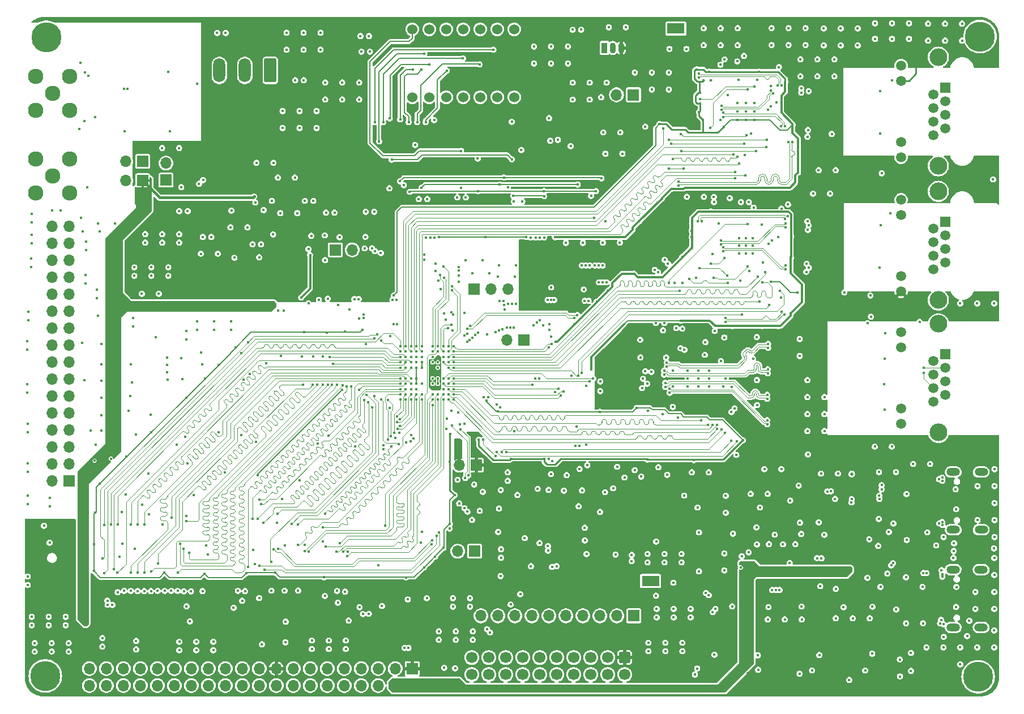
<source format=gbr>
G04 #@! TF.GenerationSoftware,KiCad,Pcbnew,7.0.9*
G04 #@! TF.CreationDate,2025-03-13T10:23:01+08:00*
G04 #@! TF.ProjectId,HPM5E00EVKRevC,48504d35-4530-4304-9556-4b526576432e,rev?*
G04 #@! TF.SameCoordinates,Original*
G04 #@! TF.FileFunction,Copper,L3,Inr*
G04 #@! TF.FilePolarity,Positive*
%FSLAX46Y46*%
G04 Gerber Fmt 4.6, Leading zero omitted, Abs format (unit mm)*
G04 Created by KiCad (PCBNEW 7.0.9) date 2025-03-13 10:23:01*
%MOMM*%
%LPD*%
G01*
G04 APERTURE LIST*
G04 Aperture macros list*
%AMRoundRect*
0 Rectangle with rounded corners*
0 $1 Rounding radius*
0 $2 $3 $4 $5 $6 $7 $8 $9 X,Y pos of 4 corners*
0 Add a 4 corners polygon primitive as box body*
4,1,4,$2,$3,$4,$5,$6,$7,$8,$9,$2,$3,0*
0 Add four circle primitives for the rounded corners*
1,1,$1+$1,$2,$3*
1,1,$1+$1,$4,$5*
1,1,$1+$1,$6,$7*
1,1,$1+$1,$8,$9*
0 Add four rect primitives between the rounded corners*
20,1,$1+$1,$2,$3,$4,$5,0*
20,1,$1+$1,$4,$5,$6,$7,0*
20,1,$1+$1,$6,$7,$8,$9,0*
20,1,$1+$1,$8,$9,$2,$3,0*%
G04 Aperture macros list end*
G04 #@! TA.AperFunction,ComponentPad*
%ADD10R,1.700000X1.700000*%
G04 #@! TD*
G04 #@! TA.AperFunction,ComponentPad*
%ADD11O,1.700000X1.700000*%
G04 #@! TD*
G04 #@! TA.AperFunction,ComponentPad*
%ADD12C,2.300000*%
G04 #@! TD*
G04 #@! TA.AperFunction,ComponentPad*
%ADD13C,4.500000*%
G04 #@! TD*
G04 #@! TA.AperFunction,ComponentPad*
%ADD14O,2.000000X1.200000*%
G04 #@! TD*
G04 #@! TA.AperFunction,ComponentPad*
%ADD15C,2.642000*%
G04 #@! TD*
G04 #@! TA.AperFunction,ComponentPad*
%ADD16R,1.499000X1.499000*%
G04 #@! TD*
G04 #@! TA.AperFunction,ComponentPad*
%ADD17C,1.499000*%
G04 #@! TD*
G04 #@! TA.AperFunction,ComponentPad*
%ADD18C,1.524000*%
G04 #@! TD*
G04 #@! TA.AperFunction,ComponentPad*
%ADD19RoundRect,0.250000X-0.600000X0.600000X-0.600000X-0.600000X0.600000X-0.600000X0.600000X0.600000X0*%
G04 #@! TD*
G04 #@! TA.AperFunction,ComponentPad*
%ADD20C,1.700000*%
G04 #@! TD*
G04 #@! TA.AperFunction,ComponentPad*
%ADD21R,2.601000X1.600200*%
G04 #@! TD*
G04 #@! TA.AperFunction,ComponentPad*
%ADD22RoundRect,0.250000X0.650000X1.550000X-0.650000X1.550000X-0.650000X-1.550000X0.650000X-1.550000X0*%
G04 #@! TD*
G04 #@! TA.AperFunction,ComponentPad*
%ADD23O,1.800000X3.600000*%
G04 #@! TD*
G04 #@! TA.AperFunction,ComponentPad*
%ADD24R,0.900000X1.600000*%
G04 #@! TD*
G04 #@! TA.AperFunction,ComponentPad*
%ADD25O,0.900000X1.600000*%
G04 #@! TD*
G04 #@! TA.AperFunction,ViaPad*
%ADD26C,0.406400*%
G04 #@! TD*
G04 #@! TA.AperFunction,ViaPad*
%ADD27C,0.500000*%
G04 #@! TD*
G04 #@! TA.AperFunction,Conductor*
%ADD28C,0.300000*%
G04 #@! TD*
G04 #@! TA.AperFunction,Conductor*
%ADD29C,0.203200*%
G04 #@! TD*
G04 #@! TA.AperFunction,Conductor*
%ADD30C,0.254000*%
G04 #@! TD*
G04 #@! TA.AperFunction,Conductor*
%ADD31C,0.200000*%
G04 #@! TD*
G04 #@! TA.AperFunction,Conductor*
%ADD32C,0.400000*%
G04 #@! TD*
G04 #@! TA.AperFunction,Conductor*
%ADD33C,0.508000*%
G04 #@! TD*
G04 #@! TA.AperFunction,Conductor*
%ADD34C,0.101600*%
G04 #@! TD*
G04 #@! TA.AperFunction,Conductor*
%ADD35C,0.127000*%
G04 #@! TD*
G04 APERTURE END LIST*
D10*
X149150000Y-99190000D03*
D11*
X146610000Y-99190000D03*
D12*
X76190000Y-77150000D03*
X76190000Y-72070000D03*
X81270000Y-72070000D03*
X81270000Y-77150000D03*
X78730000Y-74610000D03*
D13*
X217038200Y-149567000D03*
D14*
X213324550Y-127571000D03*
X213324650Y-118930800D03*
X217504550Y-127570900D03*
X217504650Y-118930700D03*
D13*
X77744600Y-53859800D03*
D15*
X211093000Y-93185600D03*
X211093000Y-76925600D03*
D16*
X212113000Y-81499600D03*
D17*
X210333000Y-82515600D03*
X212113000Y-83531600D03*
X210333000Y-84547600D03*
X212113000Y-85563600D03*
X210333000Y-86579600D03*
X212113000Y-87595600D03*
X210333000Y-88611600D03*
X205515000Y-89624600D03*
X205515000Y-91916600D03*
X205515000Y-78194600D03*
X205515000Y-80486600D03*
D13*
X77592200Y-149440000D03*
D10*
X92140000Y-75340000D03*
D11*
X89600000Y-75340000D03*
D10*
X92165000Y-72440000D03*
D11*
X89625000Y-72440000D03*
D18*
X132450000Y-62840000D03*
X134990000Y-62840000D03*
X137530000Y-62840000D03*
X140070000Y-62840000D03*
X142610000Y-62840000D03*
X145150000Y-62840000D03*
X147690000Y-62840000D03*
X147690000Y-52680000D03*
X145150000Y-52680000D03*
X142610000Y-52680000D03*
X140070000Y-52680000D03*
X137530000Y-52680000D03*
X134990000Y-52680000D03*
X132450000Y-52680000D03*
D19*
X164190000Y-146690000D03*
D20*
X164190000Y-149230000D03*
X161650000Y-146690000D03*
X161650000Y-149230000D03*
X159110000Y-146690000D03*
X159110000Y-149230000D03*
X156570000Y-146690000D03*
X156570000Y-149230000D03*
X154030000Y-146690000D03*
X154030000Y-149230000D03*
X151490000Y-146690000D03*
X151490000Y-149230000D03*
X148950000Y-146690000D03*
X148950000Y-149230000D03*
X146410000Y-146690000D03*
X146410000Y-149230000D03*
X143870000Y-146690000D03*
X143870000Y-149230000D03*
X141330000Y-146690000D03*
X141330000Y-149230000D03*
D10*
X165575200Y-140454400D03*
D11*
X163035200Y-140454400D03*
X160495200Y-140454400D03*
X157955200Y-140454400D03*
X155415200Y-140454400D03*
X152875200Y-140454400D03*
X150335200Y-140454400D03*
X147795200Y-140454400D03*
X145255200Y-140454400D03*
X142715200Y-140454400D03*
D10*
X141660000Y-91570000D03*
D11*
X144200000Y-91570000D03*
X146740000Y-91570000D03*
D14*
X213304100Y-142188899D03*
X213304200Y-133548699D03*
X217484100Y-142188799D03*
X217484200Y-133548599D03*
D15*
X211115528Y-113015423D03*
X211115528Y-96755423D03*
D16*
X212135528Y-101329423D03*
D17*
X210355528Y-102345423D03*
X212135528Y-103361423D03*
X210355528Y-104377423D03*
X212135528Y-105393423D03*
X210355528Y-106409423D03*
X212135528Y-107425423D03*
X210355528Y-108441423D03*
X205537528Y-98024423D03*
X205537528Y-100316423D03*
X205537528Y-109454423D03*
X205537528Y-111746423D03*
D10*
X142030000Y-117890000D03*
D11*
X139490000Y-117890000D03*
D13*
X217317600Y-53758200D03*
D10*
X132423200Y-148341600D03*
D11*
X132423200Y-150881600D03*
X129883200Y-148341600D03*
X129883200Y-150881600D03*
X127343200Y-148341600D03*
X127343200Y-150881600D03*
X124803200Y-148341600D03*
X124803200Y-150881600D03*
X122263200Y-148341600D03*
X122263200Y-150881600D03*
X119723200Y-148341600D03*
X119723200Y-150881600D03*
X117183200Y-148341600D03*
X117183200Y-150881600D03*
X114643200Y-148341600D03*
X114643200Y-150881600D03*
X112103200Y-148341600D03*
X112103200Y-150881600D03*
X109563200Y-148341600D03*
X109563200Y-150881600D03*
X107023200Y-148341600D03*
X107023200Y-150881600D03*
X104483200Y-148341600D03*
X104483200Y-150881600D03*
X101943200Y-148341600D03*
X101943200Y-150881600D03*
X99403200Y-148341600D03*
X99403200Y-150881600D03*
X96863200Y-148341600D03*
X96863200Y-150881600D03*
X94323200Y-148341600D03*
X94323200Y-150881600D03*
X91783200Y-148341600D03*
X91783200Y-150881600D03*
X89243200Y-148341600D03*
X89243200Y-150881600D03*
X86703200Y-148341600D03*
X86703200Y-150881600D03*
X84163200Y-148341600D03*
X84163200Y-150881600D03*
D10*
X120930000Y-85685000D03*
D11*
X123470000Y-85685000D03*
D21*
X168059675Y-135239025D03*
D15*
X211093000Y-73101820D03*
X211093000Y-56841820D03*
D16*
X212113000Y-61415820D03*
D17*
X210333000Y-62431820D03*
X212113000Y-63447820D03*
X210333000Y-64463820D03*
X212113000Y-65479820D03*
X210333000Y-66495820D03*
X212113000Y-67511820D03*
X210333000Y-68527820D03*
X205515000Y-69540820D03*
X205515000Y-71832820D03*
X205515000Y-58110820D03*
X205515000Y-60402820D03*
D10*
X165515000Y-62480000D03*
D11*
X162975000Y-62480000D03*
D10*
X81142200Y-120223400D03*
D11*
X78602200Y-120223400D03*
X81142200Y-117683400D03*
X78602200Y-117683400D03*
X81142200Y-115143400D03*
X78602200Y-115143400D03*
X81142200Y-112603400D03*
X78602200Y-112603400D03*
X81142200Y-110063400D03*
X78602200Y-110063400D03*
X81142200Y-107523400D03*
X78602200Y-107523400D03*
X81142200Y-104983400D03*
X78602200Y-104983400D03*
X81142200Y-102443400D03*
X78602200Y-102443400D03*
X81142200Y-99903400D03*
X78602200Y-99903400D03*
X81142200Y-97363400D03*
X78602200Y-97363400D03*
X81142200Y-94823400D03*
X78602200Y-94823400D03*
X81142200Y-92283400D03*
X78602200Y-92283400D03*
X81142200Y-89743400D03*
X78602200Y-89743400D03*
X81142200Y-87203400D03*
X78602200Y-87203400D03*
X81142200Y-84663400D03*
X78602200Y-84663400D03*
X81142200Y-82123400D03*
X78602200Y-82123400D03*
D22*
X111223100Y-58830800D03*
D23*
X107413100Y-58830800D03*
X103603100Y-58830800D03*
D10*
X141785000Y-130780000D03*
D11*
X139245000Y-130780000D03*
D21*
X171859675Y-52549025D03*
D10*
X95645000Y-75255000D03*
D11*
X95645000Y-72715000D03*
D24*
X161160000Y-55470000D03*
D25*
X162430000Y-55470000D03*
X163700000Y-55470000D03*
D12*
X76190000Y-64800000D03*
X76190000Y-59720000D03*
X81270000Y-59720000D03*
X81270000Y-64800000D03*
X78730000Y-62260000D03*
D26*
X125180000Y-95390000D03*
X136420000Y-142770000D03*
X143110000Y-107740000D03*
X108990000Y-78610000D03*
X147220000Y-116940000D03*
X92070000Y-123810000D03*
X109380000Y-119440000D03*
X194050728Y-107719800D03*
X219464100Y-139418499D03*
X193960000Y-52540000D03*
X209430000Y-127960000D03*
X117600000Y-101660000D03*
X75560000Y-83470000D03*
X103470000Y-102900000D03*
X200770000Y-129010000D03*
X142530000Y-124740000D03*
X206270000Y-141560000D03*
X193430000Y-136010000D03*
X165250000Y-131330000D03*
X85050000Y-125040000D03*
X146065000Y-93370000D03*
X91115604Y-113301989D03*
X176000000Y-55050000D03*
X95050000Y-70440000D03*
X139280000Y-110040000D03*
X86010000Y-112740000D03*
X181080000Y-52510000D03*
X190210000Y-120970000D03*
X204140000Y-115140000D03*
X163860000Y-71290000D03*
X74920000Y-99320000D03*
X74940000Y-123760000D03*
X183614200Y-63705600D03*
X113210000Y-94740000D03*
X98520000Y-113690000D03*
X126760000Y-79980000D03*
X177640000Y-96990000D03*
X146267500Y-94597500D03*
X147335000Y-93800000D03*
X204370000Y-126640000D03*
X115600000Y-67470000D03*
X160900000Y-88040000D03*
X186630000Y-128310000D03*
X206370000Y-129110000D03*
X138960000Y-144040000D03*
X196090000Y-119160000D03*
X189050000Y-95180000D03*
X105270000Y-82320000D03*
X97610000Y-79890000D03*
X161830000Y-52380000D03*
X145270000Y-89690000D03*
X78300000Y-124060000D03*
X78240000Y-129500000D03*
X148890000Y-78440000D03*
X78300000Y-122790000D03*
X172824728Y-97471600D03*
X129480000Y-93190000D03*
X90700000Y-95910000D03*
X155120000Y-121720000D03*
X175310000Y-65060000D03*
X74990000Y-118910000D03*
X95060000Y-84600000D03*
X107250000Y-105100000D03*
X109150000Y-72660000D03*
X116200000Y-55730000D03*
X153770000Y-83800000D03*
X145670000Y-121630000D03*
X90940000Y-130440000D03*
X168980000Y-140700000D03*
X191510728Y-110259800D03*
X138560000Y-95380000D03*
X168260000Y-61700000D03*
X97600000Y-84600000D03*
X98655000Y-107785000D03*
X219484550Y-126120600D03*
X93430000Y-89570000D03*
X85490000Y-95550000D03*
X103370000Y-86270000D03*
X153180000Y-57800000D03*
X180390000Y-128150000D03*
X78540000Y-145790000D03*
X155540000Y-119400000D03*
X208810000Y-141560000D03*
X166930000Y-104980000D03*
X214630000Y-51840000D03*
X105390000Y-97680000D03*
X193960000Y-55080000D03*
X208850000Y-134050000D03*
X117430000Y-145410000D03*
X219428200Y-93691600D03*
X176010000Y-60310000D03*
X127370000Y-132840000D03*
X113520000Y-141310000D03*
X179100000Y-98800000D03*
X102850000Y-97680000D03*
X134200000Y-133200000D03*
X174700000Y-149250000D03*
X148590000Y-137210000D03*
X175229328Y-103725800D03*
X183614200Y-66245600D03*
X185700000Y-139150000D03*
X125180000Y-95900000D03*
X178540000Y-55050000D03*
X177550000Y-78540000D03*
X94120000Y-98760000D03*
X176860000Y-59020000D03*
X115910000Y-101640000D03*
X175229328Y-106125800D03*
X160925000Y-90540000D03*
X183360200Y-85059380D03*
X198300000Y-140820000D03*
X108570000Y-84860000D03*
X179100000Y-133650000D03*
X82950000Y-80930000D03*
X181580000Y-78550000D03*
X170150000Y-131180000D03*
X138850000Y-148310000D03*
X216944550Y-121040600D03*
X181860000Y-114190000D03*
X137110000Y-130290000D03*
X191510728Y-107719800D03*
X152680000Y-93180000D03*
X216620000Y-139420000D03*
X98710000Y-139020000D03*
X177050000Y-60330000D03*
X215401681Y-143494024D03*
X195770000Y-136410000D03*
X88710000Y-131600000D03*
X181700000Y-131530000D03*
X89030000Y-124910000D03*
X152140000Y-116930000D03*
X98860000Y-117620000D03*
X157830000Y-121690000D03*
X117430000Y-144140000D03*
X175300000Y-127960000D03*
X139370000Y-88220000D03*
X75480000Y-88220000D03*
X112220000Y-126560000D03*
X172810000Y-86740000D03*
X132270000Y-106510000D03*
X153180000Y-55260000D03*
X176829328Y-103725800D03*
X215720000Y-141200000D03*
X184030000Y-60260000D03*
X206700000Y-54100000D03*
X202260000Y-122470000D03*
X103270000Y-53240000D03*
X133910000Y-127870000D03*
X84340000Y-112730000D03*
X190460000Y-59700000D03*
X121580000Y-83790000D03*
X102710000Y-145590000D03*
X183614200Y-64975600D03*
X211830000Y-141720000D03*
X135850000Y-131580000D03*
X214348200Y-93691600D03*
X113490000Y-144430000D03*
X169930000Y-97720000D03*
X106900000Y-113440000D03*
X112960000Y-122960000D03*
X191230000Y-55030000D03*
X141500000Y-142770000D03*
X129120000Y-98580000D03*
X145281668Y-127892706D03*
X187350000Y-136580000D03*
X190110000Y-74100000D03*
X182730000Y-130960000D03*
X78620000Y-79770000D03*
X176040000Y-77750000D03*
X133750000Y-129510000D03*
X162840000Y-131306698D03*
X153650000Y-93180000D03*
X118140000Y-67470000D03*
X80640000Y-140610000D03*
X174550000Y-117160000D03*
X105390000Y-96410000D03*
X200160000Y-148620000D03*
X147327500Y-66510750D03*
X76000000Y-145790000D03*
X91160000Y-144200000D03*
X214348200Y-145171600D03*
X78540000Y-144520000D03*
X169770000Y-78010000D03*
X138060000Y-117350000D03*
X178240000Y-81730000D03*
X211670000Y-119770000D03*
X100170000Y-145590000D03*
X91160000Y-145470000D03*
X210770000Y-129910000D03*
X181328200Y-85059380D03*
X171520000Y-140700000D03*
X119260000Y-134670000D03*
X165720000Y-59160000D03*
X190590000Y-128200000D03*
X193000000Y-57160000D03*
X202450000Y-136130000D03*
X122510000Y-145410000D03*
X179100000Y-131110000D03*
X187620000Y-118520000D03*
X146710000Y-120240000D03*
X219464100Y-136878499D03*
X159200000Y-103550000D03*
X195020000Y-121810000D03*
X147810000Y-89690000D03*
X195540000Y-59700000D03*
X147700000Y-112850000D03*
X83610000Y-89440000D03*
X97600000Y-83330000D03*
X98040000Y-105040000D03*
X213430000Y-129590000D03*
X183030000Y-122180000D03*
X97940000Y-101880000D03*
X122510000Y-144140000D03*
X174160000Y-85440000D03*
X173629328Y-104925800D03*
X183320200Y-83951400D03*
X192210000Y-148620000D03*
X191510728Y-105179800D03*
X92020000Y-92270000D03*
X106070000Y-100310000D03*
X190670000Y-140980000D03*
X111690000Y-72660000D03*
X99810000Y-122360000D03*
X145720000Y-131740000D03*
X131510000Y-134700000D03*
X167740000Y-144480000D03*
X166560000Y-101790000D03*
X90890000Y-88300000D03*
X142390000Y-114080000D03*
X113660000Y-55730000D03*
X173629328Y-103725800D03*
X117650000Y-78360000D03*
X124700000Y-53680000D03*
X211710000Y-126870000D03*
X188690000Y-55030000D03*
X176829328Y-104925800D03*
X164370000Y-52380000D03*
X111950000Y-134010000D03*
X141380000Y-126090000D03*
X186810000Y-136580000D03*
X110600000Y-102650000D03*
X194500000Y-121830000D03*
X203680000Y-127910000D03*
X201600000Y-115140000D03*
X156660000Y-96780000D03*
X183320200Y-86237400D03*
X175300000Y-133800000D03*
X152820000Y-121605600D03*
X181288200Y-83951400D03*
X194030000Y-128340000D03*
X209320000Y-134070000D03*
X168980000Y-139430000D03*
X93120000Y-125290000D03*
X93310000Y-110370000D03*
X160350000Y-90540000D03*
X160550000Y-106830000D03*
X138540000Y-139090000D03*
X158960000Y-63190000D03*
X112360000Y-74850000D03*
X145720000Y-130470000D03*
X81080000Y-144520000D03*
X190350000Y-149100000D03*
X165230000Y-132250000D03*
X185570000Y-122180000D03*
X167610000Y-131180000D03*
X168860000Y-96610000D03*
X84890000Y-129750000D03*
X95970000Y-88300000D03*
X179120000Y-57180000D03*
X130040000Y-93190000D03*
X139370000Y-89550000D03*
X98300000Y-136790000D03*
X147620000Y-78440000D03*
X204160000Y-51780000D03*
X161320000Y-71290000D03*
X193000000Y-59700000D03*
X83470000Y-105170000D03*
X190630000Y-139060000D03*
X102850000Y-96410000D03*
X160490000Y-109910000D03*
X122950000Y-141160000D03*
X170800000Y-61700000D03*
X219484550Y-128660600D03*
X89640000Y-122290000D03*
X150190000Y-133020000D03*
X209320000Y-145190000D03*
X153900000Y-99470000D03*
X183970000Y-105160000D03*
X194050728Y-110259800D03*
X139390000Y-88790000D03*
X147910000Y-93800000D03*
X86130000Y-145050000D03*
X100830000Y-86270000D03*
X95410000Y-133940000D03*
X160030000Y-93420000D03*
X201620000Y-51780000D03*
X129920000Y-113850000D03*
X138540000Y-137820000D03*
X146200000Y-93950000D03*
X75020000Y-96210000D03*
X161500000Y-60650000D03*
X97200000Y-114850000D03*
X93000000Y-119140000D03*
X101860000Y-131290000D03*
X95060000Y-83330000D03*
X137540000Y-112440000D03*
X211190000Y-120000000D03*
X137070000Y-101710000D03*
X145490000Y-93370000D03*
X121200000Y-136730000D03*
X95970000Y-89570000D03*
X101130000Y-83760000D03*
X203470000Y-134110000D03*
X114900000Y-74850000D03*
X111640000Y-83380000D03*
X94560000Y-92270000D03*
X171520000Y-139430000D03*
X158610000Y-117920000D03*
X188190000Y-60580000D03*
X193200000Y-73750000D03*
X100280000Y-60800000D03*
X165700000Y-118650000D03*
X132270000Y-101710000D03*
X121970000Y-106600000D03*
X168920000Y-129350000D03*
X190110000Y-70470000D03*
X184730000Y-97080000D03*
X174060000Y-140700000D03*
X143840000Y-107730000D03*
X86130000Y-143780000D03*
X174980000Y-58700000D03*
X138060000Y-126700000D03*
X165980000Y-109360000D03*
X165610000Y-89250000D03*
X153160000Y-98710000D03*
X170800000Y-59160000D03*
X157810000Y-88030000D03*
X191230000Y-52490000D03*
X108140000Y-104230000D03*
X211670000Y-134200000D03*
X76000000Y-144520000D03*
X112370000Y-94740000D03*
X180270000Y-139040000D03*
X116210000Y-60290000D03*
X211680000Y-134610000D03*
X79890000Y-79770000D03*
X187860000Y-129750000D03*
X83610000Y-90710000D03*
X141080000Y-139090000D03*
X202280000Y-122940000D03*
X135470000Y-104910000D03*
X170560000Y-119340000D03*
X128150000Y-114970000D03*
X84950000Y-117230000D03*
X161250000Y-121950000D03*
X182344200Y-66245600D03*
X101600000Y-129880000D03*
X112780000Y-101535100D03*
X139210000Y-120090000D03*
X81080000Y-145790000D03*
X173500000Y-77750000D03*
X181074200Y-63705600D03*
X117350000Y-83590000D03*
X216944550Y-126120600D03*
X138790000Y-122400000D03*
X150640000Y-57800000D03*
X113060000Y-64930000D03*
X175500000Y-63770000D03*
X121330000Y-138500000D03*
X158230000Y-93300000D03*
X192360000Y-77270000D03*
X176829328Y-106125800D03*
X160940000Y-84600000D03*
X181080000Y-55050000D03*
X176000000Y-52510000D03*
X153185000Y-93180000D03*
X119380000Y-137490000D03*
X161500000Y-90540000D03*
X145080000Y-108820000D03*
X176760000Y-118970000D03*
X168870000Y-137420000D03*
X140230000Y-98530000D03*
X182760000Y-78560000D03*
X212090000Y-51840000D03*
X198140000Y-123010000D03*
X137170000Y-95190000D03*
X85450000Y-81730000D03*
X100170000Y-144320000D03*
X126120000Y-56020000D03*
X121970000Y-60640000D03*
X173090000Y-122460000D03*
X189700000Y-129720000D03*
X157000000Y-112100000D03*
X186150000Y-55030000D03*
X182040000Y-56650000D03*
X167550000Y-105710000D03*
X124570000Y-139170000D03*
X98880000Y-79890000D03*
X83650000Y-84470000D03*
X170280000Y-144480000D03*
X179600000Y-62490000D03*
X113060000Y-67470000D03*
X124850000Y-56020000D03*
X113380000Y-129920000D03*
X87390000Y-116930000D03*
X124510000Y-60640000D03*
X202220000Y-118950000D03*
X181288200Y-86237400D03*
X178540000Y-52510000D03*
X145410000Y-124380000D03*
X142980000Y-87270000D03*
X99200000Y-141290000D03*
X173629328Y-106125800D03*
X134680000Y-78090000D03*
X211220000Y-126610000D03*
X86010000Y-99780000D03*
X161700000Y-91800000D03*
X199040000Y-55080000D03*
X90700000Y-97180000D03*
X159880000Y-83800000D03*
X195760000Y-140820000D03*
X174060000Y-139430000D03*
X74960000Y-135840000D03*
X77380000Y-126960000D03*
X184910000Y-76400000D03*
X175430000Y-62190000D03*
X200490000Y-134750000D03*
X119050000Y-101650000D03*
X146760000Y-93800000D03*
X206260000Y-134670000D03*
X129070000Y-109320000D03*
X183410000Y-101970000D03*
X86010000Y-105310000D03*
X90410000Y-102780000D03*
X97590000Y-70440000D03*
X219428200Y-145171600D03*
X179300000Y-125040000D03*
X114940000Y-60290000D03*
X86010000Y-110440000D03*
X214348200Y-147711600D03*
X194900000Y-77270000D03*
X92520000Y-84600000D03*
X75020000Y-94940000D03*
X158500000Y-131220000D03*
X195540000Y-57160000D03*
X75520000Y-81570000D03*
X190460000Y-57160000D03*
X219484550Y-121040600D03*
X136390000Y-83800000D03*
X171910000Y-97400000D03*
X182344200Y-85059380D03*
X184710000Y-81880000D03*
X172624728Y-96271600D03*
X139460000Y-123630000D03*
X185770000Y-129720000D03*
X211860000Y-145190000D03*
X201620000Y-54100000D03*
X219464100Y-131798499D03*
X170150000Y-132450000D03*
X204790000Y-139500000D03*
X158960000Y-60650000D03*
X211864550Y-128660600D03*
X213340000Y-131790000D03*
X127910000Y-138980000D03*
X120820000Y-80100000D03*
X209550000Y-54380000D03*
X136420000Y-144040000D03*
X83060000Y-99620000D03*
X101450000Y-104970000D03*
X168190000Y-103930000D03*
X172820000Y-145750000D03*
X181470000Y-90300000D03*
X211880000Y-143590000D03*
X153180000Y-119240000D03*
X111460000Y-78360000D03*
X74910000Y-107030000D03*
X98710000Y-97810000D03*
X74960000Y-134570000D03*
X119970000Y-145410000D03*
X85090000Y-114850000D03*
X74990000Y-117640000D03*
X219260000Y-75140000D03*
X85330000Y-92910000D03*
X80640000Y-141880000D03*
X157950000Y-84650000D03*
X138430000Y-97760000D03*
X166520000Y-99140000D03*
X219464100Y-134338499D03*
X108620000Y-130590000D03*
X138120000Y-113260000D03*
X96180000Y-67940000D03*
X97630000Y-144320000D03*
X149510000Y-83770000D03*
X89120000Y-129630000D03*
X179300000Y-122500000D03*
X125330000Y-85470000D03*
X201024728Y-95671600D03*
X158250000Y-129180000D03*
X90290000Y-107600000D03*
X125030000Y-97680000D03*
X186150000Y-52490000D03*
X83140000Y-82960000D03*
X90890000Y-89570000D03*
X145650000Y-134500000D03*
X119430000Y-60640000D03*
X219484550Y-118500600D03*
X173920000Y-76400000D03*
X84840000Y-133750000D03*
X89720000Y-116660000D03*
X119670000Y-98080000D03*
X113350000Y-136680000D03*
X102400000Y-83760000D03*
X92520000Y-83330000D03*
X156420000Y-52740000D03*
X135470000Y-102510000D03*
X166790000Y-106370000D03*
X95930000Y-59070000D03*
X100310000Y-97680000D03*
X93430000Y-88300000D03*
X143560000Y-108220000D03*
X211350000Y-141560000D03*
X129670000Y-92520000D03*
X183960000Y-129770000D03*
X183948628Y-98720000D03*
X100850000Y-101030000D03*
X185080000Y-118520000D03*
X115640000Y-120200000D03*
X206700000Y-51780000D03*
X161000000Y-68110000D03*
X163070000Y-118150000D03*
X139180000Y-77840000D03*
X182304200Y-83951400D03*
X192950000Y-131820000D03*
X74940000Y-112990000D03*
X83650000Y-85740000D03*
X170130000Y-96610000D03*
X188130000Y-140980000D03*
X171480000Y-135500000D03*
X167610000Y-132450000D03*
X122350000Y-97900000D03*
X118350000Y-114700000D03*
X155720000Y-57800000D03*
X175100000Y-124240000D03*
X109960000Y-144710000D03*
X75560000Y-141880000D03*
X211500000Y-141050000D03*
X163480000Y-84600000D03*
X146710000Y-118970000D03*
X204040000Y-132890000D03*
X166360000Y-81400000D03*
X95140000Y-126800000D03*
X219428200Y-142631600D03*
X135470000Y-105710000D03*
X188610000Y-78900000D03*
X98700000Y-125550000D03*
X124490000Y-96000000D03*
X139380000Y-90480000D03*
X209860000Y-117720000D03*
X166666635Y-119616760D03*
X170280000Y-145750000D03*
X107650000Y-134050000D03*
X116310000Y-98020000D03*
X90020000Y-109800000D03*
X155720000Y-55260000D03*
X101370000Y-134130000D03*
X169230000Y-118200000D03*
X134630000Y-137830000D03*
X149240000Y-128820000D03*
X190360000Y-99030000D03*
X172530000Y-100410000D03*
X78100000Y-141880000D03*
X90540000Y-105520000D03*
X85330000Y-91640000D03*
X158960000Y-88030000D03*
X86010000Y-107840000D03*
X119430000Y-63180000D03*
X145410000Y-87970000D03*
X143340000Y-83770000D03*
X140450000Y-77840000D03*
X178980000Y-67220000D03*
X119410000Y-87230000D03*
X115600000Y-64930000D03*
X219410000Y-130360000D03*
X86010000Y-102835340D03*
X164180000Y-119750000D03*
X108900000Y-132720000D03*
X174220000Y-118970000D03*
X74910000Y-105760000D03*
X162480000Y-121370000D03*
X184420000Y-124240000D03*
X181220000Y-60250000D03*
X138960000Y-142770000D03*
X102710000Y-144320000D03*
X116200000Y-53190000D03*
X190360000Y-101570000D03*
X152960000Y-97690000D03*
X125970000Y-53680000D03*
X118740000Y-53190000D03*
X142990000Y-121900000D03*
X188690000Y-52490000D03*
X109570000Y-86790000D03*
X74940000Y-122490000D03*
X104540000Y-53240000D03*
X75560000Y-84740000D03*
X204160000Y-54100000D03*
X89380000Y-136720000D03*
X193610000Y-131830000D03*
X175229328Y-104925800D03*
X175910000Y-66270000D03*
X197760000Y-150040000D03*
X207320000Y-117720000D03*
X115260000Y-80180000D03*
X101100000Y-136740000D03*
X125490000Y-79980000D03*
X105860000Y-86860000D03*
X152920000Y-96790000D03*
X211670000Y-126410000D03*
X140440000Y-87270000D03*
X211690000Y-120240000D03*
X98710000Y-99080000D03*
X172690000Y-132450000D03*
X194050728Y-112799800D03*
X196500000Y-52540000D03*
X112720000Y-80180000D03*
X160325000Y-88040000D03*
X147950000Y-87970000D03*
X204320000Y-132580000D03*
X160680000Y-62830000D03*
X121970000Y-63180000D03*
X177660000Y-97830000D03*
X199040000Y-52540000D03*
X200840000Y-140820000D03*
X172820000Y-144480000D03*
X189050000Y-86860000D03*
X158385000Y-88030000D03*
X202110000Y-129980000D03*
X116380000Y-78360000D03*
X109840000Y-84860000D03*
X141390000Y-89160000D03*
X138260000Y-95000000D03*
X119970000Y-144140000D03*
X184250000Y-59010000D03*
X100310000Y-96410000D03*
X153330500Y-133130000D03*
X137070000Y-106510000D03*
X131180000Y-76010000D03*
X181074200Y-66245600D03*
X189070000Y-83670000D03*
X103530000Y-112940000D03*
X191510728Y-112799800D03*
X123910000Y-115130000D03*
X174259548Y-81682456D03*
X216620000Y-136880000D03*
X133870000Y-105710000D03*
X107810000Y-82320000D03*
X85720000Y-120720000D03*
X219484550Y-123580600D03*
X167740000Y-145750000D03*
X181074200Y-64975600D03*
X128160000Y-115520000D03*
X159750000Y-88040000D03*
X157690000Y-52740000D03*
X125480000Y-99810000D03*
X174230000Y-83780000D03*
X158805000Y-93300000D03*
X109070000Y-114400000D03*
X137210000Y-148240000D03*
X186010000Y-61190000D03*
X196920000Y-139170000D03*
X87990000Y-81720000D03*
X143930000Y-89160000D03*
X104460000Y-119010000D03*
X170890000Y-55620000D03*
X113660000Y-53190000D03*
X119360000Y-83520000D03*
X93410000Y-112990000D03*
X140660000Y-98270000D03*
X189300000Y-67010000D03*
X131770000Y-138000000D03*
X193550000Y-119160000D03*
X78100000Y-140610000D03*
X150640000Y-55260000D03*
X95430000Y-136730000D03*
X185590000Y-140980000D03*
X216888200Y-145171600D03*
X142220000Y-72030000D03*
X75560000Y-140610000D03*
X74920000Y-100590000D03*
X133410000Y-78090000D03*
X130500000Y-113060000D03*
X145570000Y-109240000D03*
X119550000Y-80100000D03*
X163540000Y-68110000D03*
X107450000Y-136750000D03*
X168260000Y-59160000D03*
X158220000Y-127280000D03*
X118140000Y-64930000D03*
X169400000Y-66860000D03*
X97630000Y-145590000D03*
X198100000Y-123480000D03*
X156420000Y-63190000D03*
X182344200Y-64975600D03*
X74940000Y-111720000D03*
X182344200Y-63705600D03*
X184900000Y-87540000D03*
X206340000Y-122240000D03*
X186240000Y-136580000D03*
X201230000Y-139100000D03*
X155410000Y-84650000D03*
X195740000Y-73750000D03*
X178710000Y-76400000D03*
X157440000Y-118470000D03*
X174200000Y-82800000D03*
X175040000Y-148330000D03*
X182304200Y-86237400D03*
X183980000Y-108920000D03*
X176263167Y-99480923D03*
X172690000Y-131180000D03*
X173430000Y-55620000D03*
X135720000Y-66260000D03*
X187130000Y-97090000D03*
X156420000Y-60650000D03*
X180280000Y-97090000D03*
X141080000Y-137820000D03*
X101020000Y-102820000D03*
X167610000Y-117080000D03*
X196500000Y-55080000D03*
X213380000Y-130740000D03*
X124510000Y-63180000D03*
X182130000Y-71460000D03*
X208720000Y-136110000D03*
X212090000Y-54380000D03*
X132880000Y-70000000D03*
X125440000Y-83730000D03*
X75480000Y-86950000D03*
X214630000Y-54380000D03*
X173120000Y-100650000D03*
X216888200Y-93691600D03*
X204760000Y-118950000D03*
X211560000Y-133610000D03*
X145210000Y-109810000D03*
X184150000Y-148530000D03*
X85680000Y-82960000D03*
X177080000Y-79950000D03*
X141690000Y-120810000D03*
X141500000Y-144040000D03*
X209550000Y-51840000D03*
X160550000Y-105370000D03*
X75520000Y-80300000D03*
X118740000Y-55730000D03*
X190040000Y-65480000D03*
X160450000Y-128400000D03*
X148010000Y-117670000D03*
X176178528Y-109130000D03*
X205520000Y-115980000D03*
X181280000Y-111310000D03*
X148520000Y-128600000D03*
X81370000Y-133990000D03*
X126830000Y-72100000D03*
X169980000Y-123490000D03*
X175778528Y-100986423D03*
X160740000Y-103210000D03*
X159420000Y-66480000D03*
X199210000Y-56060000D03*
X161270000Y-89322803D03*
X111490000Y-70990000D03*
X152300000Y-119230000D03*
X182930000Y-106430000D03*
X192883333Y-129930000D03*
X169080000Y-106310000D03*
X192460000Y-129930000D03*
X138437500Y-71982750D03*
X148740000Y-94190000D03*
X146057500Y-71982750D03*
X165750000Y-122430000D03*
X183110000Y-126930000D03*
X81400000Y-126780000D03*
X166900000Y-56300000D03*
X173778528Y-109010000D03*
X179050000Y-128840000D03*
X182550000Y-149060700D03*
X160430000Y-131490000D03*
X171500000Y-104936423D03*
X202100000Y-147950000D03*
X149670000Y-94190000D03*
X193730000Y-129930000D03*
X155150000Y-120990000D03*
X179140000Y-100950000D03*
X196820000Y-135150000D03*
X101310000Y-62100000D03*
X193306666Y-129930000D03*
X148590000Y-132770000D03*
X168655600Y-147455600D03*
X80390000Y-126750000D03*
D27*
X175170000Y-67500000D03*
D26*
X188320000Y-126520000D03*
X85360000Y-137130000D03*
X177550000Y-148350000D03*
X213007100Y-148350000D03*
X182140000Y-77430000D03*
X157040000Y-93572803D03*
X85870000Y-137120000D03*
X194300000Y-148050000D03*
X156840000Y-132885600D03*
X134450000Y-72042000D03*
X162070000Y-137170000D03*
X160240000Y-103210000D03*
X149205000Y-94190000D03*
X158350000Y-124020000D03*
X160490000Y-102800000D03*
X174178528Y-100986423D03*
X80370000Y-133990000D03*
X151480000Y-126280000D03*
X142210000Y-113360000D03*
X177378528Y-101491123D03*
X151680000Y-131805600D03*
X154380000Y-136730000D03*
X193220000Y-126480000D03*
X202180000Y-125970000D03*
X87860000Y-96010000D03*
X108795701Y-77715100D03*
X196900000Y-133560000D03*
X196380000Y-133550000D03*
X181520000Y-137210000D03*
X197920000Y-133560000D03*
X182240000Y-132480000D03*
X111973800Y-93857450D03*
X181770000Y-132480000D03*
X183180000Y-132480000D03*
X83480000Y-141460000D03*
X83150000Y-141110000D03*
X111320000Y-93850000D03*
X87885000Y-96440000D03*
X197390000Y-133560000D03*
X133070000Y-101710000D03*
X123080000Y-94600000D03*
X190400000Y-126490000D03*
X195640000Y-122950000D03*
X147570000Y-97330000D03*
X145370000Y-97750000D03*
X142310000Y-98090000D03*
X146600000Y-97330000D03*
X144920000Y-97990000D03*
X143590000Y-98310000D03*
X141390000Y-98830000D03*
X141030000Y-99150000D03*
X141840000Y-98450000D03*
X147090000Y-97330000D03*
X145910000Y-97600000D03*
X140640000Y-99470000D03*
X130140000Y-96800000D03*
X124440000Y-93050000D03*
X118480000Y-93190000D03*
X121370000Y-93930000D03*
X123780000Y-93050000D03*
X116920000Y-93690000D03*
X129680000Y-96800000D03*
X119820000Y-92990000D03*
X115850000Y-92800000D03*
X133870000Y-102510000D03*
X133870000Y-103310000D03*
X117180000Y-86460000D03*
X83880000Y-76360000D03*
X139050000Y-114230000D03*
X133070000Y-106510000D03*
X136270000Y-101710000D03*
X136270000Y-106510000D03*
X139490000Y-114230000D03*
X213744150Y-124495000D03*
X213667950Y-121497800D03*
X191729000Y-88383000D03*
X133070000Y-102510000D03*
X135470000Y-101710000D03*
X131530000Y-114530000D03*
X193302200Y-146323400D03*
X144060000Y-142923400D03*
X138670000Y-105710000D03*
X155100000Y-106890000D03*
X153820000Y-106970000D03*
X178516200Y-66225600D03*
X183094200Y-68240000D03*
X181040000Y-57480000D03*
X154640000Y-107460000D03*
X137070000Y-105710000D03*
X154260000Y-106450000D03*
X137870000Y-105710000D03*
X156260000Y-104530000D03*
X127750000Y-86150000D03*
X130670000Y-100910000D03*
X191610000Y-116320000D03*
X127760000Y-99270000D03*
X160510000Y-124900000D03*
X154010000Y-133010000D03*
X158090000Y-91602803D03*
X153210000Y-91310000D03*
X137440000Y-96170000D03*
X176178528Y-101386423D03*
X178580000Y-102330000D03*
X171428528Y-103736423D03*
X171428528Y-106136423D03*
X178904151Y-106111423D03*
X170390000Y-101790000D03*
X95810000Y-104040000D03*
X137870000Y-100110000D03*
X138351332Y-91750000D03*
X95780000Y-101820000D03*
X136317600Y-90330000D03*
X138390000Y-91130000D03*
X137870000Y-100910000D03*
X95800000Y-102900000D03*
X95910000Y-105130000D03*
X136672700Y-91550000D03*
X133870000Y-101710000D03*
X136270000Y-105710000D03*
X133070000Y-104910000D03*
X133070000Y-103310000D03*
X133070000Y-105710000D03*
X136270000Y-104910000D03*
X134260000Y-87200000D03*
X136270000Y-103310000D03*
X144910000Y-116560000D03*
X185620000Y-64725600D03*
X143070000Y-114090000D03*
X185704000Y-84809380D03*
X180160000Y-109960000D03*
X135430000Y-129150000D03*
X112370000Y-130450000D03*
X132260000Y-113380000D03*
X180150000Y-114240000D03*
X146480000Y-115940000D03*
X119395000Y-125185000D03*
X129315000Y-115115000D03*
X183890000Y-127240000D03*
X125950000Y-140160000D03*
X125080000Y-140190000D03*
X137070000Y-108110000D03*
X122390000Y-136820000D03*
X122720000Y-131500000D03*
X136270000Y-108110000D03*
X105730000Y-139240000D03*
X121100000Y-130840000D03*
X135470000Y-108110000D03*
X109560000Y-137790000D03*
X117000000Y-130830000D03*
X86900000Y-138810000D03*
X116380000Y-130780000D03*
X86880000Y-138180000D03*
X135470000Y-107310000D03*
X133870000Y-107310000D03*
X115380000Y-136660000D03*
X115380000Y-129860000D03*
X136270000Y-102510000D03*
X122600000Y-106140000D03*
X106383000Y-136710000D03*
X107890000Y-133110000D03*
X112310000Y-125200000D03*
X126450000Y-109270000D03*
X99370000Y-136810000D03*
X97383000Y-134010000D03*
X97360000Y-136730000D03*
X122020000Y-105920000D03*
X96410000Y-136730000D03*
X130670000Y-104910000D03*
X96490000Y-125790000D03*
X94430000Y-132620000D03*
X130670000Y-103310000D03*
X120600000Y-102740000D03*
X94390000Y-136730000D03*
X117550000Y-105900000D03*
X119050000Y-105900000D03*
X93380000Y-136750000D03*
X93410000Y-133850000D03*
X130670000Y-102510000D03*
X116140000Y-105900000D03*
X92380000Y-133940000D03*
X92370000Y-136750000D03*
X120080000Y-101700000D03*
X91380000Y-133940000D03*
X132270000Y-105710000D03*
X91390000Y-136760000D03*
X90380000Y-133940000D03*
X90370000Y-136730000D03*
X131470000Y-104910000D03*
X88380000Y-133950000D03*
X131470000Y-102510000D03*
X88410000Y-136910000D03*
X130670000Y-101710000D03*
X87830000Y-133496000D03*
X130670000Y-100110000D03*
X86383000Y-134060000D03*
X86150000Y-131890000D03*
X107860000Y-99510000D03*
X127230000Y-98370000D03*
X128350000Y-126935100D03*
X136270000Y-100910000D03*
X138030000Y-127390000D03*
X122770000Y-130880000D03*
X135470000Y-108910000D03*
X121590000Y-129600000D03*
X213738100Y-139130299D03*
X213790000Y-136140000D03*
X119110000Y-129360000D03*
X122120000Y-130850000D03*
X137070000Y-107310000D03*
X119540000Y-130050000D03*
X87610000Y-138820000D03*
X107020000Y-138194900D03*
X136270000Y-107310000D03*
X119100000Y-127170000D03*
X133870000Y-108110000D03*
X115380000Y-126740000D03*
X116340000Y-129820000D03*
X133070000Y-108110000D03*
X148160000Y-122350000D03*
X151420000Y-104940000D03*
X172800000Y-90660000D03*
X177524000Y-77790000D03*
X111710000Y-130480000D03*
X135340000Y-129780000D03*
X178510000Y-57990000D03*
X110180000Y-126550000D03*
X125810000Y-108470000D03*
X109350000Y-125940000D03*
X125280000Y-108120000D03*
X140280000Y-95140000D03*
X108540000Y-125940000D03*
X123270000Y-106160000D03*
X131470000Y-106510000D03*
X109850000Y-123750000D03*
X130670000Y-106510000D03*
X109590000Y-123050000D03*
X97750000Y-129680000D03*
X121150000Y-105900000D03*
X98240000Y-130440000D03*
X120470000Y-105900000D03*
X119800000Y-105900000D03*
X99070000Y-131040000D03*
X118220000Y-105900000D03*
X98710000Y-126250000D03*
X92380000Y-126760000D03*
X132270000Y-104910000D03*
X132270000Y-103310000D03*
X91380000Y-126740000D03*
X131470000Y-103310000D03*
X90380000Y-126740000D03*
X88400000Y-126750000D03*
X132270000Y-102510000D03*
X131470000Y-101710000D03*
X87380000Y-126740000D03*
X126740000Y-98920000D03*
X86383000Y-126840000D03*
X106882500Y-101102500D03*
X205356600Y-149515000D03*
X184120000Y-146360000D03*
X138670000Y-100910000D03*
X152850000Y-100260000D03*
X176760000Y-137360000D03*
X152820000Y-116950000D03*
X205331200Y-146975000D03*
X137220000Y-89900000D03*
X135470000Y-100910000D03*
X136590000Y-89440000D03*
X135470000Y-100110000D03*
X135940000Y-88840000D03*
X135940000Y-87720000D03*
X136270000Y-100110000D03*
X137090000Y-88210000D03*
X138670000Y-100110000D03*
X153330000Y-117300000D03*
X153300000Y-99790000D03*
X147150000Y-138760000D03*
X135770000Y-83860000D03*
X101170000Y-75255000D03*
X126820000Y-107560000D03*
X114390000Y-126680000D03*
X202617673Y-121504800D03*
X126865527Y-85885527D03*
X126434473Y-85454473D03*
X202617673Y-120895200D03*
X139730000Y-70870000D03*
X187252000Y-58332000D03*
X180625000Y-109405000D03*
X145110000Y-115940000D03*
X187630000Y-79510000D03*
X180985000Y-114335000D03*
X132160000Y-114330000D03*
X208884328Y-103361423D03*
X208884328Y-104113000D03*
X191703600Y-82033000D03*
X177610456Y-146289200D03*
X176330000Y-137030000D03*
X203042328Y-109574000D03*
X202966128Y-105764000D03*
X203042328Y-101954000D03*
X203118528Y-98144000D03*
X151475000Y-129565000D03*
X151180000Y-121440000D03*
X157310000Y-124060000D03*
X152750000Y-130700000D03*
X152730000Y-130030000D03*
X200514728Y-96671600D03*
X83470000Y-66400000D03*
X84050000Y-59610000D03*
X89410000Y-67910000D03*
X83490000Y-59100000D03*
X82650000Y-67590000D03*
X89860000Y-61580000D03*
X89330000Y-61580000D03*
X85060000Y-65860000D03*
X82880000Y-57730000D03*
X130410000Y-114750000D03*
X127820000Y-108100000D03*
X143630000Y-142470000D03*
X201202200Y-146123400D03*
X138670000Y-106510000D03*
X175630000Y-111240000D03*
X180890000Y-116360000D03*
X134270000Y-86390000D03*
X137810000Y-97370000D03*
X140690000Y-97500000D03*
X137070000Y-100110000D03*
X188940000Y-123190000D03*
X156670000Y-95860000D03*
X137070000Y-100910000D03*
X138260000Y-96910000D03*
D27*
X198130000Y-119230000D03*
D26*
X141050000Y-97030000D03*
X157130000Y-95440000D03*
X158990000Y-105380000D03*
X137870000Y-104910000D03*
X177360000Y-139880000D03*
X207000000Y-148700000D03*
X159490000Y-104970000D03*
X137070000Y-104910000D03*
X177770000Y-139410000D03*
X207000000Y-146000000D03*
X100560000Y-75790000D03*
X135120000Y-83840000D03*
X131470000Y-107310000D03*
X130200000Y-110580000D03*
X105410000Y-79820000D03*
X110220000Y-79740000D03*
X116930000Y-85580000D03*
X130670000Y-108110000D03*
X129730000Y-113100000D03*
X130670000Y-105710000D03*
X119910000Y-113515000D03*
X177030000Y-87770000D03*
X179090000Y-86930000D03*
X183480000Y-79370000D03*
X170670000Y-87750000D03*
X156820000Y-114990000D03*
X186900000Y-63650000D03*
X137870000Y-103310000D03*
X110370000Y-133520000D03*
X136470000Y-127980000D03*
X157270000Y-104480000D03*
X187130000Y-83810000D03*
X187420000Y-91850000D03*
X157760000Y-104100000D03*
X186234000Y-84309380D03*
X136060000Y-128450000D03*
X181750000Y-95370000D03*
X109610000Y-132990000D03*
X157470000Y-115000000D03*
X186020000Y-64225600D03*
X131470000Y-100910000D03*
X169964000Y-67480000D03*
X172420000Y-91780000D03*
X138670000Y-101710000D03*
X130590000Y-111040000D03*
X131470000Y-108110000D03*
X174890000Y-89880000D03*
X131300000Y-145250000D03*
X140350000Y-119830000D03*
X138382500Y-111947500D03*
X140240000Y-124350000D03*
X151080000Y-96550000D03*
X137620000Y-110940000D03*
X150870000Y-83840000D03*
X132270000Y-107310000D03*
X130170000Y-111490000D03*
X130600000Y-112010000D03*
X132270000Y-108110000D03*
X152170000Y-83840000D03*
X147560000Y-77620000D03*
X152170000Y-77640000D03*
X152030000Y-96980000D03*
X139530000Y-111830000D03*
X152120000Y-76895600D03*
X151530000Y-96200000D03*
X151510000Y-83840000D03*
X159900000Y-76890000D03*
X140220000Y-111750000D03*
X142290000Y-76910000D03*
X132060000Y-77000000D03*
X130220000Y-112470000D03*
X133070000Y-107310000D03*
X150610000Y-96950000D03*
X133840000Y-76370000D03*
X145510000Y-75910000D03*
X138270000Y-109780000D03*
X150150000Y-83840000D03*
X157170000Y-75910000D03*
X148750000Y-70770000D03*
X146730000Y-76330000D03*
X154210000Y-69230000D03*
X156130000Y-70170000D03*
X159180000Y-77610000D03*
X153080000Y-69340000D03*
X129040000Y-76460000D03*
X124490000Y-106600000D03*
X111380000Y-136690000D03*
X131470000Y-105710000D03*
X125630000Y-107390000D03*
X111360000Y-132380000D03*
X171400000Y-109190000D03*
X132610000Y-113890000D03*
X179160000Y-113090000D03*
X145850000Y-115940000D03*
X169840000Y-110290000D03*
X159590000Y-80890000D03*
X179310000Y-104936423D03*
X132270000Y-100910000D03*
X172140000Y-110740000D03*
X180230000Y-106180000D03*
X161350000Y-81360000D03*
X167660000Y-109780000D03*
X130670000Y-107310000D03*
X128780000Y-114090000D03*
X128850000Y-108140000D03*
X129270000Y-113570000D03*
X208278728Y-96440000D03*
X132530000Y-58680000D03*
X130640000Y-66160000D03*
X129070000Y-66010000D03*
X134980000Y-57960000D03*
X137610000Y-58880000D03*
X134450000Y-66570000D03*
X175390000Y-88420000D03*
X179490000Y-89540000D03*
X168690000Y-88680000D03*
X169180000Y-89050000D03*
X170180000Y-87170000D03*
X182594200Y-81840000D03*
X170820000Y-90640000D03*
X171680000Y-90630000D03*
X173870000Y-90060000D03*
X179610000Y-90640000D03*
X150370000Y-105880000D03*
X138670000Y-104910000D03*
X150790000Y-104930000D03*
X140020000Y-57020000D03*
X128100000Y-66570000D03*
X133180000Y-66570000D03*
X142510000Y-57910000D03*
X144570000Y-55730000D03*
X126830000Y-66570000D03*
X146140000Y-74860000D03*
X160730000Y-74990000D03*
X130610000Y-75420000D03*
X152880000Y-65960000D03*
X139740000Y-76430000D03*
X137870000Y-106510000D03*
X176650000Y-111880000D03*
X138670000Y-107310000D03*
X177340000Y-111900000D03*
X177990000Y-111880000D03*
X137870000Y-107310000D03*
X178040000Y-112490000D03*
X138670000Y-108110000D03*
X191703600Y-61949220D03*
X195150000Y-68330000D03*
X172694000Y-70910000D03*
X183830000Y-70910000D03*
X172614000Y-68340000D03*
X182380000Y-68540000D03*
X175430000Y-63130000D03*
X183604000Y-61220000D03*
X202360000Y-68299220D03*
X202350000Y-61949220D03*
X177460000Y-89880000D03*
X182600000Y-88140000D03*
X202340000Y-88383000D03*
X202473200Y-82033000D03*
X178710000Y-112520000D03*
X137870000Y-108110000D03*
X137870000Y-101710000D03*
X184094200Y-89660000D03*
X138670000Y-102510000D03*
X184781700Y-90580000D03*
X185230000Y-89040000D03*
X137870000Y-102510000D03*
X137070000Y-102510000D03*
X184320000Y-93390000D03*
X138670000Y-103310000D03*
X185820000Y-93960000D03*
X132270000Y-100110000D03*
X180444000Y-71400000D03*
X181024000Y-71730000D03*
X171430000Y-72090000D03*
X181300000Y-72780000D03*
X133070000Y-100910000D03*
X171134000Y-69820000D03*
X182094200Y-69800000D03*
X170770000Y-73490000D03*
X173030000Y-73490000D03*
X182594200Y-61670000D03*
X176984000Y-67400000D03*
X180700000Y-74030000D03*
X133070000Y-100110000D03*
X180750000Y-74990000D03*
X133870000Y-100110000D03*
X182240000Y-74530000D03*
X133870000Y-100910000D03*
X170824000Y-69240000D03*
X185430000Y-69240000D03*
X185390000Y-70320000D03*
X131470000Y-100110000D03*
X140820000Y-119450000D03*
X139680000Y-112560000D03*
X131880000Y-145250000D03*
X140695000Y-124875000D03*
X134500000Y-83860000D03*
X97910000Y-76290000D03*
X131910000Y-66570000D03*
X133840000Y-58690000D03*
X134245000Y-56305000D03*
X127480000Y-69450000D03*
X185634229Y-99744200D03*
X170503800Y-102543800D03*
X185634229Y-100353800D03*
X170503800Y-103153400D03*
X188860000Y-132540000D03*
X181550000Y-133220000D03*
X182789755Y-88850245D03*
X177328380Y-86309380D03*
X179894000Y-77960000D03*
X185593916Y-103554200D03*
X170100000Y-103750400D03*
X185593916Y-104163800D03*
X170100000Y-104360000D03*
X170267601Y-105582799D03*
X185506437Y-107364200D03*
X170267601Y-106192399D03*
X185506437Y-107973800D03*
X185500941Y-111174200D03*
X170920000Y-106470000D03*
X170920000Y-107079600D03*
X185500941Y-111783800D03*
X147332500Y-72130000D03*
X129375000Y-72190000D03*
X204130000Y-60300000D03*
X202630000Y-74240000D03*
X197045000Y-92055000D03*
X190000000Y-92060000D03*
X186040000Y-90420000D03*
X189304620Y-69557999D03*
X172280000Y-76044800D03*
X191523750Y-68746250D03*
X187540000Y-92860000D03*
X200930000Y-92510000D03*
X203870000Y-80200000D03*
X178940600Y-65788400D03*
X187548134Y-67185101D03*
X178686600Y-64721600D03*
X186401566Y-62277566D03*
X190600000Y-62149800D03*
X178686600Y-64112000D03*
X186006434Y-61882434D03*
X190600000Y-61540200D03*
X175311907Y-59285200D03*
X187674800Y-61050000D03*
X187065200Y-61050000D03*
X175311907Y-59894800D03*
X178940600Y-65178800D03*
X188157734Y-67185101D03*
X191605350Y-67755350D03*
X188695020Y-69557999D03*
X172280000Y-75435200D03*
X188254200Y-81720580D03*
X178574200Y-84246580D03*
X191520000Y-81400000D03*
X188559766Y-80658712D03*
X175086247Y-81419577D03*
X188254200Y-82330180D03*
X178574200Y-84856180D03*
X191581300Y-82678700D03*
X188128712Y-81089766D03*
X175695847Y-81419577D03*
X188234780Y-88010000D03*
X178964200Y-85284580D03*
X191390000Y-87780000D03*
X187684473Y-94914473D03*
X179266453Y-95855200D03*
X178964200Y-85894180D03*
X188234780Y-88619600D03*
X191350000Y-88980000D03*
X188115527Y-95345527D03*
X179266453Y-96464800D03*
X158420000Y-106040000D03*
X167260000Y-67240000D03*
X158430000Y-114870000D03*
X167280000Y-103850000D03*
D28*
X178710000Y-76400000D02*
X184910000Y-76400000D01*
X171160000Y-76550000D02*
X173010000Y-76550000D01*
X187130000Y-97090000D02*
X184740000Y-97090000D01*
X159200000Y-101690000D02*
X159200000Y-103550000D01*
D29*
X107650000Y-134050000D02*
X107000000Y-134700000D01*
X168310000Y-109630000D02*
X167980000Y-109300000D01*
D30*
X172060000Y-117080000D02*
X167610000Y-117080000D01*
X176010000Y-60310000D02*
X176030000Y-60330000D01*
X181800000Y-114190000D02*
X181860000Y-114190000D01*
D29*
X176460000Y-110690000D02*
X173050000Y-110690000D01*
D31*
X137190000Y-127570000D02*
X138060000Y-126700000D01*
X84880000Y-133710000D02*
X84880000Y-129760000D01*
D30*
X167480000Y-116950000D02*
X167610000Y-117080000D01*
X175820000Y-60500000D02*
X175390000Y-60500000D01*
D28*
X184730000Y-97080000D02*
X177730000Y-97080000D01*
D29*
X85790000Y-134700000D02*
X84840000Y-133750000D01*
D28*
X190700000Y-93530000D02*
X189050000Y-95180000D01*
D29*
X168820000Y-67440000D02*
X169400000Y-66860000D01*
D31*
X108350000Y-98020000D02*
X105260000Y-101110000D01*
D29*
X188520000Y-67790000D02*
X187420000Y-67790000D01*
X143560000Y-108220000D02*
X143560000Y-108400000D01*
D31*
X124690000Y-98020000D02*
X108350000Y-98020000D01*
D28*
X162370000Y-91190000D02*
X162370000Y-90670000D01*
X190700000Y-90880000D02*
X190700000Y-93530000D01*
X189070000Y-80360000D02*
X188700000Y-79990000D01*
D29*
X111950000Y-134010000D02*
X111970000Y-134010000D01*
D28*
X188890000Y-76400000D02*
X189690000Y-75600000D01*
D29*
X165380000Y-109960000D02*
X145360000Y-109960000D01*
D28*
X153900000Y-99470000D02*
X154090000Y-99470000D01*
X159880000Y-83800000D02*
X164300000Y-83800000D01*
D30*
X175200000Y-62190000D02*
X175430000Y-62190000D01*
D29*
X168820000Y-70090000D02*
X168820000Y-67440000D01*
D28*
X187460000Y-97090000D02*
X187130000Y-97090000D01*
D29*
X97720000Y-134700000D02*
X96170000Y-134700000D01*
D31*
X84880000Y-129760000D02*
X84890000Y-129750000D01*
D29*
X176930000Y-111160000D02*
X178830000Y-111160000D01*
D31*
X138060000Y-123130000D02*
X138580000Y-122610000D01*
D30*
X175910000Y-68010000D02*
X176020000Y-68120000D01*
X178910000Y-117080000D02*
X181800000Y-114190000D01*
X171230000Y-67680000D02*
X170410000Y-66860000D01*
X142390000Y-114990000D02*
X142390000Y-114080000D01*
D28*
X176921600Y-96271600D02*
X172624728Y-96271600D01*
X188700000Y-79990000D02*
X175169548Y-79990000D01*
D30*
X152580000Y-117800000D02*
X153810000Y-117800000D01*
D28*
X173010000Y-76550000D02*
X173160000Y-76400000D01*
D30*
X175390000Y-60500000D02*
X175390000Y-62150000D01*
D28*
X167440000Y-89750000D02*
X169850000Y-89750000D01*
D30*
X176000000Y-58680000D02*
X176350000Y-59030000D01*
D28*
X162370000Y-90670000D02*
X163790000Y-89250000D01*
X153770000Y-83800000D02*
X159880000Y-83800000D01*
D30*
X174790000Y-58680000D02*
X176000000Y-58680000D01*
D29*
X136420000Y-83770000D02*
X136390000Y-83800000D01*
D30*
X138060000Y-113320000D02*
X138120000Y-113260000D01*
D28*
X190110000Y-70470000D02*
X190110000Y-69010000D01*
D29*
X187420000Y-67790000D02*
X185875600Y-66245600D01*
D30*
X144571800Y-117171800D02*
X142390000Y-114990000D01*
D28*
X188190000Y-62020000D02*
X187620000Y-62590000D01*
D29*
X100240000Y-134700000D02*
X97720000Y-134700000D01*
D28*
X174259548Y-80900000D02*
X174259548Y-81682456D01*
D31*
X134200000Y-133200000D02*
X137190000Y-130210000D01*
D28*
X177640000Y-96990000D02*
X176921600Y-96271600D01*
X169750000Y-78010000D02*
X166360000Y-81400000D01*
D29*
X86130000Y-134700000D02*
X94650000Y-134700000D01*
D28*
X189690000Y-75600000D02*
X189690000Y-74520000D01*
X181590000Y-78560000D02*
X181580000Y-78550000D01*
D30*
X174800000Y-63510000D02*
X174800000Y-62590000D01*
D28*
X190110000Y-74100000D02*
X190110000Y-70470000D01*
D31*
X121970000Y-106670000D02*
X121970000Y-106600000D01*
D29*
X129670000Y-92520000D02*
X130200000Y-91990000D01*
D30*
X175500000Y-63770000D02*
X175060000Y-63770000D01*
X170410000Y-66860000D02*
X169400000Y-66860000D01*
D28*
X189050000Y-86860000D02*
X189050000Y-89230000D01*
X184740000Y-97090000D02*
X184730000Y-97080000D01*
X166110000Y-89750000D02*
X165610000Y-89250000D01*
D29*
X130200000Y-91990000D02*
X130200000Y-80000000D01*
X166040000Y-109300000D02*
X167980000Y-109300000D01*
D31*
X109380000Y-119440000D02*
X109380000Y-119260000D01*
D30*
X138060000Y-117350000D02*
X138060000Y-121670000D01*
D31*
X125030000Y-97680000D02*
X124690000Y-98020000D01*
X138060000Y-126700000D02*
X138060000Y-123130000D01*
D29*
X178830000Y-111160000D02*
X181860000Y-114190000D01*
D31*
X105260000Y-101180000D02*
X85720000Y-120720000D01*
D30*
X175060000Y-63770000D02*
X174800000Y-63510000D01*
D28*
X169770000Y-78010000D02*
X169770000Y-77940000D01*
D29*
X164618400Y-96271600D02*
X164085000Y-96805000D01*
D30*
X173240000Y-67680000D02*
X171230000Y-67680000D01*
X154660000Y-116950000D02*
X167480000Y-116950000D01*
D28*
X154090000Y-99470000D02*
X162370000Y-91190000D01*
D29*
X107000000Y-134700000D02*
X101940000Y-134700000D01*
X111950000Y-134010000D02*
X107690000Y-134010000D01*
X107690000Y-134010000D02*
X107650000Y-134050000D01*
D31*
X85210000Y-121230000D02*
X85210000Y-124880000D01*
D28*
X189690000Y-74520000D02*
X190110000Y-74100000D01*
D29*
X165980000Y-109360000D02*
X166040000Y-109300000D01*
X159590000Y-79320000D02*
X168820000Y-70090000D01*
D30*
X174630000Y-58840000D02*
X174790000Y-58680000D01*
D31*
X85720000Y-120720000D02*
X85210000Y-121230000D01*
D28*
X173920000Y-76400000D02*
X178710000Y-76400000D01*
D29*
X119260000Y-134670000D02*
X132730000Y-134670000D01*
X100240000Y-134700000D02*
X100800000Y-134700000D01*
D28*
X189050000Y-89230000D02*
X190700000Y-90880000D01*
X177730000Y-97080000D02*
X177640000Y-96990000D01*
D30*
X146988200Y-117171800D02*
X144571800Y-117171800D01*
D29*
X96170000Y-134700000D02*
X95410000Y-133940000D01*
D31*
X105260000Y-101110000D02*
X105260000Y-101180000D01*
D30*
X176010000Y-60310000D02*
X175820000Y-60500000D01*
X152130000Y-116940000D02*
X152140000Y-116930000D01*
X174800000Y-62590000D02*
X175200000Y-62190000D01*
X176020000Y-68120000D02*
X173680000Y-68120000D01*
X138060000Y-117350000D02*
X138060000Y-113320000D01*
X175310000Y-65060000D02*
X175310000Y-65670000D01*
D29*
X145360000Y-109960000D02*
X145210000Y-109810000D01*
D28*
X173160000Y-76400000D02*
X173920000Y-76400000D01*
D29*
X170180000Y-109630000D02*
X168310000Y-109630000D01*
X86130000Y-134700000D02*
X85790000Y-134700000D01*
D28*
X165420000Y-82680000D02*
X165420000Y-82340000D01*
D30*
X153810000Y-117800000D02*
X154660000Y-116950000D01*
X178980000Y-67220000D02*
X178080000Y-68120000D01*
D28*
X189070000Y-86840000D02*
X189050000Y-86860000D01*
D30*
X175075000Y-60500000D02*
X174630000Y-60055000D01*
X147220000Y-116940000D02*
X152130000Y-116940000D01*
D31*
X137190000Y-130210000D02*
X137190000Y-127570000D01*
X138580000Y-122610000D02*
X138790000Y-122400000D01*
D30*
X147220000Y-116940000D02*
X146988200Y-117171800D01*
D28*
X189070000Y-83670000D02*
X189070000Y-86840000D01*
D29*
X172624728Y-96271600D02*
X164618400Y-96271600D01*
X179030000Y-67220000D02*
X180004400Y-66245600D01*
D28*
X164300000Y-83800000D02*
X165420000Y-82680000D01*
D31*
X84910000Y-129730000D02*
X84910000Y-125180000D01*
D28*
X189050000Y-95180000D02*
X189050000Y-95500000D01*
D29*
X189300000Y-67010000D02*
X188520000Y-67790000D01*
D30*
X175390000Y-60500000D02*
X175075000Y-60500000D01*
D29*
X143340000Y-83770000D02*
X136420000Y-83770000D01*
X165980000Y-109360000D02*
X165380000Y-109960000D01*
D28*
X189300000Y-66860000D02*
X189300000Y-67010000D01*
D29*
X100800000Y-134700000D02*
X101370000Y-134130000D01*
D31*
X84890000Y-129750000D02*
X84910000Y-129730000D01*
D28*
X189070000Y-83670000D02*
X189070000Y-80360000D01*
X187620000Y-62590000D02*
X187620000Y-65180000D01*
X175169548Y-79990000D02*
X174259548Y-80900000D01*
D30*
X176350000Y-59030000D02*
X187160000Y-59030000D01*
D29*
X94650000Y-134700000D02*
X95410000Y-133940000D01*
X170180000Y-109630000D02*
X170770000Y-110220000D01*
X178980000Y-67220000D02*
X179030000Y-67220000D01*
D28*
X190110000Y-69010000D02*
X189300000Y-68200000D01*
D30*
X175910000Y-66270000D02*
X175910000Y-68010000D01*
X188190000Y-60060000D02*
X188190000Y-60580000D01*
D29*
X173050000Y-110690000D02*
X172580000Y-110220000D01*
X130880000Y-79320000D02*
X159590000Y-79320000D01*
D28*
X163790000Y-89250000D02*
X165610000Y-89250000D01*
D29*
X176460000Y-110690000D02*
X176930000Y-111160000D01*
X132730000Y-134670000D02*
X134200000Y-133200000D01*
X144970000Y-109810000D02*
X145210000Y-109810000D01*
D28*
X174160000Y-85440000D02*
X174259548Y-85340452D01*
X184910000Y-76400000D02*
X188890000Y-76400000D01*
X189300000Y-68200000D02*
X189300000Y-67010000D01*
D31*
X84910000Y-125180000D02*
X85050000Y-125040000D01*
D30*
X175390000Y-62150000D02*
X175430000Y-62190000D01*
D29*
X180004400Y-66245600D02*
X183614200Y-66245600D01*
X143560000Y-108400000D02*
X144970000Y-109810000D01*
D30*
X178080000Y-68120000D02*
X176020000Y-68120000D01*
D28*
X169770000Y-78010000D02*
X169750000Y-78010000D01*
D29*
X170770000Y-110220000D02*
X172580000Y-110220000D01*
D28*
X181580000Y-78550000D02*
X181570000Y-78540000D01*
D30*
X138060000Y-121670000D02*
X138790000Y-122400000D01*
X173680000Y-68120000D02*
X173240000Y-67680000D01*
D31*
X84840000Y-133750000D02*
X84880000Y-133710000D01*
X85210000Y-124880000D02*
X85050000Y-125040000D01*
X109380000Y-119260000D02*
X121970000Y-106670000D01*
D30*
X175310000Y-65670000D02*
X175910000Y-66270000D01*
X152140000Y-116930000D02*
X152140000Y-117360000D01*
D28*
X174259548Y-85340452D02*
X174259548Y-81682456D01*
D30*
X172060000Y-117080000D02*
X178910000Y-117080000D01*
D29*
X149510000Y-83770000D02*
X143340000Y-83770000D01*
D28*
X169850000Y-89750000D02*
X174160000Y-85440000D01*
D29*
X112630000Y-134670000D02*
X119260000Y-134670000D01*
D28*
X167440000Y-89750000D02*
X166110000Y-89750000D01*
D30*
X152140000Y-117360000D02*
X152580000Y-117800000D01*
X187160000Y-59030000D02*
X188190000Y-60060000D01*
D29*
X101940000Y-134700000D02*
X101370000Y-134130000D01*
D28*
X189050000Y-95500000D02*
X187460000Y-97090000D01*
D29*
X111970000Y-134010000D02*
X112630000Y-134670000D01*
D28*
X187620000Y-65180000D02*
X189300000Y-66860000D01*
D29*
X185875600Y-66245600D02*
X183614200Y-66245600D01*
D30*
X175500000Y-64870000D02*
X175310000Y-65060000D01*
D28*
X164085000Y-96805000D02*
X159200000Y-101690000D01*
X165420000Y-82340000D02*
X166360000Y-81400000D01*
D29*
X130200000Y-80000000D02*
X130880000Y-79320000D01*
D30*
X177050000Y-60330000D02*
X177120000Y-60260000D01*
X174630000Y-60055000D02*
X174630000Y-58840000D01*
D28*
X169770000Y-77940000D02*
X171160000Y-76550000D01*
D30*
X175500000Y-63770000D02*
X175500000Y-64870000D01*
D28*
X188190000Y-60580000D02*
X188190000Y-62020000D01*
D30*
X205515000Y-60402820D02*
X206667180Y-60402820D01*
X206667180Y-60402820D02*
X207730000Y-59340000D01*
X207730000Y-59340000D02*
X207730000Y-58140000D01*
D32*
X108795701Y-77715100D02*
X108646001Y-77864800D01*
X94664800Y-77864800D02*
X92140000Y-75340000D01*
X108646001Y-77864800D02*
X94664800Y-77864800D01*
D28*
X117180000Y-91470000D02*
X115850000Y-92800000D01*
X117180000Y-86460000D02*
X117180000Y-91470000D01*
D29*
X133870000Y-103310000D02*
X133870000Y-102510000D01*
D33*
X139490000Y-114720000D02*
X139490000Y-114230000D01*
X139490000Y-114720000D02*
X139490000Y-114670000D01*
X139490000Y-117890000D02*
X139490000Y-114720000D01*
X139490000Y-114670000D02*
X139050000Y-114230000D01*
D34*
X154060000Y-107430000D02*
X144730000Y-107430000D01*
X155100000Y-106890000D02*
X154600000Y-106890000D01*
X144730000Y-107430000D02*
X143010000Y-105710000D01*
X154600000Y-106890000D02*
X154060000Y-107430000D01*
X143010000Y-105710000D02*
X138670000Y-105710000D01*
X153810000Y-106960000D02*
X153820000Y-106970000D01*
X142950000Y-106100000D02*
X137460000Y-106100000D01*
X154640000Y-107460000D02*
X154240000Y-107860000D01*
X144710000Y-107860000D02*
X142950000Y-106100000D01*
X154240000Y-107860000D02*
X144710000Y-107860000D01*
X137460000Y-106100000D02*
X137070000Y-105710000D01*
X154260000Y-106450000D02*
X144440000Y-106450000D01*
X144440000Y-106450000D02*
X143299500Y-105309500D01*
X138270500Y-105309500D02*
X137870000Y-105710000D01*
X143299500Y-105309500D02*
X138270500Y-105309500D01*
X129490000Y-99730000D02*
X130670000Y-100910000D01*
X127760000Y-99270000D02*
X128220000Y-99730000D01*
X128220000Y-99730000D02*
X129490000Y-99730000D01*
X139180000Y-97790000D02*
X137870000Y-99100000D01*
X139180000Y-92610000D02*
X139180000Y-97790000D01*
X137870000Y-99100000D02*
X137870000Y-100110000D01*
X138351332Y-91781332D02*
X139180000Y-92610000D01*
X138351332Y-91750000D02*
X138351332Y-91781332D01*
X139580000Y-98000000D02*
X138290000Y-99290000D01*
X139580000Y-92320000D02*
X139580000Y-98000000D01*
X138390000Y-91130000D02*
X139580000Y-92320000D01*
X138290000Y-99290000D02*
X138290000Y-100490000D01*
X138290000Y-100490000D02*
X137870000Y-100910000D01*
D29*
X136270000Y-104910000D02*
X136270000Y-105710000D01*
X133070000Y-103310000D02*
X133070000Y-105710000D01*
D34*
X132600000Y-131820000D02*
X124330000Y-131820000D01*
X135430000Y-129150000D02*
X135270000Y-129150000D01*
X144910000Y-116560000D02*
X143070000Y-114720000D01*
X112800000Y-130450000D02*
X112370000Y-130450000D01*
X124330000Y-131820000D02*
X123460000Y-132690000D01*
X123460000Y-132690000D02*
X115040000Y-132690000D01*
X115040000Y-132690000D02*
X112800000Y-130450000D01*
X135270000Y-129150000D02*
X132600000Y-131820000D01*
X143070000Y-114720000D02*
X143070000Y-114090000D01*
X180150000Y-114270000D02*
X180150000Y-114240000D01*
X178500000Y-115920000D02*
X180150000Y-114270000D01*
X146480000Y-115920000D02*
X178500000Y-115920000D01*
X120755659Y-124027893D02*
X120755660Y-124027893D01*
X120048553Y-124735000D02*
X120154619Y-124841066D01*
X124998302Y-119785251D02*
X125104368Y-119891317D01*
X121816319Y-122613678D02*
X121816321Y-122613679D01*
X128533837Y-116249716D02*
X128639903Y-116355782D01*
X126412515Y-118371037D02*
X126412516Y-118371037D01*
X123230533Y-121199464D02*
X123230535Y-121199465D01*
X124291194Y-120492358D02*
X124291195Y-120492358D01*
X128533836Y-116249716D02*
X128533837Y-116249716D01*
X119395000Y-125035000D02*
X119695000Y-124735000D01*
X125351855Y-119078143D02*
X125351854Y-119078143D01*
X121215279Y-124133958D02*
X121215279Y-124133959D01*
X120508172Y-124841065D02*
X120508172Y-124841066D01*
X126058962Y-118371036D02*
X126058961Y-118371036D01*
X120508172Y-124487512D02*
X120402105Y-124381445D01*
X122629493Y-122366191D02*
X122523426Y-122260124D01*
X124750814Y-120598423D02*
X124750814Y-120598424D01*
X127826729Y-116956823D02*
X127826730Y-116956823D01*
X124043707Y-121305530D02*
X124043707Y-121305531D01*
X121816320Y-122613678D02*
X121816319Y-122613678D01*
X124043707Y-120951977D02*
X123937640Y-120845910D01*
X126766069Y-117663929D02*
X126766068Y-117663929D01*
X119395000Y-125185000D02*
X119395000Y-125035000D01*
X128286349Y-117062888D02*
X128286349Y-117062889D01*
X123336600Y-122012637D02*
X123336600Y-122012638D01*
X128993456Y-116002228D02*
X128887389Y-115896161D01*
X123937640Y-120492357D02*
X123937642Y-120492358D01*
X126872135Y-118477102D02*
X126872135Y-118477103D01*
X124750814Y-120244870D02*
X124644747Y-120138803D01*
X125457921Y-119891316D02*
X125457921Y-119891317D01*
X124644747Y-119785250D02*
X124644749Y-119785251D01*
X127119623Y-117663930D02*
X127225689Y-117769996D01*
X122169873Y-122613679D02*
X122169874Y-122613679D01*
X123584087Y-121199465D02*
X123584088Y-121199465D01*
X122629493Y-122719744D02*
X122629493Y-122719745D01*
X128286349Y-116709335D02*
X128180282Y-116603268D01*
X127473175Y-116956822D02*
X127473177Y-116956823D01*
X121215279Y-123780405D02*
X121109212Y-123674338D01*
X122876981Y-121906572D02*
X122983047Y-122012638D01*
X126412516Y-118371037D02*
X126518582Y-118477103D01*
X121462767Y-123320786D02*
X121568833Y-123426852D01*
X121109212Y-123320785D02*
X121109214Y-123320786D01*
X126872135Y-118123549D02*
X126766068Y-118017482D01*
X128180283Y-116249715D02*
X128180282Y-116249715D01*
X120048552Y-124735000D02*
X120048553Y-124735000D01*
X126165028Y-118830656D02*
X126058961Y-118724589D01*
X127473176Y-116956822D02*
X127473175Y-116956822D01*
X124291195Y-120492358D02*
X124397261Y-120598424D01*
X122523427Y-121906571D02*
X122523426Y-121906571D01*
X122523426Y-121906571D02*
X122523428Y-121906572D01*
X126058961Y-118371036D02*
X126058963Y-118371037D01*
X121922386Y-123426851D02*
X121922386Y-123426852D01*
X127579242Y-117416442D02*
X127473175Y-117310375D01*
X125351854Y-119078143D02*
X125351856Y-119078144D01*
X124998301Y-119785251D02*
X124998302Y-119785251D01*
X125705409Y-119078144D02*
X125811475Y-119184210D01*
X125705408Y-119078144D02*
X125705409Y-119078144D01*
X120402106Y-124027892D02*
X120402105Y-124027892D01*
X126165028Y-119184209D02*
X126165028Y-119184210D01*
X125457921Y-119537763D02*
X125351854Y-119431696D01*
X121922386Y-123073298D02*
X121816319Y-122967231D01*
X122876980Y-121906572D02*
X122876981Y-121906572D01*
X128180282Y-116249715D02*
X128180284Y-116249716D01*
X121109213Y-123320785D02*
X121109212Y-123320785D01*
X128993456Y-116355781D02*
X128993456Y-116355782D01*
X128887389Y-115542608D02*
X129315000Y-115115000D01*
X123230534Y-121199464D02*
X123230533Y-121199464D01*
X124644748Y-119785250D02*
X124644747Y-119785250D01*
X123937641Y-120492357D02*
X123937640Y-120492357D01*
X121462766Y-123320786D02*
X121462767Y-123320786D01*
X120402105Y-124027892D02*
X120402107Y-124027893D01*
X123336600Y-121659084D02*
X123230533Y-121553017D01*
X127579242Y-117769995D02*
X127579242Y-117769996D01*
X126766068Y-117663929D02*
X126766070Y-117663930D01*
X127119622Y-117663930D02*
X127119623Y-117663930D01*
X127826730Y-116956823D02*
X127932796Y-117062889D01*
X123584088Y-121199465D02*
X123690154Y-121305531D01*
X120755660Y-124027893D02*
X120861726Y-124133959D01*
X122169874Y-122613679D02*
X122275940Y-122719745D01*
X128887390Y-115542608D02*
X128887389Y-115542608D01*
X124043753Y-121305577D02*
G75*
G03*
X124043707Y-120951977I-176853J176777D01*
G01*
X121462766Y-123320786D02*
G75*
G03*
X121109214Y-123320786I-176776J-176776D01*
G01*
X125457881Y-119891277D02*
G75*
G03*
X125457921Y-119537763I-176781J176777D01*
G01*
X123336639Y-122012677D02*
G75*
G03*
X123336600Y-121659084I-176839J176777D01*
G01*
X123937608Y-120492324D02*
G75*
G03*
X123937641Y-120845909I176792J-176776D01*
G01*
X125811524Y-119184161D02*
G75*
G03*
X126165028Y-119184209I176776J176761D01*
G01*
X127579223Y-117769977D02*
G75*
G03*
X127579242Y-117416442I-176723J176777D01*
G01*
X128993451Y-116355777D02*
G75*
G03*
X128993456Y-116002228I-176751J176777D01*
G01*
X122275924Y-122719761D02*
G75*
G03*
X122629493Y-122719744I176776J176761D01*
G01*
X126412515Y-118371037D02*
G75*
G03*
X126058963Y-118371037I-176776J-176776D01*
G01*
X128533836Y-116249716D02*
G75*
G03*
X128180284Y-116249716I-176776J-176776D01*
G01*
X120861724Y-124133961D02*
G75*
G03*
X121215279Y-124133958I176776J176761D01*
G01*
X128286337Y-117062877D02*
G75*
G03*
X128286349Y-116709335I-176737J176777D01*
G01*
X122876980Y-121906572D02*
G75*
G03*
X122523428Y-121906572I-176776J-176776D01*
G01*
X124644722Y-119785224D02*
G75*
G03*
X124644748Y-120138802I176778J-176776D01*
G01*
X121816366Y-122613724D02*
G75*
G03*
X121816320Y-122967230I176734J-176776D01*
G01*
X122169873Y-122613679D02*
G75*
G03*
X121816321Y-122613679I-176776J-176776D01*
G01*
X123584087Y-121199465D02*
G75*
G03*
X123230535Y-121199465I-176776J-176776D01*
G01*
X120755659Y-124027893D02*
G75*
G03*
X120402107Y-124027893I-176776J-176776D01*
G01*
X121922411Y-123426877D02*
G75*
G03*
X121922386Y-123073298I-176811J176777D01*
G01*
X123690124Y-121305561D02*
G75*
G03*
X124043707Y-121305530I176776J176761D01*
G01*
X121568824Y-123426861D02*
G75*
G03*
X121922386Y-123426851I176776J176761D01*
G01*
X122523379Y-121906523D02*
G75*
G03*
X122523426Y-122260124I176821J-176777D01*
G01*
X126766063Y-117663923D02*
G75*
G03*
X126766068Y-118017482I176737J-176777D01*
G01*
X120402137Y-124027923D02*
G75*
G03*
X120402105Y-124381445I176763J-176777D01*
G01*
X121215297Y-124133977D02*
G75*
G03*
X121215279Y-123780405I-176797J176777D01*
G01*
X128180291Y-116249723D02*
G75*
G03*
X128180282Y-116603268I176809J-176777D01*
G01*
X124998301Y-119785251D02*
G75*
G03*
X124644749Y-119785251I-176776J-176776D01*
G01*
X120048552Y-124735000D02*
G75*
G03*
X119695000Y-124735000I-176776J-176776D01*
G01*
X121109251Y-123320823D02*
G75*
G03*
X121109212Y-123674338I176749J-176777D01*
G01*
X122983024Y-122012661D02*
G75*
G03*
X123336600Y-122012637I176776J176761D01*
G01*
X126872109Y-118477077D02*
G75*
G03*
X126872135Y-118123549I-176709J176777D01*
G01*
X127826729Y-116956823D02*
G75*
G03*
X127473177Y-116956823I-176776J-176776D01*
G01*
X120508183Y-124841077D02*
G75*
G03*
X120508172Y-124487512I-176783J176777D01*
G01*
X122629525Y-122719777D02*
G75*
G03*
X122629493Y-122366191I-176825J176777D01*
G01*
X126164995Y-119184177D02*
G75*
G03*
X126165028Y-118830656I-176795J176777D01*
G01*
X124750767Y-120598377D02*
G75*
G03*
X124750814Y-120244870I-176767J176777D01*
G01*
X125351836Y-119078124D02*
G75*
G03*
X125351855Y-119431695I176764J-176776D01*
G01*
X123230493Y-121199423D02*
G75*
G03*
X123230533Y-121553017I176807J-176777D01*
G01*
X128639924Y-116355761D02*
G75*
G03*
X128993456Y-116355781I176776J176761D01*
G01*
X125705408Y-119078144D02*
G75*
G03*
X125351856Y-119078144I-176776J-176776D01*
G01*
X127225724Y-117769961D02*
G75*
G03*
X127579242Y-117769995I176776J176761D01*
G01*
X127119622Y-117663930D02*
G75*
G03*
X126766070Y-117663930I-176776J-176776D01*
G01*
X124397224Y-120598461D02*
G75*
G03*
X124750814Y-120598423I176776J176861D01*
G01*
X127932824Y-117062861D02*
G75*
G03*
X128286349Y-117062888I176776J176761D01*
G01*
X124291194Y-120492358D02*
G75*
G03*
X123937642Y-120492358I-176776J-176776D01*
G01*
X126518624Y-118477061D02*
G75*
G03*
X126872135Y-118477102I176776J176761D01*
G01*
X128887405Y-115542623D02*
G75*
G03*
X128887389Y-115896161I176795J-176777D01*
G01*
X120154624Y-124841061D02*
G75*
G03*
X120508172Y-124841065I176776J176761D01*
G01*
X127473178Y-116956824D02*
G75*
G03*
X127473176Y-117310374I176822J-176776D01*
G01*
X125104324Y-119891361D02*
G75*
G03*
X125457921Y-119891316I176776J176861D01*
G01*
X126058949Y-118371023D02*
G75*
G03*
X126058961Y-118724589I176751J-176777D01*
G01*
X133344324Y-125264324D02*
X133344325Y-125264324D01*
X133160000Y-129580000D02*
X133160000Y-125448648D01*
X133528649Y-123880000D02*
X133528649Y-123648648D01*
X122720000Y-131500000D02*
X123310000Y-130910000D01*
X133160000Y-122350000D02*
X137070000Y-118440000D01*
X133160000Y-123280000D02*
X133160000Y-122350000D01*
X137070000Y-118440000D02*
X137070000Y-108110000D01*
X133344325Y-124664324D02*
X133344324Y-124664324D01*
X133344324Y-124064324D02*
X133344325Y-124064324D01*
X133160000Y-124480000D02*
X133160000Y-124248648D01*
X133528649Y-125080000D02*
X133528649Y-124848648D01*
X123310000Y-130910000D02*
X131830000Y-130910000D01*
X131830000Y-130910000D02*
X133160000Y-129580000D01*
X133344325Y-123464324D02*
X133344324Y-123464324D01*
X133159976Y-124480000D02*
G75*
G03*
X133344324Y-124664324I184324J0D01*
G01*
X133528576Y-124848648D02*
G75*
G03*
X133344325Y-124664324I-184276J48D01*
G01*
X133344324Y-125264300D02*
G75*
G03*
X133160000Y-125448648I-24J-184300D01*
G01*
X133344324Y-124064300D02*
G75*
G03*
X133160000Y-124248648I-24J-184300D01*
G01*
X133528576Y-123648648D02*
G75*
G03*
X133344325Y-123464324I-184276J48D01*
G01*
X133159976Y-123280000D02*
G75*
G03*
X133344324Y-123464324I184324J0D01*
G01*
X133344325Y-124064349D02*
G75*
G03*
X133528649Y-123880000I-25J184349D01*
G01*
X133344325Y-125264349D02*
G75*
G03*
X133528649Y-125080000I-25J184349D01*
G01*
X121100000Y-130840000D02*
X121480000Y-130840000D01*
X130957816Y-128702181D02*
X131028529Y-128631471D01*
X132170000Y-127490000D02*
X132170000Y-121900000D01*
X131806345Y-127853652D02*
X132170000Y-127490000D01*
X121480000Y-130840000D02*
X122350000Y-129970000D01*
X132170000Y-121900000D02*
X136270000Y-117800000D01*
X131382081Y-128631471D02*
X131382082Y-128631471D01*
X131735635Y-128631470D02*
X131735635Y-128631471D01*
X130533552Y-129480000D02*
X130533553Y-129480000D01*
X130887106Y-129479999D02*
X130887106Y-129480000D01*
X130887106Y-129480000D02*
X130957816Y-129409289D01*
X122350000Y-129970000D02*
X129690000Y-129970000D01*
X131806344Y-127853653D02*
X131806345Y-127853652D01*
X131735635Y-128631471D02*
X131806345Y-128560760D01*
X136270000Y-117800000D02*
X136270000Y-108110000D01*
X129690000Y-129970000D02*
X130180000Y-129480000D01*
X130957815Y-128702182D02*
X130957816Y-128702181D01*
X131382081Y-128631471D02*
G75*
G03*
X131028529Y-128631471I-176776J-176776D01*
G01*
X130957804Y-129409277D02*
G75*
G03*
X130957816Y-129055735I-176804J176777D01*
G01*
X130533524Y-129480029D02*
G75*
G03*
X130887106Y-129479999I176776J176829D01*
G01*
X131806361Y-128560776D02*
G75*
G03*
X131806344Y-128207207I-176761J176776D01*
G01*
X131382125Y-128631428D02*
G75*
G03*
X131735634Y-128631469I176775J176728D01*
G01*
X131806315Y-127853624D02*
G75*
G03*
X131806345Y-128207206I176785J-176776D01*
G01*
X130533552Y-129480000D02*
G75*
G03*
X130180000Y-129480000I-176776J-176776D01*
G01*
X130957857Y-128702224D02*
G75*
G03*
X130957816Y-129055735I176743J-176776D01*
G01*
X135470000Y-108110000D02*
X134970000Y-108610000D01*
X128650000Y-128080000D02*
X119590000Y-128080000D01*
X119590000Y-128080000D02*
X117000000Y-130670000D01*
X134970000Y-108610000D02*
X134970000Y-117020000D01*
X129540000Y-127190000D02*
X128650000Y-128080000D01*
X134970000Y-117020000D02*
X129540000Y-122450000D01*
X129540000Y-122450000D02*
X129540000Y-127190000D01*
X117000000Y-130670000D02*
X117000000Y-130830000D01*
X128460000Y-127660000D02*
X119500000Y-127660000D01*
X129010000Y-127110000D02*
X128460000Y-127660000D01*
X129010000Y-122300000D02*
X129010000Y-127110000D01*
X135470000Y-107310000D02*
X134630000Y-108150000D01*
X134630000Y-108150000D02*
X134630000Y-116680000D01*
X134630000Y-116680000D02*
X129010000Y-122300000D01*
X119500000Y-127660000D02*
X116380000Y-130780000D01*
X116572940Y-128907056D02*
X116572940Y-128907057D01*
X130255164Y-116766636D02*
X130230001Y-116791798D01*
X131078530Y-116741471D02*
X131053368Y-116766637D01*
X133480000Y-114340000D02*
X131078530Y-116741471D01*
X121350000Y-126470000D02*
X119010000Y-126470000D01*
X117845734Y-127210000D02*
X117845735Y-127210000D01*
X130230001Y-116791798D02*
X130229999Y-116791799D01*
X115620000Y-129860000D02*
X115380000Y-129860000D01*
X117845735Y-127210000D02*
X117796915Y-127161180D01*
X116524094Y-128433946D02*
X116572940Y-128482792D01*
X116997205Y-128058529D02*
X116997206Y-128058529D01*
X119010000Y-126470000D02*
X118270000Y-127210000D01*
X133870000Y-107310000D02*
X133480000Y-107700000D01*
X130230000Y-117590000D02*
X121350000Y-126470000D01*
X133480000Y-107700000D02*
X133480000Y-114340000D01*
X130654267Y-116766636D02*
X130654265Y-116766635D01*
X117421471Y-128058528D02*
X117421471Y-128058529D01*
X116524095Y-128009682D02*
X116524094Y-128009682D01*
X116997206Y-128058529D02*
X116948359Y-128009682D01*
X117421470Y-128058527D02*
X117421471Y-128058528D01*
X116572940Y-128907057D02*
X115620000Y-129860000D01*
X117372651Y-127585444D02*
X117421470Y-127634263D01*
X117421475Y-128058532D02*
G75*
G03*
X117421470Y-127634263I-212175J212132D01*
G01*
X130654250Y-116766650D02*
G75*
G03*
X130255164Y-116766636I-199550J-199550D01*
G01*
X117796914Y-127161181D02*
G75*
G03*
X117372652Y-127161181I-212131J-212131D01*
G01*
X116997205Y-128058529D02*
G75*
G03*
X117421471Y-128058529I212133J212134D01*
G01*
X130229950Y-116791750D02*
G75*
G03*
X130230000Y-117190900I199650J-199550D01*
G01*
X117372639Y-127161168D02*
G75*
G03*
X117372651Y-127585444I212161J-212132D01*
G01*
X117845734Y-127210000D02*
G75*
G03*
X118270000Y-127210000I212133J212134D01*
G01*
X116524080Y-128009668D02*
G75*
G03*
X116524094Y-128433946I212120J-212132D01*
G01*
X116948358Y-128009683D02*
G75*
G03*
X116524096Y-128009683I-212131J-212131D01*
G01*
X116572916Y-128907032D02*
G75*
G03*
X116572940Y-128482792I-212116J212132D01*
G01*
X130654250Y-116766653D02*
G75*
G03*
X131053367Y-116766636I199550J199553D01*
G01*
X130230050Y-117590050D02*
G75*
G03*
X130230000Y-117190900I-199650J199550D01*
G01*
X117578085Y-112230824D02*
X117748855Y-112401594D01*
X116193181Y-114346104D02*
X116193182Y-114346104D01*
X108244260Y-121175743D02*
X107890000Y-121530000D01*
X112133353Y-117675557D02*
X112133352Y-117675557D01*
X121637948Y-108901404D02*
X121637947Y-108901406D01*
X109970644Y-120568670D02*
X109970643Y-120568672D01*
X109581734Y-120568673D02*
X109581735Y-120568671D01*
X120689364Y-108730640D02*
X120689363Y-108730640D01*
X116971018Y-113568305D02*
X116971019Y-113568304D01*
X120689361Y-109119548D02*
X120860105Y-109290292D01*
X118526630Y-112012638D02*
X118526629Y-112012640D01*
X113081928Y-117457405D02*
X113081929Y-117457404D01*
X111355536Y-118064467D02*
X111355534Y-118064466D01*
X121467181Y-108341729D02*
X121467180Y-108341729D01*
X118915524Y-111234807D02*
X118915525Y-111234805D01*
X109192838Y-121346505D02*
X109192839Y-121346504D01*
X115415346Y-115123907D02*
X115415347Y-115123907D01*
X108244259Y-121175744D02*
X108244260Y-121175743D01*
X115804273Y-114346105D02*
X115804272Y-114346105D01*
X115026437Y-115123910D02*
X115026438Y-115123908D01*
X111355535Y-118064468D02*
X111355536Y-118064467D01*
X121249039Y-108901405D02*
X121078273Y-108730639D01*
X118355907Y-111064095D02*
X118355906Y-111064097D01*
X111526267Y-119013017D02*
X111526266Y-119013019D01*
X116022450Y-113397553D02*
X116022448Y-113397552D01*
X116971019Y-113568304D02*
X116971020Y-113568304D01*
X112133354Y-117286649D02*
X112133355Y-117286648D01*
X111915182Y-118235205D02*
X111744444Y-118064467D01*
X121467183Y-107952820D02*
X121467181Y-107952819D01*
X119693362Y-110457005D02*
X119522634Y-110286277D01*
X111915183Y-118235205D02*
X111915182Y-118235205D01*
X116800268Y-112619735D02*
X116800267Y-112619733D01*
X116022449Y-113397554D02*
X116022450Y-113397553D01*
X112911171Y-116897738D02*
X113081929Y-117068496D01*
X110577717Y-118842287D02*
X110577716Y-118842287D01*
X117578087Y-111841916D02*
X117578086Y-111841914D01*
X112911174Y-116508830D02*
X112911173Y-116508830D01*
X117359947Y-112790503D02*
X117189178Y-112619734D01*
X119911543Y-109897367D02*
X119911542Y-109897367D01*
X119304434Y-111234805D02*
X119304434Y-111234804D01*
X110748431Y-119790819D02*
X110748430Y-119790821D01*
X120860106Y-109679200D02*
X120860105Y-109679202D01*
X113688990Y-116119919D02*
X113859764Y-116290693D01*
X120082270Y-110457005D02*
X120082271Y-110457004D01*
X109022077Y-120786833D02*
X109022076Y-120786833D01*
X116193180Y-114346105D02*
X116193181Y-114346104D01*
X122245000Y-107563910D02*
X122244999Y-107563910D01*
X117748856Y-112790502D02*
X117748855Y-112790504D01*
X113859765Y-116679601D02*
X113859764Y-116679603D01*
X122244999Y-107563910D02*
X122415687Y-107734598D01*
X118526629Y-112012638D02*
X118526630Y-112012638D01*
X111355534Y-118453376D02*
X111355533Y-118453376D01*
X112133355Y-117286648D02*
X112133353Y-117286647D01*
X114466809Y-115342100D02*
X114637538Y-115512829D01*
X120471196Y-109679203D02*
X120471197Y-109679201D01*
X122415687Y-108123506D02*
X122415688Y-108123506D01*
X111526265Y-119013018D02*
X111526267Y-119013017D01*
X111137357Y-119013020D02*
X111137358Y-119013018D01*
X114466811Y-114953192D02*
X114466810Y-114953190D01*
X109022076Y-120786833D02*
X109192839Y-120957596D01*
X118137720Y-112012641D02*
X118137721Y-112012639D01*
X114248629Y-115901738D02*
X114077901Y-115731010D01*
X118355905Y-111453005D02*
X118355904Y-111453005D01*
X116582110Y-113568305D02*
X116411358Y-113397553D01*
X112693020Y-117457405D02*
X112522263Y-117286648D01*
X108803930Y-121346505D02*
X108633168Y-121175743D01*
X109799897Y-119620106D02*
X109799896Y-119620104D01*
X114466813Y-114953191D02*
X114466811Y-114953192D01*
X109799896Y-120009014D02*
X109799895Y-120009014D01*
X122600000Y-106820000D02*
X122245000Y-107175000D01*
X117748856Y-112790503D02*
X117748856Y-112790502D01*
X113081929Y-117457404D02*
X113081930Y-117457404D01*
X111137358Y-119013018D02*
X110966626Y-118842286D01*
X121467180Y-108341729D02*
X121637947Y-108512496D01*
X120689363Y-108730640D02*
X120689362Y-108730638D01*
X116800266Y-113008643D02*
X116971019Y-113179396D01*
X118137721Y-112012639D02*
X117966997Y-111841915D01*
X114637537Y-115901738D02*
X114637538Y-115901737D01*
X118355906Y-111064097D02*
X118355905Y-111064095D01*
X121249038Y-108901407D02*
X121249039Y-108901405D01*
X116022448Y-113786462D02*
X116022447Y-113786462D01*
X122415686Y-108123507D02*
X122415687Y-108123506D01*
X109970644Y-120568671D02*
X109970644Y-120568670D01*
X110577716Y-118842287D02*
X110577715Y-118842285D01*
X120689362Y-109119548D02*
X120689361Y-109119548D01*
X113688992Y-115731011D02*
X113688993Y-115731010D01*
X119133726Y-110286277D02*
X119133724Y-110286276D01*
X113470855Y-116679604D02*
X113470856Y-116679602D01*
X112911173Y-116508830D02*
X112911172Y-116508828D01*
X115415347Y-115123907D02*
X115415346Y-115123909D01*
X114466810Y-115342100D02*
X114466809Y-115342100D01*
X109022078Y-120397925D02*
X109022077Y-120397923D01*
X119133723Y-110675186D02*
X119304433Y-110845896D01*
X122600000Y-106140000D02*
X122600000Y-106820000D01*
X115804272Y-114346105D02*
X115633539Y-114175372D01*
X110359521Y-119790822D02*
X110359522Y-119790820D01*
X120471197Y-109679201D02*
X120300454Y-109508458D01*
X113470856Y-116679602D02*
X113300083Y-116508829D01*
X115244631Y-114175372D02*
X115244629Y-114175371D01*
X120082271Y-110457004D02*
X120082272Y-110457004D01*
X111355533Y-118453376D02*
X111526266Y-118624109D01*
X115244628Y-114564281D02*
X115415346Y-114734999D01*
X112911172Y-116897738D02*
X112911171Y-116897738D01*
X116800269Y-112619733D02*
X116800268Y-112619735D01*
X115244630Y-114175373D02*
X115244631Y-114175372D01*
X109799895Y-120009014D02*
X109970643Y-120179762D01*
X109799899Y-119620105D02*
X109799897Y-119620106D01*
X122026779Y-108123507D02*
X122026778Y-108123507D01*
X112304090Y-118235205D02*
X112304091Y-118235204D01*
X112133352Y-117675557D02*
X112304091Y-117846296D01*
X118355904Y-111453005D02*
X118526629Y-111623730D01*
X119133725Y-110286278D02*
X119133726Y-110286277D01*
X109022079Y-120397923D02*
X109022078Y-120397925D01*
X122026778Y-108123507D02*
X121856091Y-107952820D01*
X110359522Y-119790820D02*
X110188807Y-119620105D01*
X114248630Y-115901738D02*
X114248629Y-115901738D01*
X110577714Y-119231195D02*
X110748430Y-119401911D01*
X115026438Y-115123908D02*
X114855721Y-114953191D01*
X118915525Y-111234805D02*
X118744816Y-111064096D01*
X117578089Y-111841915D02*
X117578087Y-111841916D01*
X113688991Y-116119919D02*
X113688990Y-116119919D01*
X117359946Y-112790505D02*
X117359947Y-112790503D01*
X112693021Y-117457405D02*
X112693020Y-117457405D01*
X109192839Y-121346504D02*
X109192840Y-121346504D01*
X113859763Y-116679602D02*
X113859765Y-116679601D01*
X119304434Y-111234804D02*
X119304433Y-111234806D01*
X108803931Y-121346505D02*
X108803930Y-121346505D01*
X112304091Y-118235204D02*
X112304092Y-118235204D01*
X110577715Y-119231195D02*
X110577714Y-119231195D01*
X115244629Y-114564281D02*
X115244628Y-114564281D01*
X117578086Y-112230824D02*
X117578085Y-112230824D01*
X119693363Y-110457005D02*
X119693362Y-110457005D01*
X121637946Y-108901405D02*
X121637948Y-108901404D01*
X116022447Y-113786462D02*
X116193181Y-113957196D01*
X116800267Y-113008643D02*
X116800266Y-113008643D01*
X119911542Y-109897367D02*
X120082271Y-110068096D01*
X119133724Y-110675186D02*
X119133723Y-110675186D01*
X121467182Y-107952821D02*
X121467183Y-107952820D01*
X119911545Y-109508457D02*
X119911544Y-109508459D01*
X116582111Y-113568305D02*
X116582110Y-113568305D01*
X110748430Y-119790819D02*
X110748431Y-119790819D01*
X109581735Y-120568671D02*
X109410988Y-120397924D01*
X120860106Y-109679201D02*
X120860106Y-109679200D01*
X107890000Y-121530000D02*
X107890000Y-133110000D01*
X113688993Y-115731010D02*
X113688991Y-115731009D01*
X119911544Y-109508459D02*
X119911543Y-109508457D01*
X114637538Y-115901737D02*
X114637539Y-115901737D01*
X119304482Y-111234853D02*
G75*
G03*
X119304432Y-110845897I-194482J194453D01*
G01*
X114077853Y-115731057D02*
G75*
G03*
X113688993Y-115731012I-194453J-194443D01*
G01*
X121637896Y-108901355D02*
G75*
G03*
X121637947Y-108512496I-194396J194455D01*
G01*
X109799938Y-119620146D02*
G75*
G03*
X109799897Y-120009013I194362J-194454D01*
G01*
X118526645Y-112012654D02*
G75*
G03*
X118526629Y-111623730I-194445J194454D01*
G01*
X109192788Y-121346455D02*
G75*
G03*
X109192839Y-120957596I-194388J194455D01*
G01*
X111526302Y-119013055D02*
G75*
G03*
X111526266Y-118624109I-194502J194455D01*
G01*
X116022442Y-113397546D02*
G75*
G03*
X116022449Y-113786461I194458J-194454D01*
G01*
X114248647Y-115901721D02*
G75*
G03*
X114637538Y-115901736I194453J194421D01*
G01*
X110188807Y-119620105D02*
G75*
G03*
X109799899Y-119620105I-194454J-194459D01*
G01*
X115633554Y-114175357D02*
G75*
G03*
X115244631Y-114175374I-194454J-194443D01*
G01*
X115244603Y-114175345D02*
G75*
G03*
X115244629Y-114564281I194497J-194455D01*
G01*
X117748807Y-112790454D02*
G75*
G03*
X117748855Y-112401594I-194407J194454D01*
G01*
X120300455Y-109508457D02*
G75*
G03*
X119911545Y-109508457I-194455J-194443D01*
G01*
X119522654Y-110286257D02*
G75*
G03*
X119133726Y-110286279I-194454J-194443D01*
G01*
X120689370Y-108730646D02*
G75*
G03*
X120689363Y-109119547I194430J-194454D01*
G01*
X110748465Y-119790854D02*
G75*
G03*
X110748430Y-119401911I-194465J194454D01*
G01*
X116800280Y-112619746D02*
G75*
G03*
X116800268Y-113008642I194420J-194454D01*
G01*
X116193130Y-114346055D02*
G75*
G03*
X116193181Y-113957196I-194430J194455D01*
G01*
X115026446Y-115123901D02*
G75*
G03*
X115415346Y-115123909I194454J194401D01*
G01*
X112304040Y-118235155D02*
G75*
G03*
X112304091Y-117846296I-194440J194455D01*
G01*
X108633154Y-121175757D02*
G75*
G03*
X108244259Y-121175744I-194454J-194443D01*
G01*
X119693346Y-110457022D02*
G75*
G03*
X120082272Y-110457004I194454J194522D01*
G01*
X115804246Y-114346132D02*
G75*
G03*
X116193182Y-114346104I194454J194532D01*
G01*
X113081878Y-117457355D02*
G75*
G03*
X113081929Y-117068496I-194378J194455D01*
G01*
X110966654Y-118842258D02*
G75*
G03*
X110577717Y-118842287I-194454J-194442D01*
G01*
X111137346Y-119013031D02*
G75*
G03*
X111526266Y-119013019I194454J194431D01*
G01*
X117189155Y-112619757D02*
G75*
G03*
X116800269Y-112619733I-194455J-194443D01*
G01*
X111355513Y-118064445D02*
G75*
G03*
X111355534Y-118453376I194487J-194455D01*
G01*
X109970627Y-120568654D02*
G75*
G03*
X109970643Y-120179762I-194427J194454D01*
G01*
X112522254Y-117286657D02*
G75*
G03*
X112133354Y-117286649I-194454J-194443D01*
G01*
X109410955Y-120397957D02*
G75*
G03*
X109022079Y-120397923I-194455J-194443D01*
G01*
X112133351Y-117286645D02*
G75*
G03*
X112133353Y-117675557I194449J-194455D01*
G01*
X114637554Y-115901755D02*
G75*
G03*
X114637538Y-115512829I-194454J194455D01*
G01*
X109022100Y-120397946D02*
G75*
G03*
X109022078Y-120786832I194400J-194454D01*
G01*
X110577675Y-118842245D02*
G75*
G03*
X110577715Y-119231195I194525J-194455D01*
G01*
X110359546Y-119790797D02*
G75*
G03*
X110748430Y-119790821I194454J194397D01*
G01*
X122026746Y-108123540D02*
G75*
G03*
X122415688Y-108123506I194454J194440D01*
G01*
X121856053Y-107952857D02*
G75*
G03*
X121467183Y-107952822I-194453J-194443D01*
G01*
X122415733Y-108123554D02*
G75*
G03*
X122415686Y-107734599I-194533J194454D01*
G01*
X120860059Y-109679154D02*
G75*
G03*
X120860105Y-109290292I-194359J194454D01*
G01*
X121467207Y-107952845D02*
G75*
G03*
X121467181Y-108341729I194393J-194455D01*
G01*
X115415393Y-115123954D02*
G75*
G03*
X115415346Y-114734999I-194493J194454D01*
G01*
X109581746Y-120568661D02*
G75*
G03*
X109970643Y-120568672I194454J194461D01*
G01*
X118137747Y-112012614D02*
G75*
G03*
X118526628Y-112012639I194453J194414D01*
G01*
X114855721Y-114953191D02*
G75*
G03*
X114466813Y-114953191I-194454J-194459D01*
G01*
X108803947Y-121346489D02*
G75*
G03*
X109192839Y-121346503I194453J194489D01*
G01*
X116411354Y-113397557D02*
G75*
G03*
X116022449Y-113397554I-194454J-194443D01*
G01*
X121249046Y-108901399D02*
G75*
G03*
X121637947Y-108901406I194454J194399D01*
G01*
X122245046Y-107175046D02*
G75*
G03*
X122245001Y-107563909I194454J-194454D01*
G01*
X119911532Y-109508446D02*
G75*
G03*
X119911544Y-109897366I194468J-194454D01*
G01*
X111915147Y-118235242D02*
G75*
G03*
X112304091Y-118235203I194453J194542D01*
G01*
X114466765Y-114953145D02*
G75*
G03*
X114466810Y-115342100I194535J-194455D01*
G01*
X112693047Y-117457379D02*
G75*
G03*
X113081929Y-117457403I194453J194479D01*
G01*
X112911190Y-116508846D02*
G75*
G03*
X112911173Y-116897737I194410J-194454D01*
G01*
X111744454Y-118064457D02*
G75*
G03*
X111355535Y-118064468I-194454J-194443D01*
G01*
X116582147Y-113568269D02*
G75*
G03*
X116971019Y-113568303I194453J194469D01*
G01*
X113689028Y-115731046D02*
G75*
G03*
X113688992Y-116119918I194372J-194454D01*
G01*
X120471146Y-109679253D02*
G75*
G03*
X120860105Y-109679202I194454J194553D01*
G01*
X118744855Y-111064057D02*
G75*
G03*
X118355907Y-111064095I-194455J-194543D01*
G01*
X113470846Y-116679613D02*
G75*
G03*
X113859764Y-116679603I194454J194513D01*
G01*
X118915546Y-111234785D02*
G75*
G03*
X119304433Y-111234806I194454J194385D01*
G01*
X113859716Y-116679555D02*
G75*
G03*
X113859764Y-116290693I-194416J194455D01*
G01*
X118355956Y-111064146D02*
G75*
G03*
X118355906Y-111453004I194444J-194454D01*
G01*
X120082220Y-110456955D02*
G75*
G03*
X120082271Y-110068096I-194420J194455D01*
G01*
X117359946Y-112790505D02*
G75*
G03*
X117748855Y-112790504I194454J194505D01*
G01*
X121078253Y-108730659D02*
G75*
G03*
X120689365Y-108730641I-194453J-194441D01*
G01*
X116970968Y-113568255D02*
G75*
G03*
X116971019Y-113179396I-194368J194455D01*
G01*
X117966997Y-111841915D02*
G75*
G03*
X117578089Y-111841915I-194454J-194459D01*
G01*
X119133693Y-110286245D02*
G75*
G03*
X119133724Y-110675186I194507J-194455D01*
G01*
X117578118Y-111841946D02*
G75*
G03*
X117578087Y-112230823I194382J-194454D01*
G01*
X113300054Y-116508858D02*
G75*
G03*
X112911174Y-116508830I-194454J-194442D01*
G01*
X117780000Y-124600000D02*
X112910000Y-124600000D01*
X126450000Y-115930000D02*
X117780000Y-124600000D01*
X112910000Y-124600000D02*
X112310000Y-125200000D01*
X126450000Y-109270000D02*
X126450000Y-115930000D01*
X106841889Y-125940000D02*
X107050000Y-125940000D01*
X107050000Y-128940000D02*
X106841889Y-128940000D01*
X97883000Y-133510000D02*
X105440000Y-133510000D01*
X107050000Y-127740000D02*
X106841889Y-127740000D01*
X106841866Y-131940000D02*
X107050000Y-131940000D01*
X106841889Y-122340000D02*
X107050000Y-122340000D01*
X107050000Y-124140000D02*
X106841889Y-124140000D01*
X107050000Y-121740000D02*
X106841889Y-121740000D01*
X107050000Y-126540000D02*
X106841889Y-126540000D01*
X106841889Y-121140000D02*
X107050000Y-121140000D01*
X107050000Y-125340000D02*
X106841889Y-125340000D01*
X105940000Y-134010000D02*
X106920000Y-134010000D01*
X105440000Y-133510000D02*
X105940000Y-134010000D01*
X107050000Y-122940000D02*
X106841889Y-122940000D01*
X106841889Y-124740000D02*
X107050000Y-124740000D01*
X97383000Y-134010000D02*
X97883000Y-133510000D01*
X107050000Y-132540000D02*
X106841866Y-132540000D01*
X107050000Y-131340000D02*
X106841889Y-131340000D01*
X122020000Y-105930000D02*
X122020000Y-105920000D01*
X106841889Y-127140000D02*
X107050000Y-127140000D01*
X107350000Y-120840000D02*
X107350000Y-120600000D01*
X107350000Y-120600000D02*
X122020000Y-105930000D01*
X106841889Y-129540000D02*
X107050000Y-129540000D01*
X106920000Y-134010000D02*
X107350000Y-133580000D01*
X106841889Y-130740000D02*
X107050000Y-130740000D01*
X107050000Y-130140000D02*
X106841889Y-130140000D01*
X107350000Y-133580000D02*
X107350000Y-132840000D01*
X106841889Y-128340000D02*
X107050000Y-128340000D01*
X106841889Y-123540000D02*
X107050000Y-123540000D01*
X107050000Y-128340000D02*
G75*
G03*
X107350000Y-128040000I0J300000D01*
G01*
X106541900Y-132240000D02*
G75*
G03*
X106841866Y-132540000I300000J0D01*
G01*
X106541900Y-128640000D02*
G75*
G03*
X106841889Y-128940000I300000J0D01*
G01*
X106541900Y-131040000D02*
G75*
G03*
X106841889Y-131340000I300000J0D01*
G01*
X107050000Y-123540000D02*
G75*
G03*
X107350000Y-123240000I0J300000D01*
G01*
X107350000Y-122040000D02*
G75*
G03*
X107050000Y-121740000I-300000J0D01*
G01*
X107350000Y-130440000D02*
G75*
G03*
X107050000Y-130140000I-300000J0D01*
G01*
X107050000Y-129540000D02*
G75*
G03*
X107350000Y-129240000I0J300000D01*
G01*
X106841889Y-129539989D02*
G75*
G03*
X106541889Y-129840000I11J-300011D01*
G01*
X107350000Y-128040000D02*
G75*
G03*
X107050000Y-127740000I-300000J0D01*
G01*
X106541900Y-129840000D02*
G75*
G03*
X106841889Y-130140000I300000J0D01*
G01*
X107050000Y-127140000D02*
G75*
G03*
X107350000Y-126840000I0J300000D01*
G01*
X106841889Y-121139989D02*
G75*
G03*
X106541889Y-121440000I11J-300011D01*
G01*
X106841889Y-125939989D02*
G75*
G03*
X106541889Y-126240000I11J-300011D01*
G01*
X106841866Y-131939966D02*
G75*
G03*
X106541866Y-132240000I34J-300034D01*
G01*
X107350000Y-131640000D02*
G75*
G03*
X107050000Y-131340000I-300000J0D01*
G01*
X106541900Y-125040000D02*
G75*
G03*
X106841889Y-125340000I300000J0D01*
G01*
X106541900Y-123840000D02*
G75*
G03*
X106841889Y-124140000I300000J0D01*
G01*
X107050000Y-125940000D02*
G75*
G03*
X107350000Y-125640000I0J300000D01*
G01*
X106541900Y-126240000D02*
G75*
G03*
X106841889Y-126540000I300000J0D01*
G01*
X106841889Y-127139989D02*
G75*
G03*
X106541889Y-127440000I11J-300011D01*
G01*
X106841889Y-123539989D02*
G75*
G03*
X106541889Y-123840000I11J-300011D01*
G01*
X107050000Y-131940000D02*
G75*
G03*
X107350000Y-131640000I0J300000D01*
G01*
X106841889Y-128339989D02*
G75*
G03*
X106541889Y-128640000I11J-300011D01*
G01*
X107350000Y-123240000D02*
G75*
G03*
X107050000Y-122940000I-300000J0D01*
G01*
X106841889Y-124739989D02*
G75*
G03*
X106541889Y-125040000I11J-300011D01*
G01*
X107350000Y-129240000D02*
G75*
G03*
X107050000Y-128940000I-300000J0D01*
G01*
X106841889Y-130739989D02*
G75*
G03*
X106541889Y-131040000I11J-300011D01*
G01*
X107050000Y-124740000D02*
G75*
G03*
X107350000Y-124440000I0J300000D01*
G01*
X107050000Y-122340000D02*
G75*
G03*
X107350000Y-122040000I0J300000D01*
G01*
X106541900Y-122640000D02*
G75*
G03*
X106841889Y-122940000I300000J0D01*
G01*
X106841889Y-122339989D02*
G75*
G03*
X106541889Y-122640000I11J-300011D01*
G01*
X107050000Y-121140000D02*
G75*
G03*
X107350000Y-120840000I0J300000D01*
G01*
X107350000Y-125640000D02*
G75*
G03*
X107050000Y-125340000I-300000J0D01*
G01*
X106541900Y-127440000D02*
G75*
G03*
X106841889Y-127740000I300000J0D01*
G01*
X106541900Y-121440000D02*
G75*
G03*
X106841889Y-121740000I300000J0D01*
G01*
X107350000Y-132840000D02*
G75*
G03*
X107050000Y-132540000I-300000J0D01*
G01*
X107050000Y-130740000D02*
G75*
G03*
X107350000Y-130440000I0J300000D01*
G01*
X107350000Y-126840000D02*
G75*
G03*
X107050000Y-126540000I-300000J0D01*
G01*
X107350000Y-124440000D02*
G75*
G03*
X107050000Y-124140000I-300000J0D01*
G01*
X96490000Y-122610000D02*
X96490000Y-125790000D01*
X111970000Y-104910000D02*
X105290000Y-111590000D01*
X105290000Y-111590000D02*
X105290000Y-113810000D01*
X105290000Y-113810000D02*
X96490000Y-122610000D01*
X130670000Y-104910000D02*
X111970000Y-104910000D01*
X102687898Y-120009730D02*
X102687897Y-120009732D01*
X101864629Y-119575371D02*
X101864630Y-119575373D01*
X100697902Y-121131010D02*
X101132235Y-121565343D01*
X103076806Y-119620821D02*
X102642447Y-119186462D01*
X106531543Y-114908457D02*
X106531544Y-114908459D01*
X108521546Y-114176095D02*
X108087180Y-113741729D01*
X107698272Y-114130639D02*
X108132637Y-114565004D01*
X128420000Y-103310000D02*
X130670000Y-103310000D01*
X105799149Y-116898429D02*
X105799148Y-116898431D01*
X103465717Y-119231911D02*
X103465716Y-119231913D01*
X105410238Y-117676249D02*
X105410239Y-117676248D01*
X102298962Y-120787525D02*
X102298963Y-120787524D01*
X127850000Y-102740000D02*
X128420000Y-103310000D01*
X105753723Y-116075186D02*
X105753724Y-116075186D01*
X103420269Y-118019734D02*
X103420268Y-118019735D01*
X101521143Y-121565344D02*
X101521144Y-121565343D01*
X98080000Y-123360002D02*
X100308993Y-121131009D01*
X102642448Y-118797552D02*
X102642449Y-118797554D01*
X109299333Y-113398244D02*
X108864999Y-112963910D01*
X108087180Y-113741729D02*
X108087181Y-113741729D01*
X104198087Y-117241916D02*
X104198088Y-117241914D01*
X102298962Y-120398615D02*
X101864628Y-119964281D01*
X103854625Y-119231912D02*
X103854626Y-119231911D01*
X105753725Y-115686278D02*
X105753726Y-115686276D01*
X98080000Y-127550000D02*
X98080000Y-123360002D01*
X106188057Y-116509520D02*
X105753723Y-116075186D01*
X107309361Y-114519548D02*
X107309362Y-114519548D01*
X115000000Y-106440000D02*
X117010000Y-106440000D01*
X120600000Y-102740000D02*
X127850000Y-102740000D01*
X101910054Y-120787524D02*
X101910053Y-120787526D01*
X104632457Y-118454103D02*
X104632455Y-118454104D01*
X108521547Y-114565003D02*
X108521545Y-114565004D01*
X102642449Y-118797554D02*
X102642450Y-118797552D01*
X104198085Y-117630824D02*
X104198086Y-117630824D01*
X101864630Y-119575373D02*
X101864631Y-119575371D01*
X103420267Y-118019733D02*
X103420269Y-118019734D01*
X105753724Y-115686276D02*
X105753725Y-115686278D01*
X104975905Y-116464095D02*
X104975906Y-116464097D01*
X106965876Y-115731701D02*
X106531542Y-115297367D01*
X94430000Y-131200000D02*
X98080000Y-127550000D01*
X107309364Y-114130639D02*
X107309363Y-114130640D01*
X106188057Y-116898430D02*
X106188058Y-116898429D01*
X102642447Y-119186462D02*
X102642448Y-119186462D01*
X107743720Y-115342817D02*
X107743721Y-115342816D01*
X101132235Y-121565343D02*
X101132234Y-121565345D01*
X107354812Y-115342816D02*
X107354811Y-115342818D01*
X103076806Y-120009731D02*
X103076807Y-120009730D01*
X106142635Y-115686277D02*
X106576968Y-116120610D01*
X104975904Y-116853005D02*
X104975905Y-116853005D01*
X103420266Y-118408643D02*
X103420267Y-118408643D01*
X94430000Y-132620000D02*
X94430000Y-131200000D01*
X108132637Y-114565004D02*
X108132638Y-114565004D01*
X106531542Y-115297367D02*
X106531543Y-115297367D01*
X104198086Y-117241914D02*
X104198087Y-117241916D01*
X103854625Y-118843002D02*
X103420266Y-118408643D01*
X105364816Y-116464096D02*
X105799149Y-116898429D01*
X101864628Y-119964281D02*
X101864629Y-119964281D01*
X104586997Y-117241915D02*
X105021330Y-117676248D01*
X107309362Y-114130638D02*
X107309364Y-114130639D01*
X108087182Y-113352821D02*
X108087183Y-113352819D01*
X105021330Y-117676248D02*
X105021329Y-117676250D01*
X101086811Y-120353192D02*
X101086812Y-120353190D01*
X104243547Y-118454104D02*
X104243548Y-118454104D01*
X101521143Y-121176434D02*
X101086809Y-120742100D01*
X108910425Y-113787153D02*
X108910424Y-113787155D01*
X106531544Y-114908459D02*
X106531545Y-114908457D01*
X101086809Y-120742100D02*
X101086810Y-120742100D01*
X103031359Y-118797553D02*
X103465717Y-119231911D01*
X106920454Y-114908458D02*
X107354812Y-115342816D01*
X108476092Y-113352820D02*
X108910425Y-113787153D01*
X108864999Y-112963910D02*
X108865000Y-112963910D01*
X104632456Y-118065195D02*
X104198085Y-117630824D01*
X106965876Y-116120611D02*
X106965877Y-116120610D01*
X103809177Y-118019734D02*
X104243547Y-118454104D01*
X106576968Y-116120610D02*
X106576967Y-116120612D01*
X105410238Y-117287339D02*
X104975904Y-116853005D01*
X108087181Y-113352819D02*
X108087182Y-113352821D01*
X102253540Y-119575372D02*
X102687898Y-120009730D01*
X109299333Y-113787154D02*
X109299334Y-113787153D01*
X101086810Y-120353190D02*
X101086811Y-120353192D01*
X104975906Y-116464097D02*
X104975907Y-116464095D01*
X101475721Y-120353191D02*
X101910054Y-120787524D01*
X107743720Y-114953907D02*
X107309361Y-114519548D01*
X108865000Y-112575000D02*
X115000000Y-106440000D01*
X117010000Y-106440000D02*
X117550000Y-105900000D01*
X101132246Y-121565333D02*
G75*
G03*
X101521143Y-121565344I194454J194433D01*
G01*
X104243546Y-118454106D02*
G75*
G03*
X104632457Y-118454103I194454J194506D01*
G01*
X101910046Y-120787533D02*
G75*
G03*
X102298962Y-120787525I194454J194433D01*
G01*
X103420280Y-118019746D02*
G75*
G03*
X103420268Y-118408642I194420J-194454D01*
G01*
X106531532Y-114908446D02*
G75*
G03*
X106531544Y-115297366I194468J-194454D01*
G01*
X102687946Y-120009683D02*
G75*
G03*
X103076806Y-120009731I194454J194383D01*
G01*
X106188082Y-116898453D02*
G75*
G03*
X106188056Y-116509521I-194482J194453D01*
G01*
X104632406Y-118454055D02*
G75*
G03*
X104632456Y-118065195I-194406J194455D01*
G01*
X103465746Y-119231883D02*
G75*
G03*
X103854625Y-119231912I194454J194383D01*
G01*
X108521496Y-114564955D02*
G75*
G03*
X108521546Y-114176095I-194396J194455D01*
G01*
X105410245Y-117676254D02*
G75*
G03*
X105410238Y-117287339I-194445J194454D01*
G01*
X108865046Y-112575046D02*
G75*
G03*
X108865001Y-112963909I194454J-194454D01*
G01*
X105799146Y-116898433D02*
G75*
G03*
X106188057Y-116898430I194454J194433D01*
G01*
X106142655Y-115686257D02*
G75*
G03*
X105753726Y-115686276I-194455J-194443D01*
G01*
X100697855Y-121131057D02*
G75*
G03*
X100308993Y-121131009I-194455J-194443D01*
G01*
X103076831Y-120009754D02*
G75*
G03*
X103076806Y-119620821I-194431J194454D01*
G01*
X102253555Y-119575357D02*
G75*
G03*
X101864631Y-119575371I-194455J-194443D01*
G01*
X105753693Y-115686245D02*
G75*
G03*
X105753724Y-116075186I194507J-194455D01*
G01*
X101475755Y-120353157D02*
G75*
G03*
X101086812Y-120353190I-194455J-194443D01*
G01*
X108132646Y-114564996D02*
G75*
G03*
X108521547Y-114565003I194454J194496D01*
G01*
X105021346Y-117676233D02*
G75*
G03*
X105410238Y-117676249I194454J194433D01*
G01*
X107743759Y-115342854D02*
G75*
G03*
X107743720Y-114953907I-194459J194454D01*
G01*
X108910446Y-113787133D02*
G75*
G03*
X109299333Y-113787154I194454J194433D01*
G01*
X108476055Y-113352857D02*
G75*
G03*
X108087183Y-113352819I-194455J-194443D01*
G01*
X104586955Y-117241957D02*
G75*
G03*
X104198088Y-117241914I-194455J-194443D01*
G01*
X104198118Y-117241946D02*
G75*
G03*
X104198087Y-117630823I194382J-194454D01*
G01*
X109299335Y-113787154D02*
G75*
G03*
X109299333Y-113398244I-194435J194454D01*
G01*
X101864603Y-119575345D02*
G75*
G03*
X101864629Y-119964281I194497J-194455D01*
G01*
X102642442Y-118797546D02*
G75*
G03*
X102642449Y-119186461I194458J-194454D01*
G01*
X101521155Y-121565354D02*
G75*
G03*
X101521143Y-121176434I-194455J194454D01*
G01*
X103031355Y-118797557D02*
G75*
G03*
X102642450Y-118797552I-194455J-194443D01*
G01*
X105364855Y-116464057D02*
G75*
G03*
X104975907Y-116464095I-194455J-194543D01*
G01*
X106965920Y-116120653D02*
G75*
G03*
X106965875Y-115731702I-194520J194453D01*
G01*
X103809154Y-118019757D02*
G75*
G03*
X103420268Y-118019735I-194454J-194443D01*
G01*
X107698254Y-114130657D02*
G75*
G03*
X107309363Y-114130640I-194454J-194443D01*
G01*
X106920455Y-114908457D02*
G75*
G03*
X106531545Y-114908457I-194455J-194443D01*
G01*
X101086765Y-120353145D02*
G75*
G03*
X101086810Y-120742100I194535J-194455D01*
G01*
X108087207Y-113352845D02*
G75*
G03*
X108087181Y-113741729I194393J-194455D01*
G01*
X107309370Y-114130646D02*
G75*
G03*
X107309363Y-114519547I194430J-194454D01*
G01*
X104975956Y-116464146D02*
G75*
G03*
X104975906Y-116853004I194444J-194454D01*
G01*
X106576946Y-116120633D02*
G75*
G03*
X106965876Y-116120611I194454J194433D01*
G01*
X107354846Y-115342783D02*
G75*
G03*
X107743720Y-115342817I194454J194383D01*
G01*
X102298993Y-120787554D02*
G75*
G03*
X102298962Y-120398615I-194493J194454D01*
G01*
X103854669Y-119231954D02*
G75*
G03*
X103854625Y-118843002I-194469J194454D01*
G01*
X101885000Y-127715000D02*
X101380277Y-127715000D01*
X101885000Y-125515000D02*
X101380262Y-125515000D01*
X97380000Y-129230000D02*
X97120000Y-129490000D01*
X101380277Y-123865000D02*
X101885000Y-123865000D01*
X97120000Y-133070000D02*
X96870000Y-133320000D01*
X101860000Y-129230000D02*
X97380000Y-129230000D01*
X101380277Y-128265000D02*
X101885000Y-128265000D01*
X102160000Y-128540000D02*
X102160000Y-128930000D01*
X96870000Y-133320000D02*
X93940000Y-133320000D01*
X101885000Y-123315000D02*
X101380277Y-123315000D01*
X102160000Y-128930000D02*
X101860000Y-129230000D01*
X93940000Y-133320000D02*
X93410000Y-133850000D01*
X97120000Y-129490000D02*
X97120000Y-133070000D01*
X101380262Y-127165000D02*
X101885000Y-127165000D01*
X101380262Y-126065000D02*
X101885000Y-126065000D01*
X101885000Y-126615000D02*
X101380262Y-126615000D01*
X119050000Y-105900000D02*
X102160000Y-122790000D01*
X102160000Y-122790000D02*
X102160000Y-123040000D01*
X101380277Y-124965000D02*
X101885000Y-124965000D01*
X101885000Y-124415000D02*
X101380277Y-124415000D01*
X101885000Y-125515000D02*
G75*
G03*
X102160000Y-125240000I0J275000D01*
G01*
X102160000Y-125240000D02*
G75*
G03*
X101885000Y-124965000I-275000J0D01*
G01*
X101105300Y-126890000D02*
G75*
G03*
X101380262Y-127165000I275000J0D01*
G01*
X102160000Y-128540000D02*
G75*
G03*
X101885000Y-128265000I-275000J0D01*
G01*
X101380262Y-125514962D02*
G75*
G03*
X101105262Y-125790000I38J-275038D01*
G01*
X102160000Y-126340000D02*
G75*
G03*
X101885000Y-126065000I-275000J0D01*
G01*
X101105300Y-123590000D02*
G75*
G03*
X101380277Y-123865000I275000J0D01*
G01*
X101885000Y-123315000D02*
G75*
G03*
X102160000Y-123040000I0J275000D01*
G01*
X101885000Y-124415000D02*
G75*
G03*
X102160000Y-124140000I0J275000D01*
G01*
X101105300Y-124690000D02*
G75*
G03*
X101380277Y-124965000I275000J0D01*
G01*
X101105300Y-125790000D02*
G75*
G03*
X101380262Y-126065000I275000J0D01*
G01*
X101380262Y-126614962D02*
G75*
G03*
X101105262Y-126890000I38J-275038D01*
G01*
X101380277Y-127714977D02*
G75*
G03*
X101105277Y-127990000I23J-275023D01*
G01*
X101885000Y-127715000D02*
G75*
G03*
X102160000Y-127440000I0J275000D01*
G01*
X101105300Y-127990000D02*
G75*
G03*
X101380277Y-128265000I275000J0D01*
G01*
X102160000Y-127440000D02*
G75*
G03*
X101885000Y-127165000I-275000J0D01*
G01*
X101380277Y-123314977D02*
G75*
G03*
X101105277Y-123590000I23J-275023D01*
G01*
X101885000Y-126615000D02*
G75*
G03*
X102160000Y-126340000I0J275000D01*
G01*
X102160000Y-124140000D02*
G75*
G03*
X101885000Y-123865000I-275000J0D01*
G01*
X101380277Y-124414977D02*
G75*
G03*
X101105277Y-124690000I23J-275023D01*
G01*
X110096332Y-110157795D02*
X109523723Y-109585186D01*
X108356997Y-110751915D02*
X108929639Y-111324557D01*
X112429794Y-108213253D02*
X112429795Y-108213252D01*
X111263067Y-108991071D02*
X111263066Y-108991073D01*
X108151791Y-112102347D02*
X108151790Y-112102349D01*
X111651975Y-108602162D02*
X111079361Y-108029548D01*
X107190268Y-111529735D02*
X107190269Y-111529733D01*
X110096333Y-110546703D02*
X110096331Y-110546704D01*
X109523723Y-109585186D02*
X109523724Y-109585186D01*
X107968087Y-110751916D02*
X107968088Y-110751914D01*
X111079362Y-107640638D02*
X111079363Y-107640640D01*
X110301543Y-108418457D02*
X110301544Y-108418459D01*
X110301544Y-108418459D02*
X110301545Y-108418457D01*
X112040886Y-108213252D02*
X112040885Y-108213254D01*
X106250000Y-112470003D02*
X106412449Y-112307554D01*
X109912634Y-109196277D02*
X110485258Y-109768901D01*
X106801358Y-112307553D02*
X107374009Y-112880204D01*
X109318547Y-110935648D02*
X108745904Y-110363005D01*
X112634999Y-106473910D02*
X112635000Y-106473910D01*
X112820000Y-105900000D02*
X116140000Y-105900000D01*
X109523726Y-109196277D02*
X109523725Y-109196278D01*
X107968086Y-110751914D02*
X107968087Y-110751916D01*
X111468273Y-107640639D02*
X112040886Y-108213252D01*
X108745907Y-109974096D02*
X108745906Y-109974097D01*
X110690454Y-108418458D02*
X111263067Y-108991071D01*
X112246092Y-106862820D02*
X112818719Y-107435447D01*
X111857180Y-107251729D02*
X111857181Y-107251729D01*
X107190267Y-111529733D02*
X107190268Y-111529735D01*
X128060000Y-101700000D02*
X128870000Y-102510000D01*
X111079361Y-108029548D02*
X111079362Y-108029548D01*
X97600000Y-122970000D02*
X106250000Y-114320000D01*
X108745905Y-109974095D02*
X108745907Y-109974096D01*
X108540699Y-112102348D02*
X108540700Y-112102347D01*
X111857181Y-106862819D02*
X111857182Y-106862821D01*
X97600000Y-127170000D02*
X97600000Y-122970000D01*
X109523724Y-109196276D02*
X109523726Y-109196277D01*
X107762918Y-112491295D02*
X107190266Y-111918643D01*
X110874167Y-109379992D02*
X110301542Y-108807367D01*
X110301542Y-108807367D02*
X110301543Y-108807367D01*
X110874168Y-109768900D02*
X110874166Y-109768901D01*
X107190266Y-111918643D02*
X107190267Y-111918643D01*
X92380000Y-133940000D02*
X92380000Y-132390000D01*
X113207627Y-107046538D02*
X112634999Y-106473910D01*
X109318547Y-111324558D02*
X109318548Y-111324557D01*
X111857182Y-106862821D02*
X111857183Y-106862819D01*
X112429794Y-107824343D02*
X111857180Y-107251729D01*
X112818719Y-107435447D02*
X112818718Y-107435449D01*
X107579178Y-111529734D02*
X108151791Y-112102347D01*
X128870000Y-102510000D02*
X130670000Y-102510000D01*
X108745904Y-110363005D02*
X108745905Y-110363005D01*
X108929639Y-111324557D02*
X108929638Y-111324559D01*
X107968085Y-111140824D02*
X107968086Y-111140824D01*
X111651975Y-108991072D02*
X111651976Y-108991071D01*
X111079363Y-107640640D02*
X111079364Y-107640638D01*
X110485258Y-109768901D02*
X110485259Y-109768901D01*
X112635000Y-106085000D02*
X112820000Y-105900000D01*
X92380000Y-132390000D02*
X97600000Y-127170000D01*
X113207627Y-107435448D02*
X113207628Y-107435447D01*
X106250000Y-114320000D02*
X106250000Y-112470003D01*
X109707423Y-110546704D02*
X109707424Y-110546704D01*
X108540699Y-111713438D02*
X107968085Y-111140824D01*
X120080000Y-101700000D02*
X128060000Y-101700000D01*
X107762919Y-112880203D02*
X107762917Y-112880204D01*
X109134815Y-109974096D02*
X109707423Y-110546704D01*
X107374009Y-112880204D02*
X107374010Y-112880204D01*
X109318545Y-111324554D02*
G75*
G03*
X109318547Y-110935648I-194445J194454D01*
G01*
X110485247Y-109768913D02*
G75*
G03*
X110874167Y-109768899I194453J194513D01*
G01*
X108745956Y-109974146D02*
G75*
G03*
X108745906Y-110363004I194444J-194454D01*
G01*
X108151746Y-112102393D02*
G75*
G03*
X108540699Y-112102348I194454J194493D01*
G01*
X110301532Y-108418446D02*
G75*
G03*
X110301544Y-108807366I194468J-194454D01*
G01*
X108540706Y-112102353D02*
G75*
G03*
X108540698Y-111713439I-194506J194453D01*
G01*
X111263046Y-108991093D02*
G75*
G03*
X111651975Y-108991072I194454J194493D01*
G01*
X113207635Y-107435454D02*
G75*
G03*
X113207627Y-107046538I-194435J194454D01*
G01*
X111651959Y-108991054D02*
G75*
G03*
X111651975Y-108602162I-194459J194454D01*
G01*
X110874120Y-109768855D02*
G75*
G03*
X110874167Y-109379992I-194420J194455D01*
G01*
X109134854Y-109974057D02*
G75*
G03*
X108745906Y-109974097I-194454J-194543D01*
G01*
X109523693Y-109196245D02*
G75*
G03*
X109523724Y-109585186I194507J-194455D01*
G01*
X107190280Y-111529746D02*
G75*
G03*
X107190268Y-111918642I194420J-194454D01*
G01*
X112246055Y-106862857D02*
G75*
G03*
X111857183Y-106862819I-194455J-194443D01*
G01*
X107762868Y-112880155D02*
G75*
G03*
X107762918Y-112491295I-194368J194455D01*
G01*
X112429796Y-108213253D02*
G75*
G03*
X112429793Y-107824344I-194496J194453D01*
G01*
X111079370Y-107640646D02*
G75*
G03*
X111079363Y-108029547I194430J-194454D01*
G01*
X112040846Y-108213293D02*
G75*
G03*
X112429794Y-108213253I194454J194493D01*
G01*
X110690455Y-108418457D02*
G75*
G03*
X110301545Y-108418457I-194455J-194443D01*
G01*
X109912654Y-109196257D02*
G75*
G03*
X109523726Y-109196279I-194454J-194443D01*
G01*
X109707446Y-110546682D02*
G75*
G03*
X110096333Y-110546703I194454J194482D01*
G01*
X108356955Y-110751957D02*
G75*
G03*
X107968088Y-110751914I-194455J-194443D01*
G01*
X110096282Y-110546655D02*
G75*
G03*
X110096332Y-110157795I-194382J194455D01*
G01*
X106801354Y-112307557D02*
G75*
G03*
X106412449Y-112307554I-194454J-194443D01*
G01*
X107579155Y-111529757D02*
G75*
G03*
X107190269Y-111529733I-194455J-194443D01*
G01*
X112635046Y-106085046D02*
G75*
G03*
X112635001Y-106473909I194454J-194454D01*
G01*
X107374046Y-112880168D02*
G75*
G03*
X107762919Y-112880203I194454J194468D01*
G01*
X111468255Y-107640657D02*
G75*
G03*
X111079364Y-107640638I-194455J-194443D01*
G01*
X107968118Y-110751946D02*
G75*
G03*
X107968087Y-111140823I194382J-194454D01*
G01*
X111857207Y-106862845D02*
G75*
G03*
X111857181Y-107251729I194393J-194455D01*
G01*
X112818746Y-107435421D02*
G75*
G03*
X113207627Y-107435448I194454J194421D01*
G01*
X108929646Y-111324551D02*
G75*
G03*
X109318547Y-111324558I194454J194451D01*
G01*
X131860000Y-105300000D02*
X132270000Y-105710000D01*
X105800000Y-112050000D02*
X112550000Y-105300000D01*
X97070000Y-122790000D02*
X105800000Y-114060000D01*
X97070000Y-126950000D02*
X97070000Y-122790000D01*
X91380000Y-132640000D02*
X97070000Y-126950000D01*
X105800000Y-114060000D02*
X105800000Y-112050000D01*
X112550000Y-105300000D02*
X131860000Y-105300000D01*
X91380000Y-133940000D02*
X91380000Y-132640000D01*
X95850000Y-126520000D02*
X95850000Y-126962915D01*
X95525000Y-124245000D02*
X95093253Y-124245000D01*
X111520000Y-104530000D02*
X104640000Y-111410000D01*
X95850000Y-127510000D02*
X90380000Y-132980000D01*
X95525000Y-125545000D02*
X95093249Y-125545000D01*
X95525000Y-122945000D02*
X95093251Y-122945000D01*
X104640000Y-111410000D02*
X104640000Y-113560000D01*
X131090000Y-104530000D02*
X111520000Y-104530000D01*
X95093249Y-126195000D02*
X95525000Y-126195000D01*
X95850000Y-126962915D02*
X95850000Y-127510000D01*
X90380000Y-132980000D02*
X90380000Y-133940000D01*
X131470000Y-104910000D02*
X131090000Y-104530000D01*
X95850000Y-122350000D02*
X95850000Y-122620000D01*
X104640000Y-113560000D02*
X95850000Y-122350000D01*
X95093251Y-123595000D02*
X95525000Y-123595000D01*
X95093253Y-124895000D02*
X95525000Y-124895000D01*
X95525000Y-125545000D02*
G75*
G03*
X95850000Y-125220000I0J325000D01*
G01*
X95850000Y-123920000D02*
G75*
G03*
X95525000Y-123595000I-325000J0D01*
G01*
X95093251Y-122945051D02*
G75*
G03*
X94768251Y-123270000I-51J-324949D01*
G01*
X95093249Y-125545049D02*
G75*
G03*
X94768249Y-125870000I-49J-324951D01*
G01*
X94768300Y-124570000D02*
G75*
G03*
X95093253Y-124895000I325000J0D01*
G01*
X95850000Y-125220000D02*
G75*
G03*
X95525000Y-124895000I-325000J0D01*
G01*
X95850000Y-126520000D02*
G75*
G03*
X95525000Y-126195000I-325000J0D01*
G01*
X95093253Y-124244953D02*
G75*
G03*
X94768253Y-124570000I47J-325047D01*
G01*
X95525000Y-124245000D02*
G75*
G03*
X95850000Y-123920000I0J325000D01*
G01*
X94768200Y-123270000D02*
G75*
G03*
X95093251Y-123595000I325000J0D01*
G01*
X95525000Y-122945000D02*
G75*
G03*
X95850000Y-122620000I0J325000D01*
G01*
X94768200Y-125870000D02*
G75*
G03*
X95093249Y-126195000I325000J0D01*
G01*
X88380000Y-133950000D02*
X89660000Y-132670000D01*
X128640000Y-102900000D02*
X131080000Y-102900000D01*
X103480000Y-108210000D02*
X109490000Y-102200000D01*
X103480000Y-109580000D02*
X103480000Y-108210000D01*
X127940000Y-102200000D02*
X128640000Y-102900000D01*
X89660000Y-132670000D02*
X89660000Y-123400000D01*
X89660000Y-123400000D02*
X103480000Y-109580000D01*
X109490000Y-102200000D02*
X127940000Y-102200000D01*
X131080000Y-102900000D02*
X131470000Y-102510000D01*
X87830000Y-133496000D02*
X87830000Y-122340000D01*
X109400000Y-100770000D02*
X128380000Y-100770000D01*
X129320000Y-101710000D02*
X130670000Y-101710000D01*
X87830000Y-122340000D02*
X109400000Y-100770000D01*
X128380000Y-100770000D02*
X129320000Y-101710000D01*
X130670000Y-99270000D02*
X130670000Y-100110000D01*
X129560000Y-98160000D02*
X130670000Y-99270000D01*
X86930000Y-133513000D02*
X86930000Y-121790000D01*
X86383000Y-134060000D02*
X86930000Y-133513000D01*
X126910000Y-99410000D02*
X128160000Y-98160000D01*
X109310000Y-99410000D02*
X126910000Y-99410000D01*
X128160000Y-98160000D02*
X129560000Y-98160000D01*
X86930000Y-121790000D02*
X109310000Y-99410000D01*
X125930000Y-98590000D02*
X108780000Y-98590000D01*
X86360000Y-131680000D02*
X86360000Y-129080000D01*
X108780000Y-98590000D02*
X107860000Y-99510000D01*
X86360000Y-129080000D02*
X85830000Y-128550000D01*
X85830000Y-121540000D02*
X107860000Y-99510000D01*
X126130000Y-98390000D02*
X125930000Y-98590000D01*
X127230000Y-98370000D02*
X127210000Y-98390000D01*
X86150000Y-131890000D02*
X86360000Y-131680000D01*
X127210000Y-98390000D02*
X126130000Y-98390000D01*
X85830000Y-128550000D02*
X85830000Y-121540000D01*
X134640000Y-107040000D02*
X134290000Y-107390000D01*
X134640000Y-101750000D02*
X134640000Y-107040000D01*
X134290000Y-116310000D02*
X128350000Y-122249999D01*
X134290000Y-107390000D02*
X134290000Y-116310000D01*
X135870000Y-101310000D02*
X135080000Y-101310000D01*
X135080000Y-101310000D02*
X134640000Y-101750000D01*
X128350000Y-122249999D02*
X128350000Y-126935100D01*
X136270000Y-100910000D02*
X135870000Y-101310000D01*
X129270000Y-128500000D02*
X130100000Y-127670000D01*
X130100000Y-127670000D02*
X130100000Y-127370000D01*
X131007545Y-125620000D02*
X130350000Y-125620000D01*
X135430000Y-108950000D02*
X135470000Y-108910000D01*
X130350000Y-125120000D02*
X131007545Y-125120000D01*
X130100000Y-122630000D02*
X135430000Y-117300000D01*
X131007545Y-124620000D02*
X130350000Y-124620000D01*
X121590000Y-129600000D02*
X122690000Y-128500000D01*
X130350000Y-126120000D02*
X131007545Y-126120000D01*
X130350000Y-127120000D02*
X131007545Y-127120000D01*
X130350000Y-124120000D02*
X131007545Y-124120000D01*
X122690000Y-128500000D02*
X129270000Y-128500000D01*
X131007545Y-126620000D02*
X130350000Y-126620000D01*
X131007545Y-123620000D02*
X130350000Y-123620000D01*
X130100000Y-123370000D02*
X130100000Y-122820000D01*
X130100000Y-122820000D02*
X130100000Y-122630000D01*
X135430000Y-117300000D02*
X135430000Y-108950000D01*
X131007545Y-125120045D02*
G75*
G03*
X131257545Y-124870000I-45J250045D01*
G01*
X130100000Y-124370000D02*
G75*
G03*
X130350000Y-124620000I250000J0D01*
G01*
X131007545Y-127120045D02*
G75*
G03*
X131257545Y-126870000I-45J250045D01*
G01*
X130350000Y-126120000D02*
G75*
G03*
X130100000Y-126370000I0J-250000D01*
G01*
X131257500Y-126870000D02*
G75*
G03*
X131007545Y-126620000I-250000J0D01*
G01*
X131257500Y-123870000D02*
G75*
G03*
X131007545Y-123620000I-250000J0D01*
G01*
X131257500Y-125870000D02*
G75*
G03*
X131007545Y-125620000I-250000J0D01*
G01*
X130100000Y-125370000D02*
G75*
G03*
X130350000Y-125620000I250000J0D01*
G01*
X130350000Y-127120000D02*
G75*
G03*
X130100000Y-127370000I0J-250000D01*
G01*
X130350000Y-125120000D02*
G75*
G03*
X130100000Y-125370000I0J-250000D01*
G01*
X130100000Y-126370000D02*
G75*
G03*
X130350000Y-126620000I250000J0D01*
G01*
X131007545Y-126120045D02*
G75*
G03*
X131257545Y-125870000I-45J250045D01*
G01*
X131007545Y-124120045D02*
G75*
G03*
X131257545Y-123870000I-45J250045D01*
G01*
X130100000Y-123370000D02*
G75*
G03*
X130350000Y-123620000I250000J0D01*
G01*
X130350000Y-124120000D02*
G75*
G03*
X130100000Y-124370000I0J-250000D01*
G01*
X131257500Y-124870000D02*
G75*
G03*
X131007545Y-124620000I-250000J0D01*
G01*
X132563078Y-128960715D02*
X132563078Y-128960716D01*
X122640000Y-130330000D02*
X130730000Y-130330000D01*
X132620000Y-122130000D02*
X136670000Y-118080000D01*
X132563078Y-128960716D02*
X132525634Y-128923272D01*
X131785225Y-130127409D02*
X131785225Y-130127408D01*
X136670000Y-107710000D02*
X137070000Y-107310000D01*
X132525634Y-128534363D02*
X132620000Y-128440000D01*
X132525634Y-128534364D02*
X132525634Y-128534363D01*
X131785225Y-129738498D02*
X131785225Y-129738499D01*
X136670000Y-118080000D02*
X136670000Y-107710000D01*
X131785225Y-129738499D02*
X131747816Y-129701090D01*
X130730000Y-130330000D02*
X130970000Y-130090000D01*
X131747816Y-129312181D02*
X131747818Y-129312182D01*
X132620000Y-128440000D02*
X132620000Y-122130000D01*
X122120000Y-130850000D02*
X122640000Y-130330000D01*
X131747815Y-129312181D02*
X131747816Y-129312181D01*
X132563077Y-129349625D02*
X132563078Y-129349625D01*
X131358908Y-130090000D02*
X131396316Y-130127408D01*
X132136726Y-129312182D02*
X132174169Y-129349625D01*
X131785271Y-130127454D02*
G75*
G03*
X131785224Y-129738499I-194471J194454D01*
G01*
X131396345Y-130127379D02*
G75*
G03*
X131785225Y-130127409I194455J194379D01*
G01*
X132563108Y-129349655D02*
G75*
G03*
X132563078Y-128960715I-194508J194455D01*
G01*
X132525616Y-128534346D02*
G75*
G03*
X132525634Y-128923272I194484J-194454D01*
G01*
X132174170Y-129349624D02*
G75*
G03*
X132563076Y-129349624I194453J194455D01*
G01*
X131358907Y-130090001D02*
G75*
G03*
X130970001Y-130090001I-194453J-194455D01*
G01*
X132136725Y-129312183D02*
G75*
G03*
X131747819Y-129312183I-194453J-194455D01*
G01*
X131747780Y-129312146D02*
G75*
G03*
X131747816Y-129701090I194520J-194454D01*
G01*
X135880000Y-117470000D02*
X131730000Y-121620000D01*
X129940000Y-128970000D02*
X122870000Y-128970000D01*
X135880000Y-107700000D02*
X135880000Y-117470000D01*
X131730000Y-121620000D02*
X131730000Y-127180000D01*
X136270000Y-107310000D02*
X135880000Y-107700000D01*
X122870000Y-128970000D02*
X121790000Y-130050000D01*
X131730000Y-127180000D02*
X129940000Y-128970000D01*
X121790000Y-130050000D02*
X119540000Y-130050000D01*
X130994929Y-118029768D02*
X130962389Y-117997228D01*
X123641017Y-125383680D02*
X123608477Y-125351140D01*
X124560256Y-124464441D02*
X124527716Y-124431901D01*
X130075690Y-118949007D02*
X130043150Y-118916467D01*
X131914155Y-117110516D02*
X131881628Y-117077989D01*
X126366194Y-122133804D02*
X126366193Y-122133804D01*
X123148858Y-125810761D02*
X123181397Y-125843300D01*
X124527716Y-123972281D02*
X124527716Y-123972283D01*
X122721804Y-126302945D02*
X122689238Y-126270379D01*
X122721803Y-126762566D02*
X122721804Y-126762565D01*
X124068097Y-124891522D02*
X124100636Y-124924061D01*
X119100000Y-127170000D02*
X121330000Y-127170000D01*
X130502769Y-118456849D02*
X130502770Y-118456849D01*
X122689238Y-125810759D02*
X122689239Y-125810761D01*
X129156451Y-119868246D02*
X129123911Y-119835706D01*
X127285433Y-121214564D02*
X127285434Y-121214566D01*
X127317960Y-121706711D02*
X127285433Y-121674184D01*
X126398708Y-122625938D02*
X126366193Y-122593423D01*
X125446955Y-123053042D02*
X125446955Y-123053044D01*
X128664291Y-120295327D02*
X128664292Y-120295327D01*
X126825814Y-122133805D02*
X126858340Y-122166331D01*
X131881628Y-116618369D02*
X133870000Y-114630000D01*
X127745052Y-121214566D02*
X127745053Y-121214566D01*
X124527716Y-123972283D02*
X124527717Y-123972283D01*
X130043150Y-118456849D02*
X130043151Y-118456849D01*
X129583531Y-119376088D02*
X129616070Y-119408627D01*
X131422008Y-117537610D02*
X131422009Y-117537610D01*
X126398708Y-123085557D02*
X126398708Y-123085558D01*
X125479495Y-123545202D02*
X125446955Y-123512662D01*
X122229618Y-126730000D02*
X122229619Y-126730000D01*
X130502770Y-118456849D02*
X130535309Y-118489388D01*
X124987336Y-123972283D02*
X125019875Y-124004822D01*
X123608477Y-124891520D02*
X123608477Y-124891522D01*
X122229619Y-126730000D02*
X122262184Y-126762565D01*
X126366193Y-122133804D02*
X126366195Y-122133805D01*
X130962389Y-117537608D02*
X130962389Y-117537610D01*
X124987335Y-123972283D02*
X124987336Y-123972283D01*
X133870000Y-114630000D02*
X133870000Y-108110000D01*
X128664292Y-120295327D02*
X128696831Y-120327866D01*
X125446955Y-123053044D02*
X125446956Y-123053044D01*
X125906574Y-123053044D02*
X125906575Y-123053044D01*
X124068096Y-124891522D02*
X124068097Y-124891522D01*
X129123911Y-119376086D02*
X129123911Y-119376088D01*
X131422009Y-117537610D02*
X131454535Y-117570136D01*
X122689237Y-125810760D02*
X122689238Y-125810759D01*
X123148857Y-125810761D02*
X123148858Y-125810761D01*
X123608477Y-124891522D02*
X123608478Y-124891522D01*
X130043150Y-118456847D02*
X130043150Y-118456849D01*
X130962389Y-117537610D02*
X130962390Y-117537610D01*
X129583530Y-119376088D02*
X129583531Y-119376088D01*
X129123911Y-119376088D02*
X129123912Y-119376088D01*
X125906575Y-123053044D02*
X125939089Y-123085558D01*
X126825813Y-122133805D02*
X126825814Y-122133805D01*
X121330000Y-127170000D02*
X121770000Y-126730000D01*
X127317959Y-122166332D02*
X127317960Y-122166331D01*
X128204672Y-120295327D02*
X128204673Y-120295327D01*
X131914154Y-117570137D02*
X131914155Y-117570136D01*
X131881627Y-116618370D02*
X131881628Y-116618369D01*
X128237212Y-120787485D02*
X128204672Y-120754945D01*
X127745053Y-121214566D02*
X127777592Y-121247105D01*
X128204672Y-120295325D02*
X128204672Y-120295327D01*
X127285432Y-121214565D02*
X127285433Y-121214564D01*
X124068096Y-124891522D02*
G75*
G03*
X123608478Y-124891522I-229809J-229809D01*
G01*
X129123916Y-119376091D02*
G75*
G03*
X129123912Y-119835705I229784J-229809D01*
G01*
X129156495Y-120327910D02*
G75*
G03*
X129156451Y-119868246I-229895J229810D01*
G01*
X126398660Y-123085510D02*
G75*
G03*
X126398708Y-122625938I-229760J229810D01*
G01*
X124560305Y-124924110D02*
G75*
G03*
X124560256Y-124464441I-229905J229810D01*
G01*
X130535309Y-118489388D02*
G75*
G03*
X130994929Y-118489388I229810J229811D01*
G01*
X123148857Y-125810761D02*
G75*
G03*
X122689239Y-125810761I-229809J-229809D01*
G01*
X129616070Y-119408627D02*
G75*
G03*
X130075690Y-119408627I229810J229811D01*
G01*
X130994951Y-118489410D02*
G75*
G03*
X130994929Y-118029768I-229851J229810D01*
G01*
X131914128Y-117570109D02*
G75*
G03*
X131914154Y-117110517I-229828J229809D01*
G01*
X128237217Y-121247110D02*
G75*
G03*
X128237212Y-120787485I-229817J229810D01*
G01*
X124527725Y-123972290D02*
G75*
G03*
X124527716Y-124431901I229775J-229810D01*
G01*
X130075673Y-119408610D02*
G75*
G03*
X130075690Y-118949007I-229773J229810D01*
G01*
X126366180Y-122133790D02*
G75*
G03*
X126366193Y-122593423I229820J-229810D01*
G01*
X127777592Y-121247105D02*
G75*
G03*
X128237212Y-121247105I229810J229811D01*
G01*
X124100636Y-124924061D02*
G75*
G03*
X124560256Y-124924061I229810J229811D01*
G01*
X122689268Y-125810791D02*
G75*
G03*
X122689238Y-126270379I229732J-229809D01*
G01*
X125019875Y-124004822D02*
G75*
G03*
X125479495Y-124004822I229810J229811D01*
G01*
X128204638Y-120295291D02*
G75*
G03*
X128204673Y-120754944I229862J-229809D01*
G01*
X128696831Y-120327866D02*
G75*
G03*
X129156451Y-120327866I229810J229811D01*
G01*
X124987335Y-123972283D02*
G75*
G03*
X124527717Y-123972283I-229809J-229809D01*
G01*
X122721848Y-126762609D02*
G75*
G03*
X122721803Y-126302946I-229848J229809D01*
G01*
X131881648Y-116618391D02*
G75*
G03*
X131881628Y-117077989I229752J-229809D01*
G01*
X123608448Y-124891491D02*
G75*
G03*
X123608478Y-125351139I229852J-229809D01*
G01*
X129583530Y-119376088D02*
G75*
G03*
X129123912Y-119376088I-229809J-229809D01*
G01*
X127285458Y-121214591D02*
G75*
G03*
X127285433Y-121674184I229742J-229809D01*
G01*
X122229618Y-126730000D02*
G75*
G03*
X121770000Y-126730000I-229809J-229809D01*
G01*
X122262190Y-126762559D02*
G75*
G03*
X122721803Y-126762566I229810J229759D01*
G01*
X130502769Y-118456849D02*
G75*
G03*
X130043151Y-118456849I-229809J-229809D01*
G01*
X123181397Y-125843300D02*
G75*
G03*
X123641017Y-125843300I229810J229811D01*
G01*
X127745052Y-121214566D02*
G75*
G03*
X127285434Y-121214566I-229809J-229809D01*
G01*
X126825813Y-122133805D02*
G75*
G03*
X126366195Y-122133805I-229809J-229809D01*
G01*
X125447003Y-123053090D02*
G75*
G03*
X125446955Y-123512662I229797J-229810D01*
G01*
X130962372Y-117537591D02*
G75*
G03*
X130962390Y-117997227I229828J-229809D01*
G01*
X125939091Y-123085556D02*
G75*
G03*
X126398708Y-123085557I229809J229856D01*
G01*
X126858290Y-122166381D02*
G75*
G03*
X127317959Y-122166332I229810J229881D01*
G01*
X131454490Y-117570181D02*
G75*
G03*
X131914154Y-117570137I229810J229881D01*
G01*
X127317938Y-122166309D02*
G75*
G03*
X127317959Y-121706712I-229838J229809D01*
G01*
X123641027Y-125843310D02*
G75*
G03*
X123641017Y-125383680I-229827J229810D01*
G01*
X130043193Y-118456890D02*
G75*
G03*
X130043150Y-118916467I229807J-229810D01*
G01*
X128664291Y-120295327D02*
G75*
G03*
X128204673Y-120295327I-229809J-229809D01*
G01*
X125479483Y-124004810D02*
G75*
G03*
X125479495Y-123545202I-229783J229810D01*
G01*
X125906574Y-123053044D02*
G75*
G03*
X125446956Y-123053044I-229809J-229809D01*
G01*
X131422008Y-117537610D02*
G75*
G03*
X130962390Y-117537610I-229809J-229809D01*
G01*
X129140451Y-117868981D02*
X129140450Y-117868981D01*
X123200748Y-123808698D02*
X123200747Y-123808698D01*
X124897792Y-122111622D02*
X124897791Y-122111622D01*
X116170000Y-125950000D02*
X119950001Y-125950000D01*
X124767350Y-121132650D02*
X124767353Y-121132651D01*
X126594870Y-119990317D02*
X126464409Y-119859856D01*
X125746321Y-120838828D02*
X125615879Y-120708386D01*
X119950001Y-125950000D02*
X121373231Y-124526770D01*
X123918819Y-122405446D02*
X123918820Y-122405446D01*
X123070290Y-122829710D02*
X123070293Y-122829711D01*
X122646027Y-123678241D02*
X122776484Y-123808698D01*
X124343087Y-121981181D02*
X124473528Y-122111622D01*
X128291896Y-118717486D02*
X128291895Y-118717486D01*
X128161469Y-118162796D02*
X128161470Y-118162796D01*
X125615880Y-120284120D02*
X125615883Y-120284121D01*
X130995000Y-114905000D02*
X130995000Y-113665000D01*
X123200747Y-123384434D02*
X123070289Y-123253976D01*
X125615879Y-120708386D02*
X125615880Y-120708386D01*
X123918820Y-121981180D02*
X123918823Y-121981181D01*
X124049292Y-122960182D02*
X124049291Y-122960182D01*
X128585737Y-117738531D02*
X128716187Y-117868981D01*
X124767349Y-121556916D02*
X124767350Y-121556916D01*
X122221760Y-123678240D02*
X122221763Y-123678241D01*
X127737207Y-118587061D02*
X127867632Y-118717486D01*
X122352202Y-124657212D02*
X122352201Y-124657212D01*
X127312940Y-118587060D02*
X127312943Y-118587061D01*
X125746322Y-121263092D02*
X125746321Y-121263092D01*
X129009999Y-117314266D02*
X129010000Y-117314266D01*
X128291895Y-118293222D02*
X128161469Y-118162796D01*
X123070289Y-123253976D02*
X123070290Y-123253976D01*
X128161470Y-117738530D02*
X128161473Y-117738531D01*
X127443382Y-119566032D02*
X127443381Y-119566032D01*
X122221759Y-124102506D02*
X122221760Y-124102506D01*
X122352201Y-124232948D02*
X122221759Y-124102506D01*
X126040147Y-120284121D02*
X126170607Y-120414581D01*
X125191617Y-121132651D02*
X125322058Y-121263092D01*
X129010000Y-116890000D02*
X130995000Y-114905000D01*
X123494557Y-122829711D02*
X123625028Y-122960182D01*
X127312939Y-119011326D02*
X127312940Y-119011326D01*
X126464410Y-119435590D02*
X126464413Y-119435591D01*
X126594871Y-120414581D02*
X126594870Y-120414581D01*
X121797497Y-124526771D02*
X121927938Y-124657212D01*
X124049291Y-122535918D02*
X123918819Y-122405446D01*
X133070000Y-111590000D02*
X133070000Y-108110000D01*
X130995000Y-113665000D02*
X133070000Y-111590000D01*
X124897791Y-121687358D02*
X124767349Y-121556916D01*
X126888677Y-119435591D02*
X127019118Y-119566032D01*
X121373231Y-124526770D02*
X121373233Y-124526771D01*
X126464409Y-119859856D02*
X126464410Y-119859856D01*
X129140450Y-117444717D02*
X129009999Y-117314266D01*
X127443381Y-119141768D02*
X127312939Y-119011326D01*
X115380000Y-126740000D02*
X116170000Y-125950000D01*
X123625029Y-122960181D02*
G75*
G03*
X124049291Y-122960181I212131J212131D01*
G01*
X129140401Y-117868932D02*
G75*
G03*
X129140450Y-117444717I-212101J212132D01*
G01*
X124767367Y-121132667D02*
G75*
G03*
X124767350Y-121556916I212133J-212133D01*
G01*
X125322059Y-121263091D02*
G75*
G03*
X125746321Y-121263091I212131J212131D01*
G01*
X127019119Y-119566031D02*
G75*
G03*
X127443381Y-119566031I212131J212131D01*
G01*
X127312947Y-118587067D02*
G75*
G03*
X127312940Y-119011326I212153J-212133D01*
G01*
X123200781Y-123808732D02*
G75*
G03*
X123200747Y-123384434I-212181J212132D01*
G01*
X122646026Y-123678242D02*
G75*
G03*
X122221764Y-123678242I-212131J-212131D01*
G01*
X125191616Y-121132652D02*
G75*
G03*
X124767354Y-121132652I-212131J-212131D01*
G01*
X122221787Y-123678267D02*
G75*
G03*
X122221760Y-124102506I212113J-212133D01*
G01*
X127867633Y-118717485D02*
G75*
G03*
X128291895Y-118717485I212131J212131D01*
G01*
X128161507Y-117738567D02*
G75*
G03*
X128161470Y-118162796I212093J-212133D01*
G01*
X123918808Y-121981168D02*
G75*
G03*
X123918821Y-122405445I212192J-212132D01*
G01*
X124897801Y-122111632D02*
G75*
G03*
X124897791Y-121687358I-212101J212132D01*
G01*
X126040146Y-120284122D02*
G75*
G03*
X125615884Y-120284122I-212131J-212131D01*
G01*
X126170608Y-120414580D02*
G75*
G03*
X126594870Y-120414580I212131J212131D01*
G01*
X129009967Y-116889967D02*
G75*
G03*
X129010000Y-117314266I212133J-212133D01*
G01*
X126888676Y-119435592D02*
G75*
G03*
X126464414Y-119435592I-212131J-212131D01*
G01*
X123070247Y-122829667D02*
G75*
G03*
X123070290Y-123253976I212153J-212133D01*
G01*
X121797496Y-124526772D02*
G75*
G03*
X121373234Y-124526772I-212131J-212131D01*
G01*
X122776485Y-123808697D02*
G75*
G03*
X123200747Y-123808697I212131J212131D01*
G01*
X126594821Y-120414532D02*
G75*
G03*
X126594870Y-119990317I-212121J212132D01*
G01*
X122352221Y-124657232D02*
G75*
G03*
X122352201Y-124232948I-212121J212132D01*
G01*
X128716188Y-117868980D02*
G75*
G03*
X129140450Y-117868980I212131J212131D01*
G01*
X125746361Y-121263132D02*
G75*
G03*
X125746321Y-120838828I-212161J212132D01*
G01*
X124473529Y-122111621D02*
G75*
G03*
X124897791Y-122111621I212131J212131D01*
G01*
X124343086Y-121981182D02*
G75*
G03*
X123918824Y-121981182I-212131J-212131D01*
G01*
X121927939Y-124657211D02*
G75*
G03*
X122352201Y-124657211I212131J212131D01*
G01*
X123494556Y-122829712D02*
G75*
G03*
X123070294Y-122829712I-212131J-212131D01*
G01*
X127737206Y-118587062D02*
G75*
G03*
X127312944Y-118587062I-212131J-212131D01*
G01*
X125615928Y-120284168D02*
G75*
G03*
X125615881Y-120708385I212072J-212132D01*
G01*
X126464387Y-119435567D02*
G75*
G03*
X126464410Y-119859856I212113J-212133D01*
G01*
X128291941Y-118717532D02*
G75*
G03*
X128291895Y-118293222I-212141J212132D01*
G01*
X124049341Y-122960232D02*
G75*
G03*
X124049291Y-122535918I-212141J212132D01*
G01*
X128585736Y-117738532D02*
G75*
G03*
X128161474Y-117738532I-212131J-212131D01*
G01*
X127443381Y-119566032D02*
G75*
G03*
X127443381Y-119141768I-212181J212132D01*
G01*
X112180000Y-130950000D02*
X111710000Y-130480000D01*
X132820000Y-132220000D02*
X124590000Y-132220000D01*
X123740000Y-133070000D02*
X114810000Y-133070000D01*
X112690000Y-130950000D02*
X112180000Y-130950000D01*
X114810000Y-133070000D02*
X112690000Y-130950000D01*
X124590000Y-132220000D02*
X123740000Y-133070000D01*
X135260000Y-129780000D02*
X132820000Y-132220000D01*
X135340000Y-129780000D02*
X135260000Y-129780000D01*
X123222496Y-116531768D02*
X123916340Y-117225612D01*
X121101173Y-118228824D02*
X121101174Y-118228826D01*
X118555586Y-120774411D02*
X118555587Y-120774413D01*
X118131322Y-121622942D02*
X118825166Y-122316786D01*
X119249431Y-121892520D02*
X119249431Y-121892521D01*
X122643530Y-118498389D02*
X121949701Y-117804560D01*
X123646760Y-115683237D02*
X123646761Y-115683239D01*
X118400902Y-123165316D02*
X118400902Y-123165315D01*
X124495289Y-114834708D02*
X124495290Y-114834710D01*
X115150000Y-124180000D02*
X116010000Y-123320000D01*
X117552384Y-123589591D02*
X116858527Y-122895734D01*
X121949701Y-117380296D02*
X121949703Y-117380297D01*
X119404114Y-119925883D02*
X119404116Y-119925884D01*
X124340605Y-116801346D02*
X124340605Y-116801347D01*
X111590000Y-124590000D02*
X112000000Y-124180000D01*
X121795018Y-119771200D02*
X121795018Y-119771199D01*
X124340605Y-116801347D02*
X123646760Y-116107502D01*
X117707056Y-121622940D02*
X117707057Y-121622940D01*
X126037696Y-115104323D02*
X125343817Y-114410444D01*
X125930000Y-113399997D02*
X125930000Y-108590000D01*
X125189134Y-116377084D02*
X125189134Y-116377083D01*
X118979851Y-120774413D02*
X119673729Y-121468291D01*
X116858527Y-122471470D02*
X116858529Y-122471471D01*
X121949702Y-117380295D02*
X121949701Y-117380296D01*
X119828380Y-119925884D02*
X120522224Y-120619728D01*
X123492085Y-117649885D02*
X123492085Y-117649886D01*
X125189134Y-115952818D02*
X124495289Y-115258973D01*
X120252643Y-119077354D02*
X120252645Y-119077355D01*
X117707057Y-121622940D02*
X117707058Y-121622942D01*
X124071025Y-115683239D02*
X124764869Y-116377083D01*
X119249431Y-121892521D02*
X118555586Y-121198676D01*
X121795018Y-119346934D02*
X121101173Y-118653089D01*
X125930000Y-108590000D02*
X125810000Y-108470000D01*
X118400902Y-122741050D02*
X117707057Y-122047205D01*
X120676909Y-119077355D02*
X121370753Y-119771199D01*
X110180000Y-126550000D02*
X111590000Y-125140000D01*
X122373967Y-117380297D02*
X123067821Y-118074151D01*
X122798230Y-116531767D02*
X122798232Y-116531768D01*
X120097993Y-121044026D02*
X119404114Y-120350147D01*
X120097993Y-121044025D02*
X120097993Y-121044026D01*
X124340605Y-117225613D02*
X124340605Y-117225612D01*
X124495288Y-114834708D02*
X124495289Y-114834708D01*
X117552384Y-123589590D02*
X117552384Y-123589591D01*
X125343817Y-113986180D02*
X125930000Y-113399997D01*
X111590000Y-125140000D02*
X111590000Y-124590000D01*
X117282793Y-122471471D02*
X117976637Y-123165315D01*
X118555585Y-120774411D02*
X118555586Y-120774411D01*
X125189134Y-115952817D02*
X125189134Y-115952818D01*
X118400902Y-122741049D02*
X118400902Y-122741050D01*
X123646759Y-115683237D02*
X123646760Y-115683237D01*
X112000000Y-124180000D02*
X115150000Y-124180000D01*
X119249431Y-122316787D02*
X119249431Y-122316786D01*
X122643531Y-118922653D02*
X122643530Y-118922654D01*
X120946488Y-120195463D02*
X120252643Y-119501618D01*
X126037696Y-115104322D02*
X126037696Y-115104323D01*
X121525438Y-118228826D02*
X122219266Y-118922654D01*
X121795018Y-119346933D02*
X121795018Y-119346934D01*
X116434264Y-123320000D02*
X117128120Y-124013856D01*
X123492085Y-117649886D02*
X122798230Y-116956031D01*
X124919554Y-114834710D02*
X125613432Y-115528588D01*
X120946488Y-120195462D02*
X120946488Y-120195463D01*
X122643530Y-118498388D02*
X122643530Y-118498389D01*
X121101172Y-118228824D02*
X121101173Y-118228824D01*
X124495248Y-114834668D02*
G75*
G03*
X124495289Y-115258973I212152J-212132D01*
G01*
X121101216Y-118228868D02*
G75*
G03*
X121101173Y-118653089I212084J-212132D01*
G01*
X117128121Y-124013855D02*
G75*
G03*
X117552383Y-124013855I212131J212131D01*
G01*
X125343806Y-113986169D02*
G75*
G03*
X125343818Y-114410443I212094J-212131D01*
G01*
X119404099Y-119925868D02*
G75*
G03*
X119404114Y-120350147I212101J-212132D01*
G01*
X118555542Y-120774368D02*
G75*
G03*
X118555586Y-121198676I212158J-212132D01*
G01*
X118131321Y-121622943D02*
G75*
G03*
X117707059Y-121622943I-212131J-212131D01*
G01*
X125613433Y-115528587D02*
G75*
G03*
X126037695Y-115528587I212131J212131D01*
G01*
X116858525Y-122471468D02*
G75*
G03*
X116858527Y-122895734I212175J-212132D01*
G01*
X121525437Y-118228827D02*
G75*
G03*
X121101175Y-118228827I-212131J-212131D01*
G01*
X123222495Y-116531769D02*
G75*
G03*
X122798233Y-116531769I-212131J-212131D01*
G01*
X120522225Y-120619727D02*
G75*
G03*
X120946487Y-120619727I212131J212131D01*
G01*
X117552361Y-124013833D02*
G75*
G03*
X117552384Y-123589590I-212161J212133D01*
G01*
X123646790Y-115683268D02*
G75*
G03*
X123646760Y-116107502I212110J-212132D01*
G01*
X122373966Y-117380298D02*
G75*
G03*
X121949704Y-117380298I-212131J-212131D01*
G01*
X119249478Y-122316833D02*
G75*
G03*
X119249431Y-121892520I-212178J212133D01*
G01*
X121795051Y-119771232D02*
G75*
G03*
X121795017Y-119346934I-212151J212132D01*
G01*
X122643509Y-118922633D02*
G75*
G03*
X122643530Y-118498388I-212109J212133D01*
G01*
X123916367Y-117225585D02*
G75*
G03*
X124340605Y-117225613I212133J212085D01*
G01*
X124071024Y-115683240D02*
G75*
G03*
X123646762Y-115683240I-212131J-212131D01*
G01*
X118400920Y-123165333D02*
G75*
G03*
X118400902Y-122741049I-212120J212133D01*
G01*
X119673730Y-121468290D02*
G75*
G03*
X120097992Y-121468290I212131J212131D01*
G01*
X118825167Y-122316785D02*
G75*
G03*
X119249431Y-122316787I212133J212085D01*
G01*
X122219268Y-118922652D02*
G75*
G03*
X122643531Y-118922653I212132J212152D01*
G01*
X121370767Y-119771185D02*
G75*
G03*
X121795018Y-119771200I212133J212085D01*
G01*
X118979850Y-120774414D02*
G75*
G03*
X118555588Y-120774414I-212131J-212131D01*
G01*
X120252658Y-119077369D02*
G75*
G03*
X120252644Y-119501617I212142J-212131D01*
G01*
X117976667Y-123165285D02*
G75*
G03*
X118400902Y-123165316I212133J212085D01*
G01*
X124764867Y-116377085D02*
G75*
G03*
X125189134Y-116377084I212133J212085D01*
G01*
X117707084Y-121622968D02*
G75*
G03*
X117707057Y-122047205I212116J-212132D01*
G01*
X120098034Y-121468332D02*
G75*
G03*
X120097992Y-121044026I-212134J212132D01*
G01*
X124919553Y-114834711D02*
G75*
G03*
X124495291Y-114834711I-212131J-212131D01*
G01*
X122798231Y-116531768D02*
G75*
G03*
X122798230Y-116956031I212169J-212132D01*
G01*
X126037741Y-115528633D02*
G75*
G03*
X126037696Y-115104322I-212141J212133D01*
G01*
X119828379Y-119925885D02*
G75*
G03*
X119404117Y-119925885I-212131J-212131D01*
G01*
X123067822Y-118074150D02*
G75*
G03*
X123492084Y-118074150I212131J212131D01*
G01*
X117282792Y-122471472D02*
G75*
G03*
X116858530Y-122471472I-212131J-212131D01*
G01*
X120946493Y-120619733D02*
G75*
G03*
X120946488Y-120195462I-212093J212133D01*
G01*
X120676908Y-119077356D02*
G75*
G03*
X120252646Y-119077356I-212131J-212131D01*
G01*
X123492067Y-118074133D02*
G75*
G03*
X123492085Y-117649885I-212067J212133D01*
G01*
X121949674Y-117380267D02*
G75*
G03*
X121949701Y-117804560I212126J-212133D01*
G01*
X125189184Y-116377133D02*
G75*
G03*
X125189134Y-115952817I-212184J212133D01*
G01*
X116434263Y-123320001D02*
G75*
G03*
X116010001Y-123320001I-212131J-212131D01*
G01*
X124340626Y-117225633D02*
G75*
G03*
X124340605Y-116801346I-212126J212133D01*
G01*
X119306263Y-117861710D02*
X119306263Y-117861711D01*
X125066802Y-112964570D02*
X124636728Y-112534496D01*
X121454714Y-115716444D02*
X121884820Y-116146550D01*
X121177712Y-117207210D02*
X121153785Y-117231141D01*
X119736351Y-118645353D02*
X119736352Y-118645353D01*
X125280000Y-108120000D02*
X125280000Y-111537655D01*
X120443458Y-117938246D02*
X120443459Y-117938246D01*
X115770757Y-121043721D02*
X115770756Y-121043722D01*
X115063638Y-122104370D02*
X115493710Y-122534442D01*
X122868968Y-114302269D02*
X122868968Y-114302270D01*
X118599173Y-118215283D02*
X118599174Y-118215283D01*
X123576072Y-113595160D02*
X124006141Y-114025229D01*
X119382799Y-118645355D02*
X118952727Y-118215283D01*
X121531267Y-116500105D02*
X121101160Y-116069998D01*
X115493710Y-122887995D02*
X115493711Y-122887997D01*
X122161873Y-115009389D02*
X122591927Y-115439443D01*
X124006141Y-114378783D02*
X124006142Y-114378784D01*
X122868967Y-113948717D02*
X122868968Y-113948717D01*
X123652588Y-114378784D02*
X123222521Y-113948717D01*
X120089906Y-117938248D02*
X119659816Y-117508158D01*
X115493709Y-122887995D02*
X115493710Y-122887995D01*
X115770756Y-121397274D02*
X115770756Y-121397275D01*
X115847264Y-122180890D02*
X115417191Y-121750817D01*
X118322138Y-120059568D02*
X118322139Y-120059569D01*
X125280000Y-111537655D02*
X124990274Y-111827381D01*
X122591927Y-115792997D02*
X122591928Y-115792998D01*
X114356497Y-122811443D02*
X114786603Y-123241549D01*
X118599174Y-118568836D02*
X119029245Y-118998907D01*
X116477864Y-120336614D02*
X116477863Y-120336615D01*
X117261478Y-120766676D02*
X116831417Y-120336615D01*
X117892072Y-119275948D02*
X118322138Y-119706014D01*
X123576071Y-113241607D02*
X123576072Y-113241607D01*
X120797013Y-117231141D02*
X120366923Y-116801051D01*
X124990274Y-112180934D02*
X125420355Y-112611015D01*
X123576072Y-113595159D02*
X123576072Y-113595160D01*
X109350000Y-125810000D02*
X109350000Y-125940000D01*
X115063638Y-122104369D02*
X115063638Y-122104370D01*
X125420355Y-112964569D02*
X125420356Y-112964570D01*
X114786602Y-123595102D02*
X114721708Y-123660000D01*
X121884819Y-116500103D02*
X121884820Y-116500103D01*
X117184970Y-119983061D02*
X117615030Y-120413121D01*
X115063638Y-121750818D02*
X115063638Y-121750817D01*
X117184970Y-119983060D02*
X117184970Y-119983061D01*
X114721708Y-123660000D02*
X111500000Y-123660000D01*
X120747607Y-116069999D02*
X120747607Y-116069998D01*
X124713249Y-113671676D02*
X124713249Y-113671677D01*
X116477863Y-120690168D02*
X116907923Y-121120228D01*
X114356497Y-122811442D02*
X114356497Y-122811443D01*
X119306263Y-117508159D02*
X119306263Y-117508158D01*
X115770756Y-121397275D02*
X116200816Y-121827335D01*
X122161872Y-114655836D02*
X122161873Y-114655836D01*
X121454714Y-115716443D02*
X121454714Y-115716444D01*
X117615031Y-120766674D02*
X117615030Y-120766675D01*
X124713247Y-113671676D02*
X124713249Y-113671676D01*
X123299034Y-115085890D02*
X123299035Y-115085891D01*
X117892071Y-118922395D02*
X117892072Y-118922395D01*
X116200817Y-122180888D02*
X116200816Y-122180889D01*
X118599174Y-118568835D02*
X118599174Y-118568836D01*
X116907923Y-121473782D02*
X116907925Y-121473783D01*
X121884820Y-116500103D02*
X121884821Y-116500105D01*
X124283174Y-112888048D02*
X124283174Y-112888049D01*
X120013370Y-117154604D02*
X120443459Y-117584693D01*
X121454714Y-115362892D02*
X121454714Y-115362891D01*
X116554371Y-121473783D02*
X116124310Y-121043722D01*
X120013370Y-117154603D02*
X120013370Y-117154604D01*
X122161873Y-115009388D02*
X122161873Y-115009389D01*
X124990274Y-111827381D02*
X124990274Y-112180934D01*
X111500000Y-123660000D02*
X109350000Y-125810000D01*
X122238374Y-115792998D02*
X121808267Y-115362891D01*
X119029245Y-119352461D02*
X119029246Y-119352462D01*
X116477863Y-120690167D02*
X116477863Y-120690168D01*
X120747607Y-116423550D02*
X120747607Y-116423551D01*
X115140157Y-122887997D02*
X114710050Y-122457890D01*
X114356497Y-122457891D02*
X114356497Y-122457890D01*
X117615030Y-120766675D02*
X117615032Y-120766676D01*
X116907924Y-121473781D02*
X116907923Y-121473782D01*
X120747607Y-116423551D02*
X121177713Y-116853657D01*
X122868968Y-114302270D02*
X123299034Y-114732336D01*
X116200816Y-122180889D02*
X116200818Y-122180890D01*
X118675692Y-119352462D02*
X118245625Y-118922395D01*
X124359695Y-113671677D02*
X123929625Y-113241607D01*
X119736352Y-118645353D02*
X119736353Y-118645355D01*
X120443459Y-117938246D02*
X120443460Y-117938248D01*
X120013370Y-116801052D02*
X120013370Y-116801051D01*
X124283174Y-112888049D02*
X124713247Y-113318122D01*
X117184971Y-119629507D02*
X117184970Y-119629508D01*
X119306263Y-117861711D02*
X119736352Y-118291800D01*
X121153785Y-117231141D02*
X121150567Y-117231141D01*
X122945481Y-115085891D02*
X122515426Y-114655836D01*
X117968585Y-120059569D02*
X117538524Y-119629508D01*
X117892072Y-119275947D02*
X117892072Y-119275948D01*
X117968585Y-120059569D02*
G75*
G03*
X118322139Y-120059569I176777J176778D01*
G01*
X124359695Y-113671677D02*
G75*
G03*
X124713249Y-113671677I176777J176778D01*
G01*
X116124276Y-121043756D02*
G75*
G03*
X115770758Y-121043722I-176776J-176744D01*
G01*
X119029261Y-119352477D02*
G75*
G03*
X119029245Y-118998907I-176761J176777D01*
G01*
X116831376Y-120336656D02*
G75*
G03*
X116477865Y-120336615I-176776J-176744D01*
G01*
X123299020Y-115085876D02*
G75*
G03*
X123299033Y-114732337I-176720J176776D01*
G01*
X117892101Y-118922424D02*
G75*
G03*
X117892072Y-119275947I176699J-176776D01*
G01*
X122945481Y-115085891D02*
G75*
G03*
X123299035Y-115085891I176777J176778D01*
G01*
X116477872Y-120336624D02*
G75*
G03*
X116477863Y-120690167I176728J-176776D01*
G01*
X115140157Y-122887997D02*
G75*
G03*
X115493711Y-122887997I176777J176778D01*
G01*
X125066802Y-112964570D02*
G75*
G03*
X125420356Y-112964570I176777J176778D01*
G01*
X123652588Y-114378784D02*
G75*
G03*
X124006142Y-114378784I176777J176778D01*
G01*
X118952727Y-118215283D02*
G75*
G03*
X118599173Y-118215283I-176777J-176778D01*
G01*
X122161862Y-114655825D02*
G75*
G03*
X122161874Y-115009387I176738J-176775D01*
G01*
X121177678Y-117207176D02*
G75*
G03*
X121177712Y-116853658I-176778J176776D01*
G01*
X122591907Y-115792977D02*
G75*
G03*
X122591927Y-115439443I-176807J176777D01*
G01*
X117184986Y-119629524D02*
G75*
G03*
X117184970Y-119983060I176714J-176776D01*
G01*
X116907919Y-121473776D02*
G75*
G03*
X116907923Y-121120228I-176819J176776D01*
G01*
X119306229Y-117508124D02*
G75*
G03*
X119306263Y-117861710I176771J-176776D01*
G01*
X116554371Y-121473783D02*
G75*
G03*
X116907925Y-121473783I176777J176778D01*
G01*
X125420363Y-112964577D02*
G75*
G03*
X125420355Y-112611015I-176763J176777D01*
G01*
X115847264Y-122180890D02*
G75*
G03*
X116200818Y-122180890I176777J176778D01*
G01*
X117615033Y-120766676D02*
G75*
G03*
X117615030Y-120413121I-176733J176776D01*
G01*
X121454748Y-115362925D02*
G75*
G03*
X121454715Y-115716442I176752J-176775D01*
G01*
X123929625Y-113241607D02*
G75*
G03*
X123576071Y-113241607I-176777J-176778D01*
G01*
X124636728Y-112534496D02*
G75*
G03*
X124283174Y-112534496I-176777J-176778D01*
G01*
X124283202Y-112534524D02*
G75*
G03*
X124283174Y-112888048I176798J-176776D01*
G01*
X116200805Y-122180876D02*
G75*
G03*
X116200816Y-121827335I-176805J176776D01*
G01*
X124713247Y-113671676D02*
G75*
G03*
X124713246Y-113318123I-176747J176776D01*
G01*
X123576089Y-113241624D02*
G75*
G03*
X123576072Y-113595159I176711J-176776D01*
G01*
X114356531Y-122457924D02*
G75*
G03*
X114356497Y-122811442I176769J-176776D01*
G01*
X120013343Y-116801024D02*
G75*
G03*
X120013370Y-117154603I176757J-176776D01*
G01*
X123222521Y-113948717D02*
G75*
G03*
X122868967Y-113948717I-176777J-176778D01*
G01*
X114786577Y-123595077D02*
G75*
G03*
X114786603Y-123241549I-176777J176777D01*
G01*
X120443488Y-117938276D02*
G75*
G03*
X120443458Y-117584694I-176788J176776D01*
G01*
X115493691Y-122887977D02*
G75*
G03*
X115493710Y-122534442I-176791J176777D01*
G01*
X114710076Y-122457864D02*
G75*
G03*
X114356497Y-122457891I-176776J-176836D01*
G01*
X118245625Y-118922395D02*
G75*
G03*
X117892071Y-118922395I-176777J-176778D01*
G01*
X121101175Y-116069983D02*
G75*
G03*
X120747608Y-116070000I-176775J-176817D01*
G01*
X121531267Y-116500105D02*
G75*
G03*
X121884821Y-116500105I176777J176778D01*
G01*
X119382799Y-118645355D02*
G75*
G03*
X119736353Y-118645355I176777J176778D01*
G01*
X117261478Y-120766676D02*
G75*
G03*
X117615032Y-120766676I176777J176778D01*
G01*
X115770759Y-121043725D02*
G75*
G03*
X115770757Y-121397273I176741J-176775D01*
G01*
X121808275Y-115362883D02*
G75*
G03*
X121454715Y-115362893I-176775J-176817D01*
G01*
X122868976Y-113948725D02*
G75*
G03*
X122868969Y-114302268I176724J-176775D01*
G01*
X124006134Y-114378776D02*
G75*
G03*
X124006140Y-114025230I-176734J176776D01*
G01*
X118322147Y-120059577D02*
G75*
G03*
X118322138Y-119706014I-176747J176777D01*
G01*
X118599215Y-118215324D02*
G75*
G03*
X118599174Y-118568835I176785J-176776D01*
G01*
X120747633Y-116070024D02*
G75*
G03*
X120747607Y-116423550I176767J-176776D01*
G01*
X120089906Y-117938248D02*
G75*
G03*
X120443460Y-117938248I176777J176778D01*
G01*
X115417176Y-121750832D02*
G75*
G03*
X115063638Y-121750818I-176776J-176768D01*
G01*
X122238374Y-115792998D02*
G75*
G03*
X122591928Y-115792998I176777J176778D01*
G01*
X122515426Y-114655836D02*
G75*
G03*
X122161872Y-114655836I-176777J-176778D01*
G01*
X115063645Y-121750824D02*
G75*
G03*
X115063638Y-122104369I176755J-176776D01*
G01*
X119659775Y-117508198D02*
G75*
G03*
X119306263Y-117508159I-176775J-176702D01*
G01*
X121884792Y-116500076D02*
G75*
G03*
X121884819Y-116146551I-176792J176776D01*
G01*
X120366875Y-116801098D02*
G75*
G03*
X120013370Y-116801052I-176775J-176702D01*
G01*
X119736375Y-118645377D02*
G75*
G03*
X119736352Y-118291800I-176775J176777D01*
G01*
X118675692Y-119352462D02*
G75*
G03*
X119029246Y-119352462I176777J176778D01*
G01*
X120797013Y-117231141D02*
G75*
G03*
X121150567Y-117231141I176777J176778D01*
G01*
X117538476Y-119629556D02*
G75*
G03*
X117184972Y-119629508I-176776J-176744D01*
G01*
X111301652Y-121250432D02*
X111301651Y-121250432D01*
X112362315Y-119836215D02*
X112114828Y-119588728D01*
X122261827Y-109936703D02*
X122014340Y-109689216D01*
X115190747Y-117007784D02*
X115190747Y-117007783D01*
X114589706Y-116760296D02*
X114589706Y-116760297D01*
X120140503Y-112058028D02*
X120140503Y-112058027D01*
X123270000Y-106160000D02*
X123270000Y-108080000D01*
X115296812Y-116406742D02*
X115544300Y-116654230D01*
X114483639Y-117714891D02*
X114236152Y-117467404D01*
X110948099Y-121250432D02*
X110948099Y-121250431D01*
X111054166Y-120295837D02*
X111054164Y-120295836D01*
X118832352Y-112871202D02*
X119079840Y-113118690D01*
X110347056Y-121356498D02*
X110594544Y-121603986D01*
X111655207Y-120543323D02*
X111407720Y-120295836D01*
X119539462Y-111810541D02*
X119539460Y-111810540D01*
X118125244Y-113578310D02*
X118372732Y-113825798D01*
X113069423Y-119129108D02*
X113069423Y-119129107D01*
X111761274Y-119588728D02*
X111761274Y-119588729D01*
X116711030Y-114638973D02*
X116711028Y-114638972D01*
X117665624Y-114886460D02*
X117665623Y-114886460D01*
X123075000Y-108628554D02*
X123322488Y-108876042D01*
X119433395Y-112765135D02*
X119185908Y-112517648D01*
X120246570Y-111103432D02*
X120246570Y-111103433D01*
X120953678Y-110396324D02*
X120953678Y-110396325D01*
X121201164Y-111350920D02*
X121201163Y-111350920D01*
X121554719Y-110643811D02*
X121307232Y-110396324D01*
X112468382Y-118881620D02*
X112468382Y-118881621D01*
X120847611Y-111350919D02*
X120600124Y-111103432D01*
X120246568Y-111456986D02*
X120494056Y-111704474D01*
X114483639Y-117714892D02*
X114483639Y-117714891D01*
X118832354Y-112517648D02*
X118832354Y-112517649D01*
X118125246Y-113224757D02*
X118125244Y-113224756D01*
X111054164Y-120649390D02*
X111301652Y-120896878D01*
X113175490Y-118174513D02*
X113175488Y-118174512D01*
X114589706Y-116760297D02*
X114589704Y-116760296D01*
X121660784Y-110042770D02*
X121908272Y-110290258D01*
X110240991Y-121957540D02*
X110240991Y-121957539D01*
X112362315Y-119836216D02*
X112362315Y-119836215D01*
X109639950Y-121710053D02*
X109600001Y-121749999D01*
X111761274Y-119588729D02*
X111761272Y-119588728D01*
X114130084Y-118422000D02*
X114130083Y-118422000D01*
X116251408Y-116300676D02*
X116251407Y-116300676D01*
X115296814Y-116053188D02*
X115296814Y-116053189D01*
X121660786Y-109689217D02*
X121660784Y-109689216D01*
X119079840Y-113472244D02*
X119079839Y-113472244D01*
X116604963Y-115593567D02*
X116357476Y-115346080D01*
X111054166Y-120295836D02*
X111054166Y-120295837D01*
X118019179Y-114179351D02*
X117771692Y-113931864D01*
X113175490Y-118174512D02*
X113175490Y-118174513D01*
X114837192Y-117714892D02*
X114837191Y-117714892D01*
X113175488Y-118528066D02*
X113422976Y-118775554D01*
X117312071Y-114886460D02*
X117312071Y-114886459D01*
X118125246Y-113224756D02*
X118125246Y-113224757D01*
X110347058Y-121002945D02*
X110347056Y-121002944D01*
X120494056Y-112058028D02*
X120494055Y-112058028D01*
X108540000Y-122810000D02*
X108540000Y-125940000D01*
X117418136Y-114285418D02*
X117665624Y-114532906D01*
X122968935Y-109229596D02*
X122968935Y-109229595D01*
X122367892Y-109335662D02*
X122615380Y-109583150D01*
X112468380Y-119235174D02*
X112715868Y-119482662D01*
X113776531Y-118422000D02*
X113776531Y-118421999D01*
X110240991Y-121957539D02*
X109993504Y-121710052D01*
X120953676Y-110749878D02*
X121201164Y-110997366D01*
X117312071Y-114886459D02*
X117064584Y-114638972D01*
X110948099Y-121250431D02*
X110700612Y-121002944D01*
X111761272Y-119942282D02*
X112008760Y-120189770D01*
X121908272Y-110643812D02*
X121908271Y-110643812D01*
X117418138Y-113931864D02*
X117418138Y-113931865D01*
X109600001Y-121749999D02*
X108540000Y-122810000D01*
X113776531Y-118421999D02*
X113529044Y-118174512D01*
X116003920Y-115699634D02*
X116251408Y-115947122D01*
X112715868Y-119836216D02*
X112715867Y-119836216D01*
X117418138Y-113931865D02*
X117418136Y-113931864D01*
X122261827Y-109936704D02*
X122261827Y-109936703D01*
X113422976Y-119129108D02*
X113422975Y-119129108D01*
X120246570Y-111103433D02*
X120246568Y-111103432D01*
X122968935Y-109229595D02*
X122721448Y-108982108D01*
X120140503Y-112058027D02*
X119893016Y-111810540D01*
X121660786Y-109689216D02*
X121660786Y-109689217D01*
X116604963Y-115593568D02*
X116604963Y-115593567D01*
X109639950Y-121710052D02*
X109639950Y-121710053D01*
X112008760Y-120543324D02*
X112008759Y-120543324D01*
X113882596Y-117820958D02*
X114130084Y-118068446D01*
X116003922Y-115346080D02*
X116003922Y-115346081D01*
X115544300Y-117007784D02*
X115544299Y-117007784D01*
X123270000Y-108080000D02*
X123075000Y-108275000D01*
X118019179Y-114179352D02*
X118019179Y-114179351D01*
X115897855Y-116300675D02*
X115650368Y-116053188D01*
X119539460Y-112164094D02*
X119786948Y-112411582D01*
X119433395Y-112765136D02*
X119433395Y-112765135D01*
X115190747Y-117007783D02*
X114943260Y-116760296D01*
X119786948Y-112765136D02*
X119786947Y-112765136D01*
X122367894Y-108982108D02*
X122367894Y-108982109D01*
X120847611Y-111350920D02*
X120847611Y-111350919D01*
X116711030Y-114638972D02*
X116711030Y-114638973D01*
X113069423Y-119129107D02*
X112821936Y-118881620D01*
X116003922Y-115346081D02*
X116003920Y-115346080D01*
X121554719Y-110643812D02*
X121554719Y-110643811D01*
X118726287Y-113472243D02*
X118478800Y-113224756D01*
X122615380Y-109936704D02*
X122615379Y-109936704D01*
X114589704Y-117113850D02*
X114837192Y-117361338D01*
X111655207Y-120543324D02*
X111655207Y-120543323D01*
X115296814Y-116053189D02*
X115296812Y-116053188D01*
X110594544Y-121957540D02*
X110594543Y-121957540D01*
X122367894Y-108982109D02*
X122367892Y-108982108D01*
X116711028Y-114992526D02*
X116958516Y-115240014D01*
X118372732Y-114179352D02*
X118372731Y-114179352D01*
X120953678Y-110396325D02*
X120953676Y-110396324D01*
X118832354Y-112517649D02*
X118832352Y-112517648D01*
X113882598Y-117467405D02*
X113882596Y-117467404D01*
X110347058Y-121002944D02*
X110347058Y-121002945D01*
X113882598Y-117467404D02*
X113882598Y-117467405D01*
X115897855Y-116300676D02*
X115897855Y-116300675D01*
X119539462Y-111810540D02*
X119539462Y-111810541D01*
X118726287Y-113472244D02*
X118726287Y-113472243D01*
X116958516Y-115593568D02*
X116958515Y-115593568D01*
X112468382Y-118881621D02*
X112468380Y-118881620D01*
X123322488Y-109229596D02*
X123322487Y-109229596D01*
X109993504Y-121710052D02*
G75*
G03*
X109639950Y-121710052I-176777J-176778D01*
G01*
X115296847Y-116053223D02*
G75*
G03*
X115296812Y-116406742I176753J-176777D01*
G01*
X113069423Y-119129108D02*
G75*
G03*
X113422975Y-119129108I176776J176779D01*
G01*
X121908237Y-110643777D02*
G75*
G03*
X121908272Y-110290258I-176737J176777D01*
G01*
X114837177Y-117714877D02*
G75*
G03*
X114837192Y-117361338I-176777J176777D01*
G01*
X119539443Y-111810523D02*
G75*
G03*
X119539460Y-112164094I176757J-176777D01*
G01*
X115190747Y-117007784D02*
G75*
G03*
X115544299Y-117007784I176776J176779D01*
G01*
X116003963Y-115346123D02*
G75*
G03*
X116003920Y-115699634I176737J-176777D01*
G01*
X114236152Y-117467404D02*
G75*
G03*
X113882598Y-117467404I-176777J-176778D01*
G01*
X120953675Y-110396323D02*
G75*
G03*
X120953676Y-110749878I176825J-176777D01*
G01*
X114589732Y-116760324D02*
G75*
G03*
X114589705Y-117113849I176768J-176776D01*
G01*
X121660791Y-109689223D02*
G75*
G03*
X121660784Y-110042770I176809J-176777D01*
G01*
X112008713Y-120543277D02*
G75*
G03*
X112008760Y-120189770I-176713J176777D01*
G01*
X110948099Y-121250432D02*
G75*
G03*
X111301651Y-121250432I176776J176779D01*
G01*
X122721448Y-108982108D02*
G75*
G03*
X122367894Y-108982108I-176777J-176778D01*
G01*
X122968935Y-109229596D02*
G75*
G03*
X123322487Y-109229596I176776J176779D01*
G01*
X116604963Y-115593568D02*
G75*
G03*
X116958515Y-115593568I176776J176779D01*
G01*
X113422944Y-119129076D02*
G75*
G03*
X113422975Y-118775555I-176744J176776D01*
G01*
X119893016Y-111810540D02*
G75*
G03*
X119539462Y-111810540I-176777J-176778D01*
G01*
X120246560Y-111103424D02*
G75*
G03*
X120246569Y-111456985I176740J-176776D01*
G01*
X117771692Y-113931864D02*
G75*
G03*
X117418138Y-113931864I-176777J-176778D01*
G01*
X115897855Y-116300676D02*
G75*
G03*
X116251407Y-116300676I176776J176779D01*
G01*
X116357476Y-115346080D02*
G75*
G03*
X116003922Y-115346080I-176777J-176778D01*
G01*
X110700612Y-121002944D02*
G75*
G03*
X110347058Y-121002944I-176777J-176778D01*
G01*
X119433395Y-112765136D02*
G75*
G03*
X119786947Y-112765136I176776J176779D01*
G01*
X116710979Y-114638923D02*
G75*
G03*
X116711028Y-114992526I176821J-176777D01*
G01*
X115544292Y-117007776D02*
G75*
G03*
X115544299Y-116654231I-176792J176776D01*
G01*
X120494105Y-112058077D02*
G75*
G03*
X120494056Y-111704474I-176805J176777D01*
G01*
X113882615Y-117467423D02*
G75*
G03*
X113882596Y-117820958I176785J-176777D01*
G01*
X123322468Y-109229576D02*
G75*
G03*
X123322487Y-108876043I-176768J176776D01*
G01*
X114943260Y-116760296D02*
G75*
G03*
X114589706Y-116760296I-176777J-176778D01*
G01*
X119786988Y-112765176D02*
G75*
G03*
X119786947Y-112411583I-176788J176776D01*
G01*
X120847611Y-111350920D02*
G75*
G03*
X121201163Y-111350920I176776J176779D01*
G01*
X113175499Y-118174523D02*
G75*
G03*
X113175488Y-118528066I176801J-176777D01*
G01*
X112715829Y-119836177D02*
G75*
G03*
X112715868Y-119482662I-176729J176777D01*
G01*
X121307232Y-110396324D02*
G75*
G03*
X120953678Y-110396324I-176777J-176778D01*
G01*
X113529044Y-118174512D02*
G75*
G03*
X113175490Y-118174512I-176777J-176778D01*
G01*
X121554719Y-110643812D02*
G75*
G03*
X121908271Y-110643812I176776J176779D01*
G01*
X111054151Y-120295823D02*
G75*
G03*
X111054164Y-120649390I176749J-176777D01*
G01*
X114130061Y-118421977D02*
G75*
G03*
X114130084Y-118068446I-176761J176777D01*
G01*
X115650368Y-116053188D02*
G75*
G03*
X115296814Y-116053188I-176777J-176778D01*
G01*
X110594581Y-121957577D02*
G75*
G03*
X110594544Y-121603986I-176781J176777D01*
G01*
X117312071Y-114886460D02*
G75*
G03*
X117665623Y-114886460I176776J176779D01*
G01*
X110240991Y-121957540D02*
G75*
G03*
X110594543Y-121957540I176776J176779D01*
G01*
X118478800Y-113224756D02*
G75*
G03*
X118125246Y-113224756I-176777J-176778D01*
G01*
X117418095Y-113931823D02*
G75*
G03*
X117418136Y-114285418I176805J-176777D01*
G01*
X113776531Y-118422000D02*
G75*
G03*
X114130083Y-118422000I176776J176779D01*
G01*
X119079873Y-113472277D02*
G75*
G03*
X119079840Y-113118690I-176773J176777D01*
G01*
X118125212Y-113224724D02*
G75*
G03*
X118125245Y-113578309I176788J-176776D01*
G01*
X122615353Y-109936677D02*
G75*
G03*
X122615380Y-109583150I-176753J176777D01*
G01*
X117665641Y-114886477D02*
G75*
G03*
X117665624Y-114532906I-176841J176777D01*
G01*
X112468384Y-118881624D02*
G75*
G03*
X112468381Y-119235173I176816J-176776D01*
G01*
X121201120Y-111350876D02*
G75*
G03*
X121201163Y-110997367I-176720J176776D01*
G01*
X112114828Y-119588728D02*
G75*
G03*
X111761274Y-119588728I-176777J-176778D01*
G01*
X118832327Y-112517623D02*
G75*
G03*
X118832352Y-112871202I176773J-176777D01*
G01*
X111761267Y-119588723D02*
G75*
G03*
X111761272Y-119942282I176833J-176777D01*
G01*
X119185908Y-112517648D02*
G75*
G03*
X118832354Y-112517648I-176777J-176778D01*
G01*
X111301697Y-121250477D02*
G75*
G03*
X111301652Y-120896878I-176797J176777D01*
G01*
X122261827Y-109936704D02*
G75*
G03*
X122615379Y-109936704I176776J176779D01*
G01*
X118372757Y-114179377D02*
G75*
G03*
X118372732Y-113825798I-176757J176777D01*
G01*
X111407720Y-120295836D02*
G75*
G03*
X111054166Y-120295836I-176777J-176778D01*
G01*
X123075023Y-108275023D02*
G75*
G03*
X123075000Y-108628554I176777J-176777D01*
G01*
X112362315Y-119836216D02*
G75*
G03*
X112715867Y-119836216I176776J176779D01*
G01*
X116251409Y-116300677D02*
G75*
G03*
X116251408Y-115947122I-176809J176777D01*
G01*
X122367908Y-108982124D02*
G75*
G03*
X122367893Y-109335661I176792J-176776D01*
G01*
X120140503Y-112058028D02*
G75*
G03*
X120494055Y-112058028I176776J176779D01*
G01*
X118726287Y-113472244D02*
G75*
G03*
X119079839Y-113472244I176776J176779D01*
G01*
X122014340Y-109689216D02*
G75*
G03*
X121660786Y-109689216I-176777J-176778D01*
G01*
X120600124Y-111103432D02*
G75*
G03*
X120246570Y-111103432I-176777J-176778D01*
G01*
X112821936Y-118881620D02*
G75*
G03*
X112468382Y-118881620I-176777J-176778D01*
G01*
X111655207Y-120543324D02*
G75*
G03*
X112008759Y-120543324I176776J176779D01*
G01*
X110347036Y-121002924D02*
G75*
G03*
X110347057Y-121356497I176764J-176776D01*
G01*
X118019179Y-114179352D02*
G75*
G03*
X118372731Y-114179352I176776J176779D01*
G01*
X116958525Y-115593577D02*
G75*
G03*
X116958516Y-115240014I-176825J176777D01*
G01*
X117064584Y-114638972D02*
G75*
G03*
X116711030Y-114638972I-176777J-176778D01*
G01*
X114483639Y-117714892D02*
G75*
G03*
X114837191Y-117714892I176776J176779D01*
G01*
X119410289Y-116063976D02*
X119509554Y-116163241D01*
X124501469Y-110972796D02*
X124600706Y-111072033D01*
X124630000Y-110420000D02*
X124501470Y-110548530D01*
X131470000Y-106510000D02*
X131070000Y-106910000D01*
X119509554Y-116587505D02*
X119509555Y-116587505D01*
X122479418Y-113193392D02*
X122380147Y-113094121D01*
X123752225Y-112344876D02*
X123752226Y-112344876D01*
X122055116Y-114041887D02*
X122055117Y-114041887D01*
X118561761Y-116488240D02*
X112100000Y-122950000D01*
X124600706Y-111496297D02*
X124600707Y-111496297D01*
X123652940Y-111821326D02*
X123652939Y-111821326D01*
X125460000Y-106910000D02*
X124630000Y-107740000D01*
X124630000Y-107740000D02*
X124630000Y-110420000D01*
X121107349Y-114366916D02*
X121206586Y-114466153D01*
X121630853Y-114041887D02*
X121531617Y-113942651D01*
X111090000Y-122950000D02*
X110290000Y-123750000D01*
X119410290Y-116063976D02*
X119410289Y-116063976D01*
X120358089Y-115738980D02*
X120358090Y-115738980D01*
X122804413Y-112245591D02*
X122804410Y-112245590D01*
X118561763Y-116488241D02*
X118561761Y-116488240D01*
X119410293Y-115639711D02*
X119410290Y-115639710D01*
X123652939Y-111821326D02*
X123752225Y-111920612D01*
X121955880Y-113518386D02*
X121955879Y-113518386D01*
X122804410Y-112669856D02*
X122804409Y-112669856D01*
X120782323Y-114890417D02*
X120683087Y-114791181D01*
X122804409Y-112669856D02*
X122903681Y-112769128D01*
X122903681Y-113193392D02*
X122903682Y-113193392D01*
X120258823Y-114791181D02*
X120258820Y-114791180D01*
X131070000Y-106910000D02*
X125460000Y-106910000D01*
X124176443Y-111496297D02*
X124077207Y-111397061D01*
X110290000Y-123750000D02*
X109850000Y-123750000D01*
X121206586Y-114890417D02*
X121206587Y-114890417D01*
X121955879Y-113518386D02*
X122055116Y-113617623D01*
X119085291Y-116587505D02*
X118986027Y-116488241D01*
X121955883Y-113094121D02*
X121955880Y-113094120D01*
X121107353Y-113942651D02*
X121107350Y-113942650D01*
X120258819Y-115215446D02*
X120358089Y-115314716D01*
X124501470Y-110972796D02*
X124501469Y-110972796D01*
X121107350Y-114366916D02*
X121107349Y-114366916D01*
X120258820Y-115215446D02*
X120258819Y-115215446D01*
X119933826Y-115738980D02*
X119834557Y-115639711D01*
X123327962Y-112344876D02*
X123228677Y-112245591D01*
X112100000Y-122950000D02*
X111090000Y-122950000D01*
X123652943Y-111397061D02*
X123652940Y-111397060D01*
X119085292Y-116587504D02*
G75*
G03*
X119509554Y-116587504I212131J212131D01*
G01*
X123652947Y-111397067D02*
G75*
G03*
X123652940Y-111821326I212153J-212133D01*
G01*
X118986026Y-116488242D02*
G75*
G03*
X118561764Y-116488242I-212131J-212131D01*
G01*
X120258808Y-114791168D02*
G75*
G03*
X120258821Y-115215445I212192J-212132D01*
G01*
X122479419Y-113193391D02*
G75*
G03*
X122903681Y-113193391I212131J212131D01*
G01*
X123228676Y-112245592D02*
G75*
G03*
X122804414Y-112245592I-212131J-212131D01*
G01*
X119410247Y-115639667D02*
G75*
G03*
X119410290Y-116063976I212153J-212133D01*
G01*
X120782324Y-114890416D02*
G75*
G03*
X121206586Y-114890416I212131J212131D01*
G01*
X124077206Y-111397062D02*
G75*
G03*
X123652944Y-111397062I-212131J-212131D01*
G01*
X122380146Y-113094122D02*
G75*
G03*
X121955884Y-113094122I-212131J-212131D01*
G01*
X123327963Y-112344875D02*
G75*
G03*
X123752225Y-112344875I212131J212131D01*
G01*
X119834556Y-115639712D02*
G75*
G03*
X119410294Y-115639712I-212131J-212131D01*
G01*
X121955928Y-113094168D02*
G75*
G03*
X121955881Y-113518385I212072J-212132D01*
G01*
X122903720Y-113193431D02*
G75*
G03*
X122903680Y-112769129I-212220J212131D01*
G01*
X120683086Y-114791182D02*
G75*
G03*
X120258824Y-114791182I-212131J-212131D01*
G01*
X124501507Y-110548567D02*
G75*
G03*
X124501470Y-110972796I212093J-212133D01*
G01*
X122055161Y-114041932D02*
G75*
G03*
X122055116Y-113617623I-212161J212132D01*
G01*
X122804387Y-112245567D02*
G75*
G03*
X122804410Y-112669856I212113J-212133D01*
G01*
X124176444Y-111496296D02*
G75*
G03*
X124600706Y-111496296I212131J212131D01*
G01*
X123752180Y-112344831D02*
G75*
G03*
X123752224Y-111920613I-212080J212131D01*
G01*
X121630854Y-114041886D02*
G75*
G03*
X122055116Y-114041886I212131J212131D01*
G01*
X121206601Y-114890432D02*
G75*
G03*
X121206586Y-114466153I-212101J212132D01*
G01*
X120358041Y-115738932D02*
G75*
G03*
X120358089Y-115314716I-212041J212132D01*
G01*
X119509581Y-116587532D02*
G75*
G03*
X119509554Y-116163241I-212181J212132D01*
G01*
X124600741Y-111496332D02*
G75*
G03*
X124600706Y-111072033I-212141J212132D01*
G01*
X121531616Y-113942652D02*
G75*
G03*
X121107354Y-113942652I-212131J-212131D01*
G01*
X119933827Y-115738979D02*
G75*
G03*
X120358089Y-115738979I212131J212131D01*
G01*
X121107367Y-113942667D02*
G75*
G03*
X121107350Y-114366916I212133J-212133D01*
G01*
X124200000Y-110100000D02*
X124200000Y-107710000D01*
X112206773Y-121607493D02*
X112206772Y-121607494D01*
X113903829Y-119486171D02*
X113903831Y-119486173D01*
X111358243Y-122031756D02*
X111358245Y-122031758D01*
X113055302Y-120758965D02*
X113055301Y-120758966D01*
X117722209Y-116092059D02*
X117780031Y-116149881D01*
X112631038Y-121183230D02*
X112688890Y-121241082D01*
X118146473Y-115243532D02*
X118146475Y-115243533D01*
X118570739Y-115243533D02*
X118628590Y-115301384D01*
X116083017Y-117846981D02*
X116083018Y-117846981D01*
X119052854Y-114877118D02*
X118995002Y-114819266D01*
X113055301Y-120334700D02*
X113055302Y-120334701D01*
X119052853Y-115301384D02*
X119052854Y-115301382D01*
X114328095Y-119486173D02*
X114385969Y-119544047D01*
X115176624Y-118637645D02*
X115234466Y-118695487D01*
X113961705Y-119968311D02*
X113903830Y-119910436D01*
X116449415Y-116940586D02*
X116449417Y-116940588D01*
X115600888Y-118213380D02*
X115600887Y-118213381D01*
X114810234Y-119119783D02*
X114752359Y-119061908D01*
X113479566Y-120334701D02*
X113537440Y-120392575D01*
X119180002Y-114210000D02*
X120090000Y-114210000D01*
X112206772Y-121183228D02*
X112206774Y-121183230D01*
X114752358Y-118637643D02*
X114752361Y-118637647D01*
X118204296Y-115725617D02*
X118146473Y-115667794D01*
X118995002Y-114819266D02*
X118995001Y-114819267D01*
X118146472Y-115243529D02*
X118146473Y-115243532D01*
X116507282Y-117422717D02*
X116449416Y-117364851D01*
X120090000Y-114210000D02*
X124200000Y-110100000D01*
X115600887Y-117789115D02*
X115600888Y-117789116D01*
X117297944Y-116092058D02*
X117297945Y-116092059D01*
X125400000Y-106510000D02*
X130670000Y-106510000D01*
X114752361Y-118637647D02*
X114752359Y-118637646D01*
X116931555Y-116998462D02*
X116931556Y-116998462D01*
X110340000Y-123050000D02*
X111358243Y-122031756D01*
X116449416Y-117364851D02*
X116449415Y-117364852D01*
X115658731Y-118271223D02*
X115600888Y-118213380D01*
X114385969Y-119544047D02*
X114385970Y-119544047D01*
X116873681Y-116940588D02*
X116931555Y-116998462D01*
X113903830Y-119910436D02*
X113903829Y-119910437D01*
X112688890Y-121241082D02*
X112688891Y-121241082D01*
X109590000Y-123050000D02*
X110340000Y-123050000D01*
X117780031Y-116149881D02*
X117780032Y-116149881D01*
X111840383Y-122089632D02*
X111840384Y-122089632D01*
X117355820Y-116574198D02*
X117297945Y-116516323D01*
X118995001Y-114395001D02*
X119180002Y-114210000D01*
X118628590Y-115301384D02*
X118628589Y-115301382D01*
X113113155Y-120816818D02*
X113055302Y-120758965D01*
X113537440Y-120392575D02*
X113537441Y-120392575D01*
X111782509Y-122031758D02*
X111840383Y-122089632D01*
X115234466Y-118695487D02*
X115234467Y-118695487D01*
X117297945Y-116516323D02*
X117297944Y-116516324D01*
X118146473Y-115667794D02*
X118146472Y-115667795D01*
X116025152Y-117789116D02*
X116083017Y-117846981D01*
X112264648Y-121665368D02*
X112206773Y-121607493D01*
X124200000Y-107710000D02*
X125400000Y-106510000D01*
X114752359Y-119061908D02*
X114752358Y-119061909D01*
X117722208Y-116092060D02*
G75*
G03*
X117297946Y-116092060I-212131J-212131D01*
G01*
X115176631Y-118637638D02*
G75*
G03*
X114752360Y-118637647I-212131J-212162D01*
G01*
X111840385Y-122089631D02*
G75*
G03*
X112264647Y-122089631I212131J212131D01*
G01*
X112631037Y-121183231D02*
G75*
G03*
X112206775Y-121183231I-212131J-212131D01*
G01*
X112206811Y-121183267D02*
G75*
G03*
X112206772Y-121607494I212089J-212133D01*
G01*
X113479565Y-120334702D02*
G75*
G03*
X113055303Y-120334702I-212131J-212131D01*
G01*
X115234468Y-118695486D02*
G75*
G03*
X115658730Y-118695486I212131J212131D01*
G01*
X116449397Y-116940568D02*
G75*
G03*
X116449416Y-117364851I212103J-212132D01*
G01*
X114328094Y-119486174D02*
G75*
G03*
X113903832Y-119486174I-212131J-212131D01*
G01*
X114385971Y-119544046D02*
G75*
G03*
X114810233Y-119544046I212131J212131D01*
G01*
X113113205Y-121241132D02*
G75*
G03*
X113113155Y-120816818I-212205J212132D01*
G01*
X116025151Y-117789117D02*
G75*
G03*
X115600889Y-117789117I-212131J-212131D01*
G01*
X117355790Y-116998432D02*
G75*
G03*
X117355820Y-116574198I-212090J212132D01*
G01*
X119052903Y-115301431D02*
G75*
G03*
X119052853Y-114877119I-212203J212131D01*
G01*
X114752383Y-118637668D02*
G75*
G03*
X114752359Y-119061908I212117J-212132D01*
G01*
X117780033Y-116149880D02*
G75*
G03*
X118204295Y-116149880I212131J212131D01*
G01*
X116931557Y-116998461D02*
G75*
G03*
X117355819Y-116998461I212131J212131D01*
G01*
X113961662Y-120392532D02*
G75*
G03*
X113961705Y-119968311I-212062J212132D01*
G01*
X115600839Y-117789067D02*
G75*
G03*
X115600887Y-118213381I212161J-212133D01*
G01*
X114810218Y-119544031D02*
G75*
G03*
X114810233Y-119119784I-212118J212131D01*
G01*
X118570738Y-115243534D02*
G75*
G03*
X118146476Y-115243534I-212131J-212131D01*
G01*
X112688892Y-121241081D02*
G75*
G03*
X113113154Y-121241081I212131J212131D01*
G01*
X113055268Y-120334667D02*
G75*
G03*
X113055301Y-120758966I212132J-212133D01*
G01*
X118994967Y-114394967D02*
G75*
G03*
X118995001Y-114819267I212133J-212133D01*
G01*
X115658776Y-118695532D02*
G75*
G03*
X115658731Y-118271223I-212176J212132D01*
G01*
X117297953Y-116092067D02*
G75*
G03*
X117297944Y-116516324I212147J-212133D01*
G01*
X116507232Y-117846931D02*
G75*
G03*
X116507281Y-117422718I-212032J212131D01*
G01*
X118204246Y-116149831D02*
G75*
G03*
X118204295Y-115725618I-212046J212131D01*
G01*
X112264648Y-122089632D02*
G75*
G03*
X112264648Y-121665368I-212148J212132D01*
G01*
X116873680Y-116940589D02*
G75*
G03*
X116449418Y-116940589I-212131J-212131D01*
G01*
X113537442Y-120392574D02*
G75*
G03*
X113961704Y-120392574I212131J212131D01*
G01*
X113903825Y-119486167D02*
G75*
G03*
X113903829Y-119910437I212175J-212133D01*
G01*
X118628567Y-115301404D02*
G75*
G03*
X119052853Y-115301384I212133J212204D01*
G01*
X116083019Y-117846980D02*
G75*
G03*
X116507281Y-117846980I212131J212131D01*
G01*
X118146511Y-115243568D02*
G75*
G03*
X118146473Y-115667794I212089J-212132D01*
G01*
X111782508Y-122031759D02*
G75*
G03*
X111358246Y-122031759I-212131J-212131D01*
G01*
X121150000Y-105900000D02*
X120870000Y-106180000D01*
X105715000Y-131675000D02*
X105523016Y-131675000D01*
X105523016Y-124525000D02*
X105715000Y-124525000D01*
X105523016Y-125625000D02*
X105715000Y-125625000D01*
X105990000Y-121250000D02*
X105990000Y-121500000D01*
X105523016Y-132225000D02*
X105715000Y-132225000D01*
X97750000Y-132710000D02*
X97750000Y-129680000D01*
X105523016Y-128925000D02*
X105715000Y-128925000D01*
X105600000Y-132940000D02*
X97980000Y-132940000D01*
X120870000Y-106180000D02*
X120870000Y-106370000D01*
X105990000Y-132550000D02*
X105600000Y-132940000D01*
X105715000Y-129475000D02*
X105522996Y-129475000D01*
X105715000Y-127275000D02*
X105522996Y-127275000D01*
X105523016Y-126725000D02*
X105715000Y-126725000D01*
X105523016Y-123425000D02*
X105715000Y-123425000D01*
X105715000Y-130575000D02*
X105523016Y-130575000D01*
X105715000Y-121775000D02*
X105523016Y-121775000D01*
X105523016Y-131125000D02*
X105715000Y-131125000D01*
X105522996Y-130025000D02*
X105715000Y-130025000D01*
X105522996Y-127825000D02*
X105715000Y-127825000D01*
X105715000Y-128375000D02*
X105523016Y-128375000D01*
X105715000Y-126175000D02*
X105523016Y-126175000D01*
X105523016Y-122325000D02*
X105715000Y-122325000D01*
X120870000Y-106370000D02*
X105990000Y-121250000D01*
X105715000Y-123975000D02*
X105523016Y-123975000D01*
X105990000Y-132500000D02*
X105990000Y-132550000D01*
X97980000Y-132940000D02*
X97750000Y-132710000D01*
X105715000Y-125075000D02*
X105523016Y-125075000D01*
X105715000Y-122875000D02*
X105523016Y-122875000D01*
X105523016Y-131675016D02*
G75*
G03*
X105248016Y-131950000I-16J-274984D01*
G01*
X105248000Y-128650000D02*
G75*
G03*
X105523016Y-128925000I275000J0D01*
G01*
X105990000Y-124800000D02*
G75*
G03*
X105715000Y-124525000I-275000J0D01*
G01*
X105248000Y-126450000D02*
G75*
G03*
X105523016Y-126725000I275000J0D01*
G01*
X105248000Y-129750000D02*
G75*
G03*
X105522996Y-130025000I275000J0D01*
G01*
X105523016Y-123975016D02*
G75*
G03*
X105248016Y-124250000I-16J-274984D01*
G01*
X105715000Y-123975000D02*
G75*
G03*
X105990000Y-123700000I0J275000D01*
G01*
X105248000Y-122050000D02*
G75*
G03*
X105523016Y-122325000I275000J0D01*
G01*
X105523016Y-126175016D02*
G75*
G03*
X105248016Y-126450000I-16J-274984D01*
G01*
X105522996Y-129474996D02*
G75*
G03*
X105247996Y-129750000I4J-275004D01*
G01*
X105248000Y-124250000D02*
G75*
G03*
X105523016Y-124525000I275000J0D01*
G01*
X105990000Y-122600000D02*
G75*
G03*
X105715000Y-122325000I-275000J0D01*
G01*
X105715000Y-121775000D02*
G75*
G03*
X105990000Y-121500000I0J275000D01*
G01*
X105248000Y-127550000D02*
G75*
G03*
X105522996Y-127825000I275000J0D01*
G01*
X105990000Y-125900000D02*
G75*
G03*
X105715000Y-125625000I-275000J0D01*
G01*
X105523016Y-125075016D02*
G75*
G03*
X105248016Y-125350000I-16J-274984D01*
G01*
X105248000Y-130850000D02*
G75*
G03*
X105523016Y-131125000I275000J0D01*
G01*
X105715000Y-128375000D02*
G75*
G03*
X105990000Y-128100000I0J275000D01*
G01*
X105248000Y-125350000D02*
G75*
G03*
X105523016Y-125625000I275000J0D01*
G01*
X105523016Y-130575016D02*
G75*
G03*
X105248016Y-130850000I-16J-274984D01*
G01*
X105715000Y-131675000D02*
G75*
G03*
X105990000Y-131400000I0J275000D01*
G01*
X105523016Y-128375016D02*
G75*
G03*
X105248016Y-128650000I-16J-274984D01*
G01*
X105715000Y-130575000D02*
G75*
G03*
X105990000Y-130300000I0J275000D01*
G01*
X105990000Y-132500000D02*
G75*
G03*
X105715000Y-132225000I-275000J0D01*
G01*
X105990000Y-129200000D02*
G75*
G03*
X105715000Y-128925000I-275000J0D01*
G01*
X105248000Y-131950000D02*
G75*
G03*
X105523016Y-132225000I275000J0D01*
G01*
X105715000Y-122875000D02*
G75*
G03*
X105990000Y-122600000I0J275000D01*
G01*
X105248000Y-123150000D02*
G75*
G03*
X105523016Y-123425000I275000J0D01*
G01*
X105990000Y-127000000D02*
G75*
G03*
X105715000Y-126725000I-275000J0D01*
G01*
X105990000Y-130300000D02*
G75*
G03*
X105715000Y-130025000I-275000J0D01*
G01*
X105715000Y-127275000D02*
G75*
G03*
X105990000Y-127000000I0J275000D01*
G01*
X105523016Y-121775016D02*
G75*
G03*
X105248016Y-122050000I-16J-274984D01*
G01*
X105715000Y-129475000D02*
G75*
G03*
X105990000Y-129200000I0J275000D01*
G01*
X105990000Y-123700000D02*
G75*
G03*
X105715000Y-123425000I-275000J0D01*
G01*
X105990000Y-128100000D02*
G75*
G03*
X105715000Y-127825000I-275000J0D01*
G01*
X105990000Y-131400000D02*
G75*
G03*
X105715000Y-131125000I-275000J0D01*
G01*
X105523016Y-122875016D02*
G75*
G03*
X105248016Y-123150000I-16J-274984D01*
G01*
X105715000Y-125075000D02*
G75*
G03*
X105990000Y-124800000I0J275000D01*
G01*
X105522996Y-127274996D02*
G75*
G03*
X105247996Y-127550000I4J-275004D01*
G01*
X105715000Y-126175000D02*
G75*
G03*
X105990000Y-125900000I0J275000D01*
G01*
X104247855Y-131210000D02*
X104500000Y-131210000D01*
X104800000Y-131510000D02*
X104800000Y-132100000D01*
X104500000Y-129410000D02*
X104247880Y-129410000D01*
X120470000Y-105900000D02*
X104800000Y-121570000D01*
X104800000Y-132100000D02*
X104360000Y-132540000D01*
X104500000Y-128210000D02*
X104247855Y-128210000D01*
X104247880Y-127610000D02*
X104500000Y-127610000D01*
X104247880Y-124010000D02*
X104500000Y-124010000D01*
X104247880Y-126410000D02*
X104500000Y-126410000D01*
X104360000Y-132540000D02*
X98390000Y-132540000D01*
X104247880Y-130010000D02*
X104500000Y-130010000D01*
X104500000Y-122210000D02*
X104247880Y-122210000D01*
X104500000Y-125810000D02*
X104247880Y-125810000D01*
X98390000Y-132540000D02*
X98240000Y-132390000D01*
X104247855Y-128810000D02*
X104500000Y-128810000D01*
X104500000Y-123410000D02*
X104247880Y-123410000D01*
X104500000Y-130610000D02*
X104247855Y-130610000D01*
X98240000Y-132390000D02*
X98240000Y-130440000D01*
X104500000Y-127010000D02*
X104247880Y-127010000D01*
X104800000Y-121570000D02*
X104800000Y-121910000D01*
X104247880Y-125210000D02*
X104500000Y-125210000D01*
X104500000Y-124610000D02*
X104247880Y-124610000D01*
X104247880Y-122810000D02*
X104500000Y-122810000D01*
X104247880Y-127009980D02*
G75*
G03*
X103947880Y-127310000I20J-300020D01*
G01*
X103947900Y-126110000D02*
G75*
G03*
X104247880Y-126410000I300000J0D01*
G01*
X104247880Y-122209980D02*
G75*
G03*
X103947880Y-122510000I20J-300020D01*
G01*
X104800000Y-124310000D02*
G75*
G03*
X104500000Y-124010000I-300000J0D01*
G01*
X104500000Y-124610000D02*
G75*
G03*
X104800000Y-124310000I0J300000D01*
G01*
X104800000Y-125510000D02*
G75*
G03*
X104500000Y-125210000I-300000J0D01*
G01*
X104800000Y-126710000D02*
G75*
G03*
X104500000Y-126410000I-300000J0D01*
G01*
X103947900Y-123710000D02*
G75*
G03*
X104247880Y-124010000I300000J0D01*
G01*
X103947900Y-130910000D02*
G75*
G03*
X104247855Y-131210000I300000J0D01*
G01*
X104800000Y-130310000D02*
G75*
G03*
X104500000Y-130010000I-300000J0D01*
G01*
X104500000Y-129410000D02*
G75*
G03*
X104800000Y-129110000I0J300000D01*
G01*
X104500000Y-123410000D02*
G75*
G03*
X104800000Y-123110000I0J300000D01*
G01*
X104500000Y-127010000D02*
G75*
G03*
X104800000Y-126710000I0J300000D01*
G01*
X104247880Y-124609980D02*
G75*
G03*
X103947880Y-124910000I20J-300020D01*
G01*
X104247855Y-128209955D02*
G75*
G03*
X103947855Y-128510000I45J-300045D01*
G01*
X104500000Y-122210000D02*
G75*
G03*
X104800000Y-121910000I0J300000D01*
G01*
X104247855Y-130609955D02*
G75*
G03*
X103947855Y-130910000I45J-300045D01*
G01*
X104500000Y-128210000D02*
G75*
G03*
X104800000Y-127910000I0J300000D01*
G01*
X104500000Y-125810000D02*
G75*
G03*
X104800000Y-125510000I0J300000D01*
G01*
X103947900Y-122510000D02*
G75*
G03*
X104247880Y-122810000I300000J0D01*
G01*
X103947900Y-127310000D02*
G75*
G03*
X104247880Y-127610000I300000J0D01*
G01*
X104800000Y-123110000D02*
G75*
G03*
X104500000Y-122810000I-300000J0D01*
G01*
X104800000Y-131510000D02*
G75*
G03*
X104500000Y-131210000I-300000J0D01*
G01*
X104247880Y-125809980D02*
G75*
G03*
X103947880Y-126110000I20J-300020D01*
G01*
X103947900Y-129710000D02*
G75*
G03*
X104247880Y-130010000I300000J0D01*
G01*
X104800000Y-127910000D02*
G75*
G03*
X104500000Y-127610000I-300000J0D01*
G01*
X104247880Y-129409980D02*
G75*
G03*
X103947880Y-129710000I20J-300020D01*
G01*
X104500000Y-130610000D02*
G75*
G03*
X104800000Y-130310000I0J300000D01*
G01*
X104247880Y-123409980D02*
G75*
G03*
X103947880Y-123710000I20J-300020D01*
G01*
X103947900Y-124910000D02*
G75*
G03*
X104247880Y-125210000I300000J0D01*
G01*
X104800000Y-129110000D02*
G75*
G03*
X104500000Y-128810000I-300000J0D01*
G01*
X103947900Y-128510000D02*
G75*
G03*
X104247855Y-128810000I300000J0D01*
G01*
X103205000Y-123865000D02*
X102940859Y-123865000D01*
X102940859Y-126615000D02*
X103205000Y-126615000D01*
X103205000Y-126065000D02*
X102940859Y-126065000D01*
X103205000Y-127165000D02*
X102940859Y-127165000D01*
X102940859Y-124415000D02*
X103205000Y-124415000D01*
X103480000Y-131820000D02*
X103260000Y-132040000D01*
X103205000Y-122765000D02*
X102940859Y-122765000D01*
X103205000Y-124965000D02*
X102940859Y-124965000D01*
X103480000Y-131290000D02*
X103480000Y-131820000D01*
X102940859Y-127715000D02*
X103205000Y-127715000D01*
X102940859Y-128815000D02*
X103205000Y-128815000D01*
X99250000Y-132040000D02*
X99070000Y-131860000D01*
X103205000Y-128265000D02*
X102940859Y-128265000D01*
X103205000Y-129365000D02*
X102940859Y-129365000D01*
X102940859Y-125515000D02*
X103205000Y-125515000D01*
X102940859Y-123315000D02*
X103205000Y-123315000D01*
X103205000Y-130465000D02*
X102940859Y-130465000D01*
X102940859Y-129915000D02*
X103205000Y-129915000D01*
X119800000Y-105900000D02*
X103480000Y-122220000D01*
X103260000Y-132040000D02*
X99250000Y-132040000D01*
X103480000Y-122220000D02*
X103480000Y-122490000D01*
X99070000Y-131860000D02*
X99070000Y-131040000D01*
X102940859Y-131015000D02*
X103205000Y-131015000D01*
X102665900Y-126340000D02*
G75*
G03*
X102940859Y-126615000I275000J0D01*
G01*
X102665900Y-125240000D02*
G75*
G03*
X102940859Y-125515000I275000J0D01*
G01*
X102940859Y-130464959D02*
G75*
G03*
X102665859Y-130740000I41J-275041D01*
G01*
X103480000Y-129090000D02*
G75*
G03*
X103205000Y-128815000I-275000J0D01*
G01*
X103205000Y-129365000D02*
G75*
G03*
X103480000Y-129090000I0J275000D01*
G01*
X103480000Y-123590000D02*
G75*
G03*
X103205000Y-123315000I-275000J0D01*
G01*
X102665900Y-127440000D02*
G75*
G03*
X102940859Y-127715000I275000J0D01*
G01*
X102665900Y-128540000D02*
G75*
G03*
X102940859Y-128815000I275000J0D01*
G01*
X103480000Y-124690000D02*
G75*
G03*
X103205000Y-124415000I-275000J0D01*
G01*
X103205000Y-124965000D02*
G75*
G03*
X103480000Y-124690000I0J275000D01*
G01*
X103480000Y-131290000D02*
G75*
G03*
X103205000Y-131015000I-275000J0D01*
G01*
X103205000Y-122765000D02*
G75*
G03*
X103480000Y-122490000I0J275000D01*
G01*
X103205000Y-123865000D02*
G75*
G03*
X103480000Y-123590000I0J275000D01*
G01*
X103480000Y-126890000D02*
G75*
G03*
X103205000Y-126615000I-275000J0D01*
G01*
X103205000Y-126065000D02*
G75*
G03*
X103480000Y-125790000I0J275000D01*
G01*
X102940859Y-126064959D02*
G75*
G03*
X102665859Y-126340000I41J-275041D01*
G01*
X102940859Y-129364959D02*
G75*
G03*
X102665859Y-129640000I41J-275041D01*
G01*
X102665900Y-123040000D02*
G75*
G03*
X102940859Y-123315000I275000J0D01*
G01*
X103205000Y-128265000D02*
G75*
G03*
X103480000Y-127990000I0J275000D01*
G01*
X102940859Y-124964959D02*
G75*
G03*
X102665859Y-125240000I41J-275041D01*
G01*
X102665900Y-130740000D02*
G75*
G03*
X102940859Y-131015000I275000J0D01*
G01*
X102665900Y-129640000D02*
G75*
G03*
X102940859Y-129915000I275000J0D01*
G01*
X103205000Y-130465000D02*
G75*
G03*
X103480000Y-130190000I0J275000D01*
G01*
X102940859Y-127164959D02*
G75*
G03*
X102665859Y-127440000I41J-275041D01*
G01*
X103205000Y-127165000D02*
G75*
G03*
X103480000Y-126890000I0J275000D01*
G01*
X103480000Y-130190000D02*
G75*
G03*
X103205000Y-129915000I-275000J0D01*
G01*
X102665900Y-124140000D02*
G75*
G03*
X102940859Y-124415000I275000J0D01*
G01*
X102940859Y-123864959D02*
G75*
G03*
X102665859Y-124140000I41J-275041D01*
G01*
X103480000Y-127990000D02*
G75*
G03*
X103205000Y-127715000I-275000J0D01*
G01*
X102940859Y-128264959D02*
G75*
G03*
X102665859Y-128540000I41J-275041D01*
G01*
X102940859Y-122764959D02*
G75*
G03*
X102665859Y-123040000I41J-275041D01*
G01*
X103480000Y-125790000D02*
G75*
G03*
X103205000Y-125515000I-275000J0D01*
G01*
X100560000Y-123560000D02*
X100560000Y-126060000D01*
X100560000Y-126060000D02*
X100370000Y-126250000D01*
X116040735Y-107655000D02*
X115465934Y-107080199D01*
X118220000Y-105900000D02*
X116465000Y-107655000D01*
X115616471Y-108503528D02*
X115616471Y-108503529D01*
X113919413Y-110200586D02*
X113919413Y-110200587D01*
X114767942Y-109352057D02*
X114767942Y-109352058D01*
X112222355Y-111897644D02*
X112222355Y-111897645D01*
X110799047Y-111747130D02*
X111373825Y-112321908D01*
X114343677Y-109352058D02*
X113768898Y-108777279D01*
X113495148Y-110200587D02*
X112920347Y-109625786D01*
X113070884Y-111049115D02*
X113070884Y-111049116D01*
X114343676Y-109352058D02*
X114343677Y-109352058D01*
X112222354Y-111897643D02*
X112222355Y-111897644D01*
X112496083Y-110050050D02*
X113070883Y-110624850D01*
X109950503Y-112595644D02*
X110525296Y-113170437D01*
X113495147Y-110200587D02*
X113495148Y-110200587D01*
X111373826Y-112746173D02*
X111373826Y-112746174D01*
X110525297Y-113594702D02*
X100560000Y-123560000D01*
X113070883Y-111049114D02*
X113070884Y-111049115D01*
X115192205Y-108503529D02*
X115192206Y-108503529D01*
X115192206Y-108503529D02*
X114617427Y-107928750D01*
X115616470Y-108503527D02*
X115616471Y-108503528D01*
X114193163Y-108353014D02*
X114767941Y-108927792D01*
X100370000Y-126250000D02*
X98710000Y-126250000D01*
X110525296Y-113594701D02*
X110525297Y-113594702D01*
X110949560Y-112746174D02*
X110949561Y-112746174D01*
X114767941Y-109352056D02*
X114767942Y-109352057D01*
X111373825Y-112746172D02*
X111373826Y-112746173D01*
X112646619Y-111049116D02*
X112071840Y-110474337D01*
X111798089Y-111897645D02*
X111798090Y-111897645D01*
X115041670Y-107504463D02*
X115616470Y-108079263D01*
X113344634Y-109201543D02*
X113919412Y-109776321D01*
X111798090Y-111897645D02*
X111223311Y-111322866D01*
X113919412Y-110200585D02*
X113919413Y-110200586D01*
X111647576Y-110898601D02*
X112222354Y-111473379D01*
X112646618Y-111049116D02*
X112646619Y-111049116D01*
X110949561Y-112746174D02*
X110374767Y-112171380D01*
X116040734Y-107655000D02*
X116040735Y-107655000D01*
X114193182Y-107928769D02*
G75*
G03*
X114193164Y-108353013I212118J-212131D01*
G01*
X115616475Y-108503532D02*
G75*
G03*
X115616470Y-108079263I-212175J212132D01*
G01*
X112646618Y-111049116D02*
G75*
G03*
X113070884Y-111049116I212133J212134D01*
G01*
X115041639Y-107080168D02*
G75*
G03*
X115041670Y-107504463I212161J-212132D01*
G01*
X112071839Y-110474338D02*
G75*
G03*
X111647577Y-110474338I-212131J-212131D01*
G01*
X110374766Y-112171381D02*
G75*
G03*
X109950504Y-112171381I-212131J-212131D01*
G01*
X110949560Y-112746174D02*
G75*
G03*
X111373826Y-112746174I212133J212134D01*
G01*
X111798089Y-111897645D02*
G75*
G03*
X112222355Y-111897645I212133J212134D01*
G01*
X115465933Y-107080200D02*
G75*
G03*
X115041671Y-107080200I-212131J-212131D01*
G01*
X111373784Y-112746131D02*
G75*
G03*
X111373824Y-112321909I-212084J212131D01*
G01*
X110525327Y-113594732D02*
G75*
G03*
X110525296Y-113170437I-212127J212132D01*
G01*
X114767917Y-109352032D02*
G75*
G03*
X114767941Y-108927792I-212117J212132D01*
G01*
X113495147Y-110200587D02*
G75*
G03*
X113919413Y-110200587I212133J212134D01*
G01*
X114617426Y-107928751D02*
G75*
G03*
X114193164Y-107928751I-212131J-212131D01*
G01*
X116040734Y-107655000D02*
G75*
G03*
X116465000Y-107655000I212133J212134D01*
G01*
X113070901Y-111049132D02*
G75*
G03*
X113070883Y-110624850I-212101J212132D01*
G01*
X113768897Y-108777280D02*
G75*
G03*
X113344635Y-108777280I-212131J-212131D01*
G01*
X109950491Y-112171368D02*
G75*
G03*
X109950503Y-112595644I212109J-212132D01*
G01*
X113344624Y-108777269D02*
G75*
G03*
X113344635Y-109201542I212176J-212131D01*
G01*
X115192205Y-108503529D02*
G75*
G03*
X115616471Y-108503529I212133J212134D01*
G01*
X112920346Y-109625787D02*
G75*
G03*
X112496084Y-109625787I-212131J-212131D01*
G01*
X113919459Y-110200632D02*
G75*
G03*
X113919412Y-109776321I-212159J212132D01*
G01*
X114343676Y-109352058D02*
G75*
G03*
X114767942Y-109352058I212133J212134D01*
G01*
X112222342Y-111897631D02*
G75*
G03*
X112222353Y-111473380I-212142J212131D01*
G01*
X111223310Y-111322867D02*
G75*
G03*
X110799048Y-111322867I-212131J-212131D01*
G01*
X111647607Y-110474368D02*
G75*
G03*
X111647576Y-110898601I212093J-212132D01*
G01*
X112496065Y-109625768D02*
G75*
G03*
X112496083Y-110050050I212135J-212132D01*
G01*
X110799049Y-111322868D02*
G75*
G03*
X110799047Y-111747130I212151J-212132D01*
G01*
X101643676Y-115242058D02*
X101643677Y-115242058D01*
X100370884Y-116939115D02*
X100370884Y-116939116D01*
X101643677Y-115242058D02*
X101090277Y-114688658D01*
X99817447Y-115961414D02*
X100370883Y-116514850D01*
X103340735Y-113545000D02*
X102787298Y-112991563D01*
X102067941Y-115242056D02*
X102067942Y-115242057D01*
X98968918Y-116809943D02*
X99522354Y-117363379D01*
X101219412Y-116090585D02*
X101219413Y-116090586D01*
X102067942Y-115242057D02*
X102067942Y-115242058D01*
X102492205Y-114393529D02*
X102492206Y-114393529D01*
X102492206Y-114393529D02*
X101938769Y-113840092D01*
X99946618Y-116939116D02*
X99946619Y-116939116D01*
X100795148Y-116090587D02*
X100241711Y-115537150D01*
X99522355Y-117787644D02*
X92380000Y-124930000D01*
X101514505Y-114264356D02*
X102067941Y-114817792D01*
X99522354Y-117787643D02*
X99522355Y-117787644D01*
X132270000Y-104910000D02*
X131620000Y-104260000D01*
X100795147Y-116090587D02*
X100795148Y-116090587D01*
X92380000Y-124930000D02*
X92380000Y-126760000D01*
X104100000Y-113210000D02*
X103765000Y-113545000D01*
X99946619Y-116939116D02*
X99393182Y-116385679D01*
X111300000Y-104060000D02*
X104100000Y-111260000D01*
X102916471Y-114393528D02*
X102916471Y-114393529D01*
X102363034Y-113415827D02*
X102916470Y-113969263D01*
X100370883Y-116939114D02*
X100370884Y-116939115D01*
X103340734Y-113545000D02*
X103340735Y-113545000D01*
X127410000Y-104260000D02*
X127210000Y-104060000D01*
X131620000Y-104260000D02*
X127410000Y-104260000D01*
X104100000Y-111260000D02*
X104100000Y-113210000D01*
X127210000Y-104060000D02*
X111300000Y-104060000D01*
X101219413Y-116090586D02*
X101219413Y-116090587D01*
X100666013Y-115112922D02*
X101219412Y-115666321D01*
X102916470Y-114393527D02*
X102916471Y-114393528D01*
X100370901Y-116939132D02*
G75*
G03*
X100370883Y-116514850I-212101J212132D01*
G01*
X102787297Y-112991564D02*
G75*
G03*
X102363035Y-112991564I-212131J-212131D01*
G01*
X101219459Y-116090632D02*
G75*
G03*
X101219412Y-115666321I-212159J212132D01*
G01*
X101090276Y-114688659D02*
G75*
G03*
X100666014Y-114688659I-212131J-212131D01*
G01*
X102492205Y-114393529D02*
G75*
G03*
X102916471Y-114393529I212133J212134D01*
G01*
X99393181Y-116385680D02*
G75*
G03*
X98968919Y-116385680I-212131J-212131D01*
G01*
X99946618Y-116939116D02*
G75*
G03*
X100370884Y-116939116I212133J212134D01*
G01*
X99522342Y-117787631D02*
G75*
G03*
X99522353Y-117363380I-212142J212131D01*
G01*
X100666023Y-114688668D02*
G75*
G03*
X100666013Y-115112922I212077J-212132D01*
G01*
X101938768Y-113840093D02*
G75*
G03*
X101514506Y-113840093I-212131J-212131D01*
G01*
X101643676Y-115242058D02*
G75*
G03*
X102067942Y-115242058I212133J212134D01*
G01*
X102363039Y-112991568D02*
G75*
G03*
X102363034Y-113415827I212161J-212132D01*
G01*
X100241710Y-115537151D02*
G75*
G03*
X99817448Y-115537151I-212131J-212131D01*
G01*
X103340734Y-113545000D02*
G75*
G03*
X103765000Y-113545000I212133J212134D01*
G01*
X99817465Y-115537168D02*
G75*
G03*
X99817447Y-115961414I212135J-212132D01*
G01*
X102916475Y-114393532D02*
G75*
G03*
X102916470Y-113969263I-212175J212132D01*
G01*
X98968907Y-116385668D02*
G75*
G03*
X98968918Y-116809943I212093J-212132D01*
G01*
X101514482Y-113840069D02*
G75*
G03*
X101514506Y-114264355I212118J-212131D01*
G01*
X102067917Y-115242032D02*
G75*
G03*
X102067941Y-114817792I-212117J212132D01*
G01*
X100795147Y-116090587D02*
G75*
G03*
X101219413Y-116090587I212133J212134D01*
G01*
X97131470Y-117862796D02*
X97131469Y-117862796D01*
X110950000Y-103620000D02*
X97980000Y-116590000D01*
X92888820Y-122105446D02*
X92888819Y-122105446D01*
X94585879Y-120408386D02*
X94854763Y-120677270D01*
X94585880Y-120408386D02*
X94585879Y-120408386D01*
X97824585Y-117707379D02*
X97555737Y-117438531D01*
X95278991Y-120252965D02*
X95010147Y-119984121D01*
X94585883Y-119984121D02*
X94585881Y-119984120D01*
X96551803Y-119404454D02*
X96551804Y-119404454D01*
X92888822Y-121681182D02*
X92888823Y-121681181D01*
X92040293Y-122529711D02*
X92040291Y-122529710D01*
X96282939Y-118711326D02*
X96551803Y-118980190D01*
X94006232Y-121950065D02*
X94006233Y-121950064D01*
X93581970Y-121950064D02*
X93313087Y-121681181D01*
X94585881Y-119984120D02*
X94585880Y-119984120D01*
X97980000Y-117014266D02*
X97979999Y-117014266D01*
X94854762Y-121101535D02*
X94854763Y-121101534D01*
X92888819Y-122105446D02*
X93157673Y-122374300D01*
X95434409Y-119559856D02*
X95703254Y-119828701D01*
X92733410Y-122798564D02*
X92464557Y-122529711D01*
X91380000Y-123190000D02*
X91380000Y-126740000D01*
X93737349Y-121256916D02*
X94006233Y-121525800D01*
X127800000Y-103980000D02*
X127440000Y-103620000D01*
X98248848Y-117707379D02*
X98248849Y-117707379D01*
X127440000Y-103620000D02*
X110950000Y-103620000D01*
X93737352Y-120832652D02*
X93737353Y-120832651D01*
X95703254Y-120252965D02*
X95703255Y-120252965D01*
X95434413Y-119135591D02*
X95434411Y-119135590D01*
X94006233Y-121950064D02*
X94006234Y-121950064D01*
X96127540Y-119404454D02*
X95858677Y-119135591D01*
X92888823Y-121681181D02*
X92888820Y-121681180D01*
X97400353Y-118555944D02*
X97400354Y-118555944D01*
X92040291Y-122529710D02*
X91380000Y-123190000D01*
X131600000Y-103980000D02*
X127800000Y-103980000D01*
X132270000Y-103310000D02*
X131600000Y-103980000D01*
X95434410Y-119559856D02*
X95434409Y-119559856D01*
X93737350Y-121256916D02*
X93737349Y-121256916D01*
X93157673Y-122798564D02*
X93157674Y-122798564D01*
X97131473Y-117438531D02*
X97131471Y-117438530D01*
X96282940Y-118711326D02*
X96282939Y-118711326D01*
X97400352Y-118555945D02*
X97400353Y-118555944D01*
X95434411Y-119135590D02*
X95434410Y-119135590D01*
X94854763Y-121101534D02*
X94854764Y-121101534D01*
X97131471Y-117438530D02*
X97131470Y-117438530D01*
X96282942Y-118287062D02*
X96282943Y-118287061D01*
X96976090Y-118555944D02*
X96707207Y-118287061D01*
X97131469Y-117862796D02*
X97400353Y-118131680D01*
X94430500Y-121101534D02*
X94161617Y-120832651D01*
X93737353Y-120832651D02*
X93737350Y-120832650D01*
X96282943Y-118287061D02*
X96282940Y-118287060D01*
X97979999Y-117014266D02*
X98248848Y-117283115D01*
X97555736Y-117438532D02*
G75*
G03*
X97131474Y-117438532I-212131J-212131D01*
G01*
X93581971Y-121950063D02*
G75*
G03*
X94006233Y-121950063I212131J212131D01*
G01*
X95703221Y-120252932D02*
G75*
G03*
X95703254Y-119828701I-212121J212132D01*
G01*
X94161632Y-120832636D02*
G75*
G03*
X93737352Y-120832652I-212132J-212164D01*
G01*
X96551780Y-119404431D02*
G75*
G03*
X96551802Y-118980191I-212080J212131D01*
G01*
X96127541Y-119404453D02*
G75*
G03*
X96551803Y-119404453I212131J212131D01*
G01*
X93157641Y-122798532D02*
G75*
G03*
X93157673Y-122374300I-212141J212132D01*
G01*
X94585928Y-119984168D02*
G75*
G03*
X94585881Y-120408385I212072J-212132D01*
G01*
X96282947Y-118287067D02*
G75*
G03*
X96282940Y-118711326I212153J-212133D01*
G01*
X94854760Y-121101533D02*
G75*
G03*
X94854763Y-120677270I-212160J212133D01*
G01*
X95278992Y-120252964D02*
G75*
G03*
X95703254Y-120252964I212131J212131D01*
G01*
X94006200Y-121950033D02*
G75*
G03*
X94006233Y-121525800I-212100J212133D01*
G01*
X95858676Y-119135592D02*
G75*
G03*
X95434414Y-119135592I-212131J-212131D01*
G01*
X95434387Y-119135567D02*
G75*
G03*
X95434410Y-119559856I212113J-212133D01*
G01*
X98248801Y-117707332D02*
G75*
G03*
X98248848Y-117283115I-212101J212132D01*
G01*
X97824586Y-117707378D02*
G75*
G03*
X98248848Y-117707378I212131J212131D01*
G01*
X92888808Y-121681168D02*
G75*
G03*
X92888821Y-122105445I212192J-212132D01*
G01*
X96976091Y-118555943D02*
G75*
G03*
X97400353Y-118555943I212131J212131D01*
G01*
X97131507Y-117438567D02*
G75*
G03*
X97131470Y-117862796I212093J-212133D01*
G01*
X92733411Y-122798563D02*
G75*
G03*
X93157673Y-122798563I212131J212131D01*
G01*
X92464556Y-122529712D02*
G75*
G03*
X92040294Y-122529712I-212131J-212131D01*
G01*
X94430501Y-121101533D02*
G75*
G03*
X94854763Y-121101533I212131J212131D01*
G01*
X93737367Y-120832667D02*
G75*
G03*
X93737350Y-121256916I212133J-212133D01*
G01*
X95010146Y-119984122D02*
G75*
G03*
X94585884Y-119984122I-212131J-212131D01*
G01*
X96707232Y-118287036D02*
G75*
G03*
X96282942Y-118287062I-212132J-212164D01*
G01*
X93313132Y-121681136D02*
G75*
G03*
X92888822Y-121681182I-212132J-212164D01*
G01*
X97979967Y-116589967D02*
G75*
G03*
X97980000Y-117014266I212133J-212133D01*
G01*
X97400340Y-118555933D02*
G75*
G03*
X97400353Y-118131680I-212140J212133D01*
G01*
X106943883Y-106027850D02*
X107205883Y-106289850D01*
X108478676Y-105017058D02*
X108478677Y-105017058D01*
X105246844Y-107724927D02*
X105508825Y-107986908D01*
X108640960Y-104330811D02*
X108902941Y-104592792D01*
X110175735Y-103320000D02*
X109913763Y-103058028D01*
X110750000Y-103170000D02*
X110600000Y-103320000D01*
X104660297Y-109259702D02*
X90420000Y-123500000D01*
X131080000Y-103700000D02*
X128080000Y-103700000D01*
X104398286Y-108573427D02*
X104660296Y-108835437D01*
X108478677Y-105017058D02*
X108216695Y-104755076D01*
X106357354Y-107562643D02*
X106357355Y-107562644D01*
X105933090Y-107562645D02*
X105671108Y-107300663D01*
X105084560Y-108411174D02*
X105084561Y-108411174D01*
X131470000Y-103310000D02*
X131080000Y-103700000D01*
X105508826Y-108411173D02*
X105508826Y-108411174D01*
X110175734Y-103320000D02*
X110175735Y-103320000D01*
X109327205Y-104168529D02*
X109327206Y-104168529D01*
X109751471Y-104168528D02*
X109751471Y-104168529D01*
X127550000Y-103170000D02*
X110750000Y-103170000D01*
X107630148Y-105865587D02*
X107368147Y-105603586D01*
X108054413Y-105865586D02*
X108054413Y-105865587D01*
X105508825Y-108411172D02*
X105508826Y-108411173D01*
X107630147Y-105865587D02*
X107630148Y-105865587D01*
X108054412Y-105865585D02*
X108054413Y-105865586D01*
X107205883Y-106714114D02*
X107205884Y-106714115D01*
X107792431Y-105179340D02*
X108054412Y-105441321D01*
X90420000Y-126700000D02*
X90380000Y-126740000D01*
X104660296Y-109259701D02*
X104660297Y-109259702D01*
X108902941Y-105017056D02*
X108902942Y-105017057D01*
X109327206Y-104168529D02*
X109065224Y-103906547D01*
X106357355Y-107562644D02*
X106357355Y-107562645D01*
X106781619Y-106714116D02*
X106519637Y-106452134D01*
X128080000Y-103700000D02*
X127550000Y-103170000D01*
X109489499Y-103482292D02*
X109751470Y-103744263D01*
X108902942Y-105017057D02*
X108902942Y-105017058D01*
X90420000Y-123500000D02*
X90420000Y-126700000D01*
X105933089Y-107562645D02*
X105933090Y-107562645D01*
X106095373Y-106876398D02*
X106357354Y-107138379D01*
X109751470Y-104168527D02*
X109751471Y-104168528D01*
X105084561Y-108411174D02*
X104822550Y-108149163D01*
X107205884Y-106714115D02*
X107205884Y-106714116D01*
X106781618Y-106714116D02*
X106781619Y-106714116D01*
X107792424Y-104755069D02*
G75*
G03*
X107792432Y-105179339I212176J-212131D01*
G01*
X104822549Y-108149164D02*
G75*
G03*
X104398287Y-108149164I-212131J-212131D01*
G01*
X107630147Y-105865587D02*
G75*
G03*
X108054413Y-105865587I212133J212134D01*
G01*
X104398291Y-108149168D02*
G75*
G03*
X104398286Y-108573427I212109J-212132D01*
G01*
X106095407Y-106452168D02*
G75*
G03*
X106095373Y-106876398I212093J-212132D01*
G01*
X108640982Y-103906569D02*
G75*
G03*
X108640961Y-104330810I212118J-212131D01*
G01*
X109489540Y-103058069D02*
G75*
G03*
X109489500Y-103482291I212060J-212131D01*
G01*
X109913762Y-103058029D02*
G75*
G03*
X109489500Y-103058029I-212131J-212131D01*
G01*
X107368146Y-105603587D02*
G75*
G03*
X106943884Y-105603587I-212131J-212131D01*
G01*
X107205901Y-106714132D02*
G75*
G03*
X107205883Y-106289850I-212101J212132D01*
G01*
X106357342Y-107562631D02*
G75*
G03*
X106357353Y-107138380I-212142J212131D01*
G01*
X106781618Y-106714116D02*
G75*
G03*
X107205884Y-106714116I212133J212134D01*
G01*
X104660327Y-109259732D02*
G75*
G03*
X104660296Y-108835437I-212127J212132D01*
G01*
X105246849Y-107300668D02*
G75*
G03*
X105246844Y-107724927I212151J-212132D01*
G01*
X109327205Y-104168529D02*
G75*
G03*
X109751471Y-104168529I212133J212134D01*
G01*
X108216694Y-104755077D02*
G75*
G03*
X107792432Y-104755077I-212131J-212131D01*
G01*
X105084560Y-108411174D02*
G75*
G03*
X105508826Y-108411174I212133J212134D01*
G01*
X108902917Y-105017032D02*
G75*
G03*
X108902941Y-104592792I-212117J212132D01*
G01*
X105508784Y-108411131D02*
G75*
G03*
X105508824Y-107986909I-212084J212131D01*
G01*
X109065223Y-103906548D02*
G75*
G03*
X108640961Y-103906548I-212131J-212131D01*
G01*
X108478676Y-105017058D02*
G75*
G03*
X108902942Y-105017058I212133J212134D01*
G01*
X109751475Y-104168532D02*
G75*
G03*
X109751470Y-103744263I-212175J212132D01*
G01*
X108054459Y-105865632D02*
G75*
G03*
X108054412Y-105441321I-212159J212132D01*
G01*
X106519636Y-106452135D02*
G75*
G03*
X106095374Y-106452135I-212131J-212131D01*
G01*
X105933089Y-107562645D02*
G75*
G03*
X106357355Y-107562645I212133J212134D01*
G01*
X106943865Y-105603568D02*
G75*
G03*
X106943883Y-106027850I212135J-212132D01*
G01*
X110175734Y-103320000D02*
G75*
G03*
X110600000Y-103320000I212133J212134D01*
G01*
X105671107Y-107300664D02*
G75*
G03*
X105246845Y-107300664I-212131J-212131D01*
G01*
X99704410Y-111659856D02*
X99704409Y-111659856D01*
X101980689Y-109693486D02*
X101825736Y-109538533D01*
X102249999Y-109114266D02*
X102404953Y-109269220D01*
X129160000Y-102120000D02*
X128220000Y-101180000D01*
X101401469Y-109962796D02*
X101556392Y-110117719D01*
X98855883Y-112084121D02*
X98855881Y-112084120D01*
X101556392Y-110541983D02*
X101556393Y-110541983D01*
X98007353Y-112932651D02*
X98007351Y-112932650D01*
X98855881Y-112084120D02*
X98855880Y-112084120D01*
X99010838Y-113087609D02*
X99010839Y-113087609D01*
X98007351Y-112932650D02*
X88400000Y-122540000D01*
X132270000Y-102510000D02*
X131880000Y-102120000D01*
X98586575Y-113087609D02*
X98431617Y-112932651D01*
X98855880Y-112508386D02*
X98855879Y-112508386D01*
X100552943Y-110387061D02*
X100552941Y-110387060D01*
X100552940Y-110811326D02*
X100552939Y-110811326D01*
X101401472Y-109538532D02*
X101401470Y-109538530D01*
X101401471Y-109538532D02*
X101401472Y-109538532D01*
X99704413Y-111235591D02*
X99704411Y-111235590D01*
X100552941Y-110387060D02*
X100552940Y-110387060D01*
X102404954Y-109693484D02*
X102404953Y-109693486D01*
X98855879Y-112508386D02*
X99010838Y-112663345D01*
X88400000Y-122540000D02*
X88400000Y-126750000D01*
X102250000Y-109114266D02*
X102249999Y-109114266D01*
X131880000Y-102120000D02*
X129160000Y-102120000D01*
X101132129Y-110541983D02*
X100977207Y-110387061D01*
X100707880Y-111390531D02*
X100707881Y-111390531D01*
X109760000Y-101180000D02*
X102250000Y-108690000D01*
X100283617Y-111390531D02*
X100128677Y-111235591D01*
X101401470Y-109962796D02*
X101401469Y-109962796D01*
X128220000Y-101180000D02*
X109760000Y-101180000D01*
X99704411Y-111235590D02*
X99704410Y-111235590D01*
X100552939Y-110811326D02*
X100707880Y-110966267D01*
X99859370Y-112239081D02*
X99859371Y-112239081D01*
X99435107Y-112239081D02*
X99280147Y-112084121D01*
X99704409Y-111659856D02*
X99859370Y-111814817D01*
X102404954Y-109693485D02*
X102404954Y-109693484D01*
X99704387Y-111235567D02*
G75*
G03*
X99704410Y-111659856I212113J-212133D01*
G01*
X101825733Y-109538536D02*
G75*
G03*
X101401471Y-109538532I-212133J-212164D01*
G01*
X100977206Y-110387062D02*
G75*
G03*
X100552944Y-110387062I-212131J-212131D01*
G01*
X98431616Y-112932652D02*
G75*
G03*
X98007354Y-112932652I-212131J-212131D01*
G01*
X98855928Y-112084168D02*
G75*
G03*
X98855881Y-112508385I212072J-212132D01*
G01*
X102405000Y-109693531D02*
G75*
G03*
X102404952Y-109269221I-212200J212131D01*
G01*
X102249967Y-108689967D02*
G75*
G03*
X102250000Y-109114266I212133J-212133D01*
G01*
X99010861Y-113087632D02*
G75*
G03*
X99010838Y-112663345I-212161J212132D01*
G01*
X99280146Y-112084122D02*
G75*
G03*
X98855884Y-112084122I-212131J-212131D01*
G01*
X101556441Y-110542032D02*
G75*
G03*
X101556392Y-110117719I-212141J212132D01*
G01*
X99859321Y-112239032D02*
G75*
G03*
X99859370Y-111814817I-212121J212132D01*
G01*
X101401507Y-109538567D02*
G75*
G03*
X101401470Y-109962796I212093J-212133D01*
G01*
X99435108Y-112239080D02*
G75*
G03*
X99859370Y-112239080I212131J212131D01*
G01*
X100128676Y-111235592D02*
G75*
G03*
X99704414Y-111235592I-212131J-212131D01*
G01*
X98586576Y-113087608D02*
G75*
G03*
X99010838Y-113087608I212131J212131D01*
G01*
X100552947Y-110387067D02*
G75*
G03*
X100552940Y-110811326I212153J-212133D01*
G01*
X101132130Y-110541982D02*
G75*
G03*
X101556392Y-110541982I212131J212131D01*
G01*
X100283618Y-111390530D02*
G75*
G03*
X100707880Y-111390530I212131J212131D01*
G01*
X101980690Y-109693485D02*
G75*
G03*
X102404952Y-109693485I212131J212131D01*
G01*
X100707881Y-111390532D02*
G75*
G03*
X100707880Y-110966267I-212181J212132D01*
G01*
X115212924Y-100097075D02*
X115212924Y-100097076D01*
X116875848Y-100360000D02
... [813779 chars truncated]
</source>
